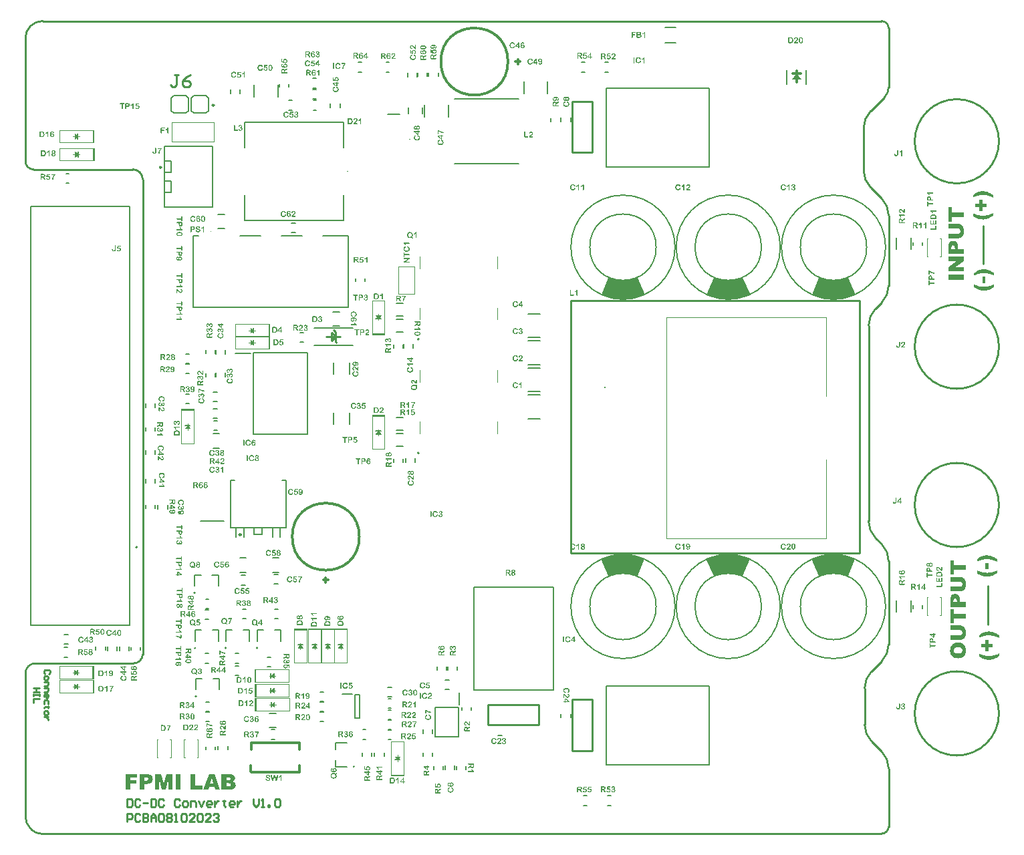
<source format=gto>
G04*
G04 #@! TF.GenerationSoftware,Altium Limited,Altium Designer,21.3.2 (30)*
G04*
G04 Layer_Color=65535*
%FSTAX24Y24*%
%MOIN*%
G70*
G04*
G04 #@! TF.SameCoordinates,B67C6306-A56B-4E52-B5C8-3BB335875088*
G04*
G04*
G04 #@! TF.FilePolarity,Positive*
G04*
G01*
G75*
%ADD10C,0.0100*%
%ADD11C,0.0118*%
%ADD12C,0.0079*%
%ADD13C,0.0098*%
%ADD14C,0.0039*%
%ADD15C,0.0040*%
%ADD16C,0.0050*%
%ADD17C,0.0070*%
G36*
X037609Y0523D02*
X037451Y052182D01*
Y052418D01*
X037609Y0523D01*
D02*
G37*
G36*
X037619Y0514D02*
X037461Y051282D01*
Y051518D01*
X037619Y0514D01*
D02*
G37*
G36*
X046376Y04261D02*
X046219Y042492D01*
Y042728D01*
X046376Y04261D01*
D02*
G37*
G36*
Y04201D02*
X046219Y041892D01*
Y042128D01*
X046376Y04201D01*
D02*
G37*
G36*
X043208Y037721D02*
X042972D01*
X04309Y037879D01*
X043208Y037721D01*
D02*
G37*
G36*
X049548Y026779D02*
X049312D01*
X04943Y026936D01*
X049548Y026779D01*
D02*
G37*
G36*
X048828Y026771D02*
X048592D01*
X04871Y026929D01*
X048828Y026771D01*
D02*
G37*
G36*
X037599Y02554D02*
X037441Y025422D01*
Y025658D01*
X037599Y02554D01*
D02*
G37*
G36*
X047389Y025262D02*
X047231Y02538D01*
X047389Y025498D01*
Y025262D01*
D02*
G37*
G36*
X037606Y02485D02*
X037449Y024732D01*
Y024968D01*
X037606Y02485D01*
D02*
G37*
G36*
X047399Y024532D02*
X047241Y02465D01*
X047399Y024768D01*
Y024532D01*
D02*
G37*
G36*
X047409Y023832D02*
X047251Y02395D01*
X047409Y024068D01*
Y023832D01*
D02*
G37*
G36*
X053442Y021349D02*
X053678D01*
X05356Y021191D01*
X053442Y021349D01*
D02*
G37*
G36*
X050848Y026779D02*
X050612D01*
X05073Y026936D01*
X050848Y026779D01*
D02*
G37*
G36*
X050198D02*
X049962D01*
X05008Y026936D01*
X050198Y026779D01*
D02*
G37*
G36*
X063698Y031196D02*
X063855Y031236D01*
X064082Y031313D01*
X064367Y031409D01*
X064663Y031409D01*
X064937Y031409D01*
X065192Y031389D01*
X06547Y031368D01*
X065871Y031199D01*
X065519Y030358D01*
X065433Y030392D01*
X065257Y030447D01*
X065076Y030483D01*
X064893Y030502D01*
X064708Y030502D01*
X064525Y030483D01*
X064344Y030447D01*
X064168Y030393D01*
X064082Y030359D01*
X063698Y031196D01*
D02*
G37*
G36*
X068948D02*
X069105Y031236D01*
X069332Y031313D01*
X069617Y031409D01*
X069913Y031409D01*
X070187Y031409D01*
X070442Y031389D01*
X07072Y031368D01*
X071121Y031199D01*
X070769Y030358D01*
X070683Y030392D01*
X070507Y030447D01*
X070326Y030483D01*
X070143Y030502D01*
X069958Y030502D01*
X069775Y030483D01*
X069594Y030447D01*
X069418Y030393D01*
X069332Y030359D01*
X068948Y031196D01*
D02*
G37*
G36*
X074198D02*
X074355Y031236D01*
X074582Y031313D01*
X074867Y031409D01*
X075163Y031409D01*
X075437Y031409D01*
X075692Y031389D01*
X07597Y031368D01*
X076371Y031199D01*
X076019Y030358D01*
X075933Y030392D01*
X075757Y030447D01*
X075576Y030483D01*
X075393Y030502D01*
X075208Y030502D01*
X075025Y030483D01*
X074844Y030447D01*
X074668Y030393D01*
X074582Y030359D01*
X074198Y031196D01*
D02*
G37*
G36*
X052718Y037444D02*
X052482D01*
X0526Y037601D01*
X052718Y037444D01*
D02*
G37*
G36*
X052482Y043356D02*
X052718D01*
X0526Y043199D01*
X052482Y043356D01*
D02*
G37*
G36*
X065902Y044404D02*
X065745Y044364D01*
X065518Y044287D01*
X065233Y044191D01*
X064937Y044191D01*
X064663Y044191D01*
X064408Y044211D01*
X06413Y044232D01*
X063729Y044401D01*
X064081Y045242D01*
X064167Y045208D01*
X064343Y045153D01*
X064524Y045117D01*
X064707Y045098D01*
X064892Y045098D01*
X065075Y045117D01*
X065256Y045153D01*
X065432Y045207D01*
X065518Y045241D01*
X065902Y044404D01*
D02*
G37*
G36*
X071152D02*
X070995Y044364D01*
X070768Y044287D01*
X070483Y044191D01*
X070187Y044191D01*
X069913Y044191D01*
X069658Y044211D01*
X06938Y044232D01*
X068979Y044401D01*
X069331Y045242D01*
X069417Y045208D01*
X069593Y045153D01*
X069774Y045117D01*
X069957Y045098D01*
X070142Y045098D01*
X070325Y045117D01*
X070506Y045153D01*
X070682Y045207D01*
X070768Y045241D01*
X071152Y044404D01*
D02*
G37*
G36*
X076402D02*
X076245Y044364D01*
X076018Y044287D01*
X075733Y044191D01*
X075437Y044191D01*
X075163Y044191D01*
X074908Y044211D01*
X07463Y044232D01*
X074229Y044401D01*
X074581Y045242D01*
X074667Y045208D01*
X074843Y045153D01*
X075024Y045117D01*
X075207Y045098D01*
X075392Y045098D01*
X075575Y045117D01*
X075756Y045153D01*
X075932Y045207D01*
X076018Y045241D01*
X076402Y044404D01*
D02*
G37*
G36*
X073218Y055148D02*
X07369D01*
X073454Y055424D01*
X073218Y055148D01*
D02*
G37*
G36*
X082998Y031388D02*
X083042Y031383D01*
X083082Y031377D01*
X083102Y031373D01*
X083118Y031369D01*
X083135Y031365D01*
X083149Y031362D01*
X083161Y031358D01*
X083172Y031355D01*
X083181Y031352D01*
X083186Y031349D01*
X08319Y031348D01*
X083192D01*
X083214Y03134D01*
X083236Y03133D01*
X083281Y031309D01*
X083324Y031286D01*
X083364Y031263D01*
X083382Y031252D01*
X083399Y031241D01*
X083414Y031233D01*
X083426Y031224D01*
X083436Y031217D01*
X083443Y031212D01*
X083449Y031209D01*
X08345Y031208D01*
Y031076D01*
X083403Y031098D01*
X083357Y031116D01*
X083313Y031133D01*
X083268Y031147D01*
X083227Y031159D01*
X083186Y031169D01*
X083147Y031177D01*
X083113Y031184D01*
X083081Y03119D01*
X083052Y031193D01*
X083025Y031195D01*
X083003Y031198D01*
X082986D01*
X082974Y031199D01*
X082966D01*
X082963D01*
X082917Y031198D01*
X082874Y031195D01*
X082835Y031191D01*
X082817Y031188D01*
X0828Y031187D01*
X082785Y031184D01*
X082771Y031181D01*
X08276Y031179D01*
X08275Y031177D01*
X082742Y031176D01*
X082735Y031174D01*
X082732Y031173D01*
X082731D01*
X082682Y031161D01*
X082634Y031145D01*
X082587Y031129D01*
X082564Y03112D01*
X082544Y031113D01*
X082524Y031105D01*
X082506Y031098D01*
X082491Y031093D01*
X082477Y031087D01*
X082467Y031083D01*
X082459Y031079D01*
X082453Y031077D01*
X082452Y031076D01*
Y031208D01*
X082501Y031241D01*
X082546Y03127D01*
X082588Y031294D01*
X082607Y031304D01*
X082626Y031313D01*
X082642Y031322D01*
X082656Y031329D01*
X082669Y031334D01*
X08268Y031338D01*
X082689Y031342D01*
X082695Y031345D01*
X082699Y031347D01*
X0827D01*
X082745Y03136D01*
X082789Y031372D01*
X082831Y031378D01*
X08287Y031384D01*
X082886Y031385D01*
X082902Y031387D01*
X082916Y031388D01*
X082928Y03139D01*
X082938D01*
X082945D01*
X082949D01*
X08295D01*
X082998Y031388D01*
D02*
G37*
G36*
X083031Y030704D02*
X082867D01*
Y031011D01*
X083031D01*
Y030704D01*
D02*
G37*
G36*
X08345Y030507D02*
X083449Y030505D01*
X083443Y030503D01*
X083436Y030497D01*
X083426Y03049D01*
X083414Y030482D01*
X083399Y030472D01*
X083382Y030462D01*
X083364Y030451D01*
X083324Y030428D01*
X083281Y030404D01*
X083236Y030383D01*
X083214Y030374D01*
X083192Y030365D01*
X08319D01*
X083186Y030364D01*
X083181Y030361D01*
X083172Y03036D01*
X083161Y030356D01*
X083149Y030353D01*
X083135Y030349D01*
X083118Y030346D01*
X083102Y030342D01*
X083082Y030337D01*
X083042Y030332D01*
X082998Y030326D01*
X08295Y030325D01*
X082949D01*
X082945D01*
X082938D01*
X082928Y030326D01*
X082916D01*
X082902Y030328D01*
X082886Y030329D01*
X08287Y030331D01*
X082831Y030335D01*
X082789Y030343D01*
X082745Y030353D01*
X0827Y030367D01*
X082699D01*
X082695Y030369D01*
X082689Y030371D01*
X08268Y030375D01*
X082669Y030379D01*
X082656Y030386D01*
X082642Y030393D01*
X082626Y0304D01*
X082607Y03041D01*
X082588Y030419D01*
X082546Y030444D01*
X082501Y030474D01*
X082452Y030507D01*
Y030639D01*
X082453Y030637D01*
X082459Y030636D01*
X082467Y030632D01*
X082477Y030628D01*
X082491Y030622D01*
X082506Y030615D01*
X082524Y030608D01*
X082544Y030601D01*
X082564Y030593D01*
X082587Y030585D01*
X082634Y030568D01*
X082682Y030553D01*
X082731Y03054D01*
X082732D01*
X082735Y030539D01*
X082742Y030537D01*
X08275Y030536D01*
X08276Y030535D01*
X082771Y030532D01*
X082785Y03053D01*
X0828Y030528D01*
X082817Y030525D01*
X082835Y030523D01*
X082874Y030519D01*
X082917Y030517D01*
X082963Y030515D01*
X082966D01*
X082974D01*
X082986Y030517D01*
X083003D01*
X083025Y030519D01*
X083052Y030522D01*
X083081Y030525D01*
X083113Y03053D01*
X083147Y030537D01*
X083186Y030546D01*
X083227Y030555D01*
X083268Y030568D01*
X083313Y030582D01*
X083357Y030598D01*
X083403Y030616D01*
X08345Y030639D01*
Y030507D01*
D02*
G37*
G36*
X081214Y048513D02*
X081788D01*
Y048279D01*
X081214D01*
Y048038D01*
X081027D01*
Y048753D01*
X081214D01*
Y048513D01*
D02*
G37*
G36*
X081504Y047936D02*
X081521Y047934D01*
X081542Y047932D01*
X081563Y047927D01*
X081585Y047922D01*
X081608Y047915D01*
X081611Y047914D01*
X081618Y047911D01*
X081629Y047907D01*
X081643Y047898D01*
X08166Y04789D01*
X081678Y047877D01*
X081696Y047865D01*
X081713Y047848D01*
X081714Y047847D01*
X08172Y04784D01*
X081728Y047832D01*
X081738Y047821D01*
X081747Y047807D01*
X081757Y04779D01*
X081767Y047773D01*
X081775Y047755D01*
Y047754D01*
X081776Y047752D01*
X081778Y047748D01*
X081779Y047743D01*
X081783Y047729D01*
X081788Y047708D01*
X081792Y047684D01*
X081796Y047657D01*
X081799Y047625D01*
X0818Y04759D01*
Y047569D01*
X081799Y047554D01*
Y047536D01*
X081796Y047515D01*
X081794Y047493D01*
X081792Y047468D01*
Y047465D01*
X08179Y047457D01*
X081789Y047444D01*
X081785Y04743D01*
X081782Y047412D01*
X081776Y047394D01*
X081769Y047376D01*
X081763Y047358D01*
X081761Y047357D01*
X081758Y047351D01*
X081753Y047343D01*
X081746Y047332D01*
X081736Y047319D01*
X081725Y047306D01*
X081713Y047292D01*
X081697Y047278D01*
X081696Y047276D01*
X08169Y047272D01*
X081681Y047265D01*
X08167Y047258D01*
X081657Y04725D01*
X081642Y047242D01*
X081625Y047233D01*
X081608Y047228D01*
X081607D01*
X081606Y047226D01*
X081602D01*
X081596Y047225D01*
X081582Y047221D01*
X081565Y047218D01*
X081546Y047214D01*
X081524Y04721D01*
X081502Y047208D01*
X081481Y047207D01*
X081027D01*
Y047442D01*
X08149D01*
X081493D01*
X0815D01*
X081513Y047443D01*
X081527Y047446D01*
X081542Y04745D01*
X081557Y047455D01*
X081574Y047464D01*
X081588Y047475D01*
X081589Y047476D01*
X081593Y047482D01*
X081599Y047489D01*
X081604Y0475D01*
X081611Y047514D01*
X081617Y04753D01*
X081621Y04755D01*
X081622Y047572D01*
Y047582D01*
X081621Y047593D01*
X081618Y047607D01*
X081614Y047622D01*
X081608Y047639D01*
X0816Y047654D01*
X081589Y047668D01*
X081588Y047669D01*
X081582Y047673D01*
X081575Y047679D01*
X081564Y047686D01*
X08155Y047691D01*
X081532Y047697D01*
X081513Y047701D01*
X08149Y047703D01*
X081027D01*
Y047937D01*
X081481D01*
X081482D01*
X081484D01*
X081492D01*
X081504Y047936D01*
D02*
G37*
G36*
X081279Y047082D02*
X081289D01*
X0813Y047079D01*
X081325Y047075D01*
X081354Y047067D01*
X081385Y047054D01*
X0814Y047046D01*
X081414Y047038D01*
X081428Y047027D01*
X081441Y047014D01*
Y047013D01*
X081443Y047011D01*
X081446Y047007D01*
X08145Y047002D01*
X081456Y046993D01*
X081461Y046985D01*
X081467Y046974D01*
X081472Y046961D01*
X081478Y046947D01*
X081484Y046932D01*
X081489Y046914D01*
X081495Y046895D01*
X081499Y046874D01*
X081502Y046852D01*
X081503Y046828D01*
X081504Y046802D01*
Y046674D01*
X081788D01*
Y046438D01*
X081027D01*
Y046841D01*
X081028Y046849D01*
Y04686D01*
X08103Y046873D01*
X081034Y0469D01*
X081042Y046931D01*
X081053Y046963D01*
X081067Y046993D01*
X081077Y047007D01*
X081088Y04702D01*
Y047021D01*
X081091Y047022D01*
X081095Y047025D01*
X081099Y047029D01*
X081113Y04704D01*
X081132Y047052D01*
X081157Y047063D01*
X081187Y047074D01*
X081221Y047081D01*
X081239Y047083D01*
X08126D01*
X081261D01*
X081266D01*
X081271D01*
X081279Y047082D01*
D02*
G37*
G36*
X081788Y046062D02*
X081368Y045776D01*
X081788D01*
Y045555D01*
X081027D01*
Y045773D01*
X081449Y046062D01*
X081027D01*
Y046284D01*
X081788D01*
Y046062D01*
D02*
G37*
G36*
Y04515D02*
X081027D01*
Y045386D01*
X081788D01*
Y04515D01*
D02*
G37*
G36*
X082798Y049562D02*
X082842Y049556D01*
X082882Y04955D01*
X082902Y049546D01*
X082918Y049542D01*
X082935Y049538D01*
X082949Y049535D01*
X082961Y049531D01*
X082972Y049528D01*
X082981Y049526D01*
X082986Y049523D01*
X08299Y049521D01*
X082992D01*
X083014Y049513D01*
X083036Y049503D01*
X083081Y049482D01*
X083124Y049459D01*
X083164Y049437D01*
X083182Y049426D01*
X083199Y049414D01*
X083214Y049406D01*
X083226Y049398D01*
X083236Y049391D01*
X083243Y049385D01*
X083249Y049383D01*
X08325Y049381D01*
Y049249D01*
X083203Y049271D01*
X083157Y04929D01*
X083113Y049306D01*
X083068Y04932D01*
X083027Y049333D01*
X082986Y049342D01*
X082947Y049351D01*
X082913Y049358D01*
X082881Y049363D01*
X082852Y049366D01*
X082825Y049369D01*
X082803Y049371D01*
X082786D01*
X082774Y049373D01*
X082766D01*
X082763D01*
X082717Y049371D01*
X082674Y049369D01*
X082635Y049365D01*
X082617Y049362D01*
X0826Y04936D01*
X082585Y049358D01*
X082571Y049355D01*
X08256Y049352D01*
X08255Y049351D01*
X082542Y049349D01*
X082535Y049348D01*
X082532Y049346D01*
X082531D01*
X082482Y049334D01*
X082434Y049319D01*
X082387Y049302D01*
X082364Y049294D01*
X082344Y049287D01*
X082324Y049278D01*
X082306Y049271D01*
X082291Y049266D01*
X082277Y04926D01*
X082267Y049256D01*
X082259Y049252D01*
X082253Y049251D01*
X082252Y049249D01*
Y049381D01*
X082301Y049414D01*
X082346Y049444D01*
X082388Y049467D01*
X082407Y049477D01*
X082426Y049487D01*
X082442Y049495D01*
X082456Y049502D01*
X082469Y049507D01*
X08248Y049512D01*
X082489Y049516D01*
X082495Y049519D01*
X082499Y04952D01*
X0825D01*
X082545Y049534D01*
X082589Y049545D01*
X082631Y049552D01*
X08267Y049557D01*
X082686Y049559D01*
X082702Y04956D01*
X082716Y049562D01*
X082728Y049563D01*
X082738D01*
X082745D01*
X082749D01*
X08275D01*
X082798Y049562D01*
D02*
G37*
G36*
X082731Y048938D02*
X082929D01*
Y04877D01*
X082731D01*
Y048572D01*
X082563D01*
Y04877D01*
X082363D01*
Y048938D01*
X082563D01*
Y049138D01*
X082731D01*
Y048938D01*
D02*
G37*
G36*
X08325Y048332D02*
X083249Y04833D01*
X083243Y048328D01*
X083236Y048322D01*
X083226Y048315D01*
X083214Y048307D01*
X083199Y048297D01*
X083182Y048287D01*
X083164Y048276D01*
X083124Y048253D01*
X083081Y048229D01*
X083036Y048208D01*
X083014Y048199D01*
X082992Y04819D01*
X08299D01*
X082986Y048189D01*
X082981Y048186D01*
X082972Y048185D01*
X082961Y048181D01*
X082949Y048178D01*
X082935Y048174D01*
X082918Y048171D01*
X082902Y048167D01*
X082882Y048162D01*
X082842Y048157D01*
X082798Y048151D01*
X08275Y04815D01*
X082749D01*
X082745D01*
X082738D01*
X082728Y048151D01*
X082716D01*
X082702Y048153D01*
X082686Y048154D01*
X08267Y048156D01*
X082631Y04816D01*
X082589Y048168D01*
X082545Y048178D01*
X0825Y048192D01*
X082499D01*
X082495Y048194D01*
X082489Y048196D01*
X08248Y0482D01*
X082469Y048204D01*
X082456Y048211D01*
X082442Y048218D01*
X082426Y048225D01*
X082407Y048235D01*
X082388Y048244D01*
X082346Y048269D01*
X082301Y048299D01*
X082252Y048332D01*
Y048464D01*
X082253Y048462D01*
X082259Y048461D01*
X082267Y048457D01*
X082277Y048453D01*
X082291Y048447D01*
X082306Y04844D01*
X082324Y048433D01*
X082344Y048426D01*
X082364Y048418D01*
X082387Y04841D01*
X082434Y048393D01*
X082482Y048378D01*
X082531Y048365D01*
X082532D01*
X082535Y048364D01*
X082542Y048362D01*
X08255Y048361D01*
X08256Y04836D01*
X082571Y048357D01*
X082585Y048355D01*
X0826Y048353D01*
X082617Y04835D01*
X082635Y048348D01*
X082674Y048344D01*
X082717Y048342D01*
X082763Y04834D01*
X082766D01*
X082774D01*
X082786Y048342D01*
X082803D01*
X082825Y048344D01*
X082852Y048347D01*
X082881Y04835D01*
X082913Y048355D01*
X082947Y048362D01*
X082986Y048371D01*
X083027Y04838D01*
X083068Y048393D01*
X083113Y048407D01*
X083157Y048423D01*
X083203Y048441D01*
X08325Y048464D01*
Y048332D01*
D02*
G37*
G36*
X082848Y045663D02*
X082892Y045658D01*
X082932Y045652D01*
X082952Y045648D01*
X082968Y045644D01*
X082985Y04564D01*
X082999Y045637D01*
X083011Y045633D01*
X083022Y04563D01*
X083031Y045627D01*
X083036Y045624D01*
X08304Y045623D01*
X083042D01*
X083064Y045615D01*
X083086Y045605D01*
X083131Y045584D01*
X083174Y04556D01*
X083214Y045538D01*
X083232Y045527D01*
X083249Y045516D01*
X083264Y045508D01*
X083276Y045499D01*
X083286Y045492D01*
X083293Y045487D01*
X083299Y045484D01*
X0833Y045483D01*
Y045351D01*
X083253Y045373D01*
X083207Y045391D01*
X083163Y045408D01*
X083118Y045422D01*
X083077Y045434D01*
X083036Y045444D01*
X082997Y045452D01*
X082963Y045459D01*
X082931Y045465D01*
X082902Y045468D01*
X082875Y04547D01*
X082853Y045473D01*
X082836D01*
X082824Y045474D01*
X082816D01*
X082813D01*
X082767Y045473D01*
X082724Y04547D01*
X082685Y045466D01*
X082667Y045463D01*
X08265Y045462D01*
X082635Y045459D01*
X082621Y045456D01*
X08261Y045454D01*
X0826Y045452D01*
X082592Y045451D01*
X082585Y045449D01*
X082582Y045448D01*
X082581D01*
X082532Y045436D01*
X082484Y04542D01*
X082437Y045404D01*
X082414Y045395D01*
X082394Y045388D01*
X082374Y04538D01*
X082356Y045373D01*
X082341Y045368D01*
X082327Y045362D01*
X082317Y045358D01*
X082309Y045354D01*
X082303Y045352D01*
X082302Y045351D01*
Y045483D01*
X082351Y045516D01*
X082396Y045545D01*
X082438Y045569D01*
X082457Y045579D01*
X082476Y045588D01*
X082492Y045597D01*
X082506Y045604D01*
X082519Y045609D01*
X08253Y045613D01*
X082539Y045617D01*
X082545Y04562D01*
X082549Y045622D01*
X08255D01*
X082595Y045635D01*
X082639Y045647D01*
X082681Y045653D01*
X08272Y045659D01*
X082736Y04566D01*
X082752Y045662D01*
X082766Y045663D01*
X082778Y045665D01*
X082788D01*
X082795D01*
X082799D01*
X0828D01*
X082848Y045663D01*
D02*
G37*
G36*
X082881Y044979D02*
X082717D01*
Y045286D01*
X082881D01*
Y044979D01*
D02*
G37*
G36*
X0833Y044782D02*
X083299Y04478D01*
X083293Y044778D01*
X083286Y044772D01*
X083276Y044765D01*
X083264Y044757D01*
X083249Y044747D01*
X083232Y044737D01*
X083214Y044726D01*
X083174Y044703D01*
X083131Y044679D01*
X083086Y044658D01*
X083064Y044649D01*
X083042Y04464D01*
X08304D01*
X083036Y044639D01*
X083031Y044636D01*
X083022Y044635D01*
X083011Y044631D01*
X082999Y044628D01*
X082985Y044624D01*
X082968Y044621D01*
X082952Y044617D01*
X082932Y044612D01*
X082892Y044607D01*
X082848Y044601D01*
X0828Y0446D01*
X082799D01*
X082795D01*
X082788D01*
X082778Y044601D01*
X082766D01*
X082752Y044603D01*
X082736Y044604D01*
X08272Y044606D01*
X082681Y04461D01*
X082639Y044618D01*
X082595Y044628D01*
X08255Y044642D01*
X082549D01*
X082545Y044644D01*
X082539Y044646D01*
X08253Y04465D01*
X082519Y044654D01*
X082506Y044661D01*
X082492Y044668D01*
X082476Y044675D01*
X082457Y044685D01*
X082438Y044694D01*
X082396Y044719D01*
X082351Y044749D01*
X082302Y044782D01*
Y044914D01*
X082303Y044912D01*
X082309Y044911D01*
X082317Y044907D01*
X082327Y044903D01*
X082341Y044897D01*
X082356Y04489D01*
X082374Y044883D01*
X082394Y044876D01*
X082414Y044868D01*
X082437Y04486D01*
X082484Y044843D01*
X082532Y044828D01*
X082581Y044815D01*
X082582D01*
X082585Y044814D01*
X082592Y044812D01*
X0826Y044811D01*
X08261Y04481D01*
X082621Y044807D01*
X082635Y044805D01*
X08265Y044803D01*
X082667Y0448D01*
X082685Y044798D01*
X082724Y044794D01*
X082767Y044792D01*
X082813Y04479D01*
X082816D01*
X082824D01*
X082836Y044792D01*
X082853D01*
X082875Y044794D01*
X082902Y044797D01*
X082931Y0448D01*
X082963Y044805D01*
X082997Y044812D01*
X083036Y044821D01*
X083077Y04483D01*
X083118Y044843D01*
X083163Y044857D01*
X083207Y044873D01*
X083253Y044891D01*
X0833Y044914D01*
Y044782D01*
D02*
G37*
G36*
X081314Y030891D02*
X081888D01*
Y030657D01*
X081314D01*
Y030417D01*
X081127D01*
Y031132D01*
X081314D01*
Y030891D01*
D02*
G37*
G36*
X081604Y030314D02*
X081621Y030313D01*
X081642Y03031D01*
X081663Y030306D01*
X081685Y0303D01*
X081708Y030293D01*
X081711Y030292D01*
X081718Y030289D01*
X081729Y030285D01*
X081743Y030277D01*
X08176Y030268D01*
X081778Y030256D01*
X081796Y030243D01*
X081813Y030227D01*
X081814Y030225D01*
X081819Y030218D01*
X081828Y03021D01*
X081838Y030199D01*
X081847Y030185D01*
X081857Y030168D01*
X081867Y030152D01*
X081875Y030134D01*
Y030132D01*
X081876Y030131D01*
X081878Y030127D01*
X081879Y030121D01*
X081883Y030107D01*
X081888Y030086D01*
X081892Y030063D01*
X081896Y030035D01*
X081899Y030003D01*
X0819Y029968D01*
Y029948D01*
X081899Y029932D01*
Y029914D01*
X081896Y029894D01*
X081894Y029871D01*
X081892Y029846D01*
Y029844D01*
X08189Y029835D01*
X081889Y029823D01*
X081885Y029809D01*
X081882Y029791D01*
X081876Y029773D01*
X081869Y029755D01*
X081863Y029737D01*
X081861Y029735D01*
X081858Y02973D01*
X081853Y029721D01*
X081846Y02971D01*
X081836Y029698D01*
X081825Y029684D01*
X081813Y02967D01*
X081797Y029656D01*
X081796Y029655D01*
X08179Y029651D01*
X081781Y029644D01*
X08177Y029637D01*
X081757Y029628D01*
X081742Y02962D01*
X081725Y029612D01*
X081708Y029606D01*
X081707D01*
X081706Y029605D01*
X081702D01*
X081696Y029603D01*
X081682Y029599D01*
X081665Y029596D01*
X081646Y029592D01*
X081624Y029588D01*
X081602Y029587D01*
X081581Y029585D01*
X081127D01*
Y02982D01*
X08159D01*
X081593D01*
X0816D01*
X081613Y029821D01*
X081627Y029824D01*
X081642Y029828D01*
X081657Y029834D01*
X081674Y029842D01*
X081688Y029853D01*
X081689Y029855D01*
X081693Y02986D01*
X081699Y029867D01*
X081704Y029878D01*
X081711Y029892D01*
X081717Y029909D01*
X081721Y029928D01*
X081722Y02995D01*
Y02996D01*
X081721Y029971D01*
X081718Y029985D01*
X081714Y03D01*
X081708Y030017D01*
X0817Y030032D01*
X081689Y030046D01*
X081688Y030048D01*
X081682Y030052D01*
X081675Y030057D01*
X081664Y030064D01*
X08165Y03007D01*
X081632Y030075D01*
X081613Y030079D01*
X08159Y030081D01*
X081127D01*
Y030315D01*
X081581D01*
X081582D01*
X081584D01*
X081592D01*
X081604Y030314D01*
D02*
G37*
G36*
X081379Y02946D02*
X081389D01*
X0814Y029458D01*
X081425Y029453D01*
X081454Y029445D01*
X081485Y029433D01*
X0815Y029424D01*
X081514Y029416D01*
X081528Y029405D01*
X081541Y029392D01*
Y029391D01*
X081543Y02939D01*
X081546Y029385D01*
X08155Y02938D01*
X081556Y029372D01*
X081561Y029363D01*
X081567Y029352D01*
X081572Y02934D01*
X081578Y029326D01*
X081584Y029311D01*
X081589Y029293D01*
X081595Y029273D01*
X081599Y029252D01*
X081602Y02923D01*
X081603Y029206D01*
X081604Y02918D01*
Y029052D01*
X081888D01*
Y028816D01*
X081127D01*
Y029219D01*
X081128Y029227D01*
Y029238D01*
X08113Y029251D01*
X081134Y029279D01*
X081142Y029309D01*
X081153Y029341D01*
X081167Y029372D01*
X081177Y029385D01*
X081188Y029398D01*
Y029399D01*
X081191Y029401D01*
X081195Y029404D01*
X081199Y029408D01*
X081213Y029419D01*
X081232Y02943D01*
X081257Y029441D01*
X081286Y029452D01*
X081321Y029459D01*
X081339Y029462D01*
X08136D01*
X081361D01*
X081366D01*
X081371D01*
X081379Y02946D01*
D02*
G37*
G36*
X081314Y028471D02*
X081888D01*
Y028236D01*
X081314D01*
Y027996D01*
X081127D01*
Y028711D01*
X081314D01*
Y028471D01*
D02*
G37*
G36*
X081604Y027893D02*
X081621Y027892D01*
X081642Y027889D01*
X081663Y027885D01*
X081685Y02788D01*
X081708Y027873D01*
X081711Y027871D01*
X081718Y027868D01*
X081729Y027864D01*
X081743Y027856D01*
X08176Y027848D01*
X081778Y027835D01*
X081796Y027823D01*
X081813Y027806D01*
X081814Y027805D01*
X081819Y027798D01*
X081828Y027789D01*
X081838Y027778D01*
X081847Y027764D01*
X081857Y027748D01*
X081867Y027731D01*
X081875Y027713D01*
Y027712D01*
X081876Y02771D01*
X081878Y027706D01*
X081879Y0277D01*
X081883Y027687D01*
X081888Y027666D01*
X081892Y027642D01*
X081896Y027614D01*
X081899Y027582D01*
X0819Y027548D01*
Y027527D01*
X081899Y027512D01*
Y027494D01*
X081896Y027473D01*
X081894Y027451D01*
X081892Y027426D01*
Y027423D01*
X08189Y027415D01*
X081889Y027402D01*
X081885Y027388D01*
X081882Y02737D01*
X081876Y027352D01*
X081869Y027334D01*
X081863Y027316D01*
X081861Y027315D01*
X081858Y027309D01*
X081853Y027301D01*
X081846Y02729D01*
X081836Y027277D01*
X081825Y027263D01*
X081813Y027249D01*
X081797Y027235D01*
X081796Y027234D01*
X08179Y02723D01*
X081781Y027223D01*
X08177Y027216D01*
X081757Y027208D01*
X081742Y027199D01*
X081725Y027191D01*
X081708Y027186D01*
X081707D01*
X081706Y027184D01*
X081702D01*
X081696Y027183D01*
X081682Y027179D01*
X081665Y027176D01*
X081646Y027172D01*
X081624Y027167D01*
X081602Y027166D01*
X081581Y027165D01*
X081127D01*
Y027399D01*
X08159D01*
X081593D01*
X0816D01*
X081613Y027401D01*
X081627Y027403D01*
X081642Y027408D01*
X081657Y027413D01*
X081674Y027421D01*
X081688Y027433D01*
X081689Y027434D01*
X081693Y02744D01*
X081699Y027446D01*
X081704Y027458D01*
X081711Y027471D01*
X081717Y027488D01*
X081721Y027508D01*
X081722Y02753D01*
Y027539D01*
X081721Y027551D01*
X081718Y027564D01*
X081714Y02758D01*
X081708Y027596D01*
X0817Y027612D01*
X081689Y027626D01*
X081688Y027627D01*
X081682Y027631D01*
X081675Y027637D01*
X081664Y027644D01*
X08165Y027649D01*
X081632Y027655D01*
X081613Y027659D01*
X08159Y02766D01*
X081127D01*
Y027895D01*
X081581D01*
X081582D01*
X081584D01*
X081592D01*
X081604Y027893D01*
D02*
G37*
G36*
X081535Y027037D02*
X081549Y027036D01*
X081563Y027034D01*
X081579Y027033D01*
X081614Y027027D01*
X08165Y027019D01*
X081686Y027008D01*
X081721Y026993D01*
X081722D01*
X081725Y026991D01*
X081729Y026988D01*
X081735Y026984D01*
X08175Y026975D01*
X08177Y026959D01*
X08179Y026941D01*
X081813Y026919D01*
X081833Y026894D01*
X081853Y026864D01*
Y026862D01*
X081854Y026859D01*
X081857Y026855D01*
X08186Y026848D01*
X081864Y02684D01*
X081868Y02683D01*
X081872Y026819D01*
X081876Y026805D01*
X081881Y02679D01*
X081885Y026775D01*
X081893Y026739D01*
X081899Y026697D01*
X0819Y026651D01*
Y02663D01*
X081899Y026619D01*
X081897Y026607D01*
Y026593D01*
X081894Y026576D01*
X08189Y026543D01*
X081883Y026508D01*
X081874Y026472D01*
X08186Y026439D01*
Y026437D01*
X081858Y026435D01*
X081856Y02643D01*
X081851Y026425D01*
X081842Y02641D01*
X081828Y02639D01*
X081811Y026368D01*
X081788Y026346D01*
X081761Y026322D01*
X081731Y026301D01*
X081729D01*
X081727Y026299D01*
X081721Y026297D01*
X081714Y026293D01*
X081706Y026289D01*
X081696Y026285D01*
X081683Y026281D01*
X08167Y026276D01*
X081654Y026271D01*
X081638Y026267D01*
X08162Y026262D01*
X081599Y026258D01*
X081556Y026253D01*
X081509Y02625D01*
X081506D01*
X0815D01*
X081491Y026251D01*
X081478D01*
X081463Y026253D01*
X081445Y026256D01*
X081424Y026258D01*
X081403Y026262D01*
X081379Y026268D01*
X081356Y026275D01*
X081332Y026283D01*
X081307Y026293D01*
X081284Y026306D01*
X08126Y026319D01*
X081239Y026335D01*
X081218Y026353D01*
X081217Y026354D01*
X081214Y026358D01*
X081209Y026364D01*
X081202Y026372D01*
X081195Y026383D01*
X081185Y026396D01*
X081175Y026411D01*
X081166Y026428D01*
X081156Y026447D01*
X081148Y026469D01*
X081138Y026493D01*
X081131Y026519D01*
X081124Y026547D01*
X081119Y026578D01*
X081116Y026609D01*
X081114Y026643D01*
Y026661D01*
X081116Y026673D01*
X081117Y02669D01*
X08112Y026708D01*
X081123Y026729D01*
X081127Y02675D01*
X081132Y026773D01*
X081139Y026797D01*
X081148Y026822D01*
X081157Y026845D01*
X08117Y026869D01*
X081184Y026893D01*
X081199Y026913D01*
X081217Y026934D01*
X081218Y026936D01*
X081221Y026938D01*
X081228Y026944D01*
X081235Y026951D01*
X081246Y026958D01*
X081259Y026968D01*
X081274Y026977D01*
X081291Y026987D01*
X08131Y026997D01*
X081331Y027005D01*
X081355Y027015D01*
X081379Y027022D01*
X081407Y027029D01*
X081436Y027034D01*
X081468Y027037D01*
X081502Y027038D01*
X081503D01*
X081507D01*
X081514D01*
X081524D01*
X081535Y027037D01*
D02*
G37*
G36*
X083098Y027587D02*
X083142Y027581D01*
X083182Y027575D01*
X083202Y027571D01*
X083218Y027567D01*
X083235Y027563D01*
X083249Y02756D01*
X083261Y027556D01*
X083272Y027553D01*
X083281Y027551D01*
X083286Y027548D01*
X08329Y027546D01*
X083292D01*
X083314Y027538D01*
X083336Y027528D01*
X083381Y027507D01*
X083424Y027484D01*
X083464Y027462D01*
X083482Y027451D01*
X083499Y027439D01*
X083514Y027431D01*
X083526Y027423D01*
X083536Y027416D01*
X083543Y02741D01*
X083549Y027408D01*
X08355Y027406D01*
Y027274D01*
X083503Y027297D01*
X083457Y027315D01*
X083413Y027331D01*
X083368Y027345D01*
X083327Y027358D01*
X083286Y027367D01*
X083247Y027376D01*
X083213Y027383D01*
X083181Y027388D01*
X083152Y027391D01*
X083125Y027394D01*
X083103Y027396D01*
X083086D01*
X083074Y027398D01*
X083066D01*
X083063D01*
X083017Y027396D01*
X082974Y027394D01*
X082935Y02739D01*
X082917Y027387D01*
X0829Y027385D01*
X082885Y027383D01*
X082871Y02738D01*
X08286Y027377D01*
X08285Y027376D01*
X082842Y027374D01*
X082835Y027373D01*
X082832Y027371D01*
X082831D01*
X082782Y027359D01*
X082734Y027344D01*
X082687Y027327D01*
X082664Y027319D01*
X082644Y027312D01*
X082624Y027303D01*
X082606Y027297D01*
X082591Y027291D01*
X082577Y027285D01*
X082567Y027281D01*
X082559Y027277D01*
X082553Y027276D01*
X082552Y027274D01*
Y027406D01*
X082601Y027439D01*
X082646Y027469D01*
X082688Y027492D01*
X082707Y027502D01*
X082726Y027512D01*
X082742Y02752D01*
X082756Y027527D01*
X082769Y027532D01*
X08278Y027537D01*
X082789Y027541D01*
X082795Y027544D01*
X082799Y027545D01*
X0828D01*
X082845Y027559D01*
X082889Y02757D01*
X082931Y027577D01*
X08297Y027582D01*
X082986Y027584D01*
X083002Y027585D01*
X083016Y027587D01*
X083028Y027588D01*
X083038D01*
X083045D01*
X083049D01*
X08305D01*
X083098Y027587D01*
D02*
G37*
G36*
X083031Y026963D02*
X083229D01*
Y026795D01*
X083031D01*
Y026597D01*
X082863D01*
Y026795D01*
X082663D01*
Y026963D01*
X082863D01*
Y027163D01*
X083031D01*
Y026963D01*
D02*
G37*
G36*
X08355Y026357D02*
X083549Y026355D01*
X083543Y026353D01*
X083536Y026347D01*
X083526Y02634D01*
X083514Y026332D01*
X083499Y026322D01*
X083482Y026312D01*
X083464Y026301D01*
X083424Y026278D01*
X083381Y026254D01*
X083336Y026233D01*
X083314Y026224D01*
X083292Y026215D01*
X08329D01*
X083286Y026214D01*
X083281Y026211D01*
X083272Y02621D01*
X083261Y026206D01*
X083249Y026203D01*
X083235Y026199D01*
X083218Y026196D01*
X083202Y026192D01*
X083182Y026187D01*
X083142Y026182D01*
X083098Y026176D01*
X08305Y026175D01*
X083049D01*
X083045D01*
X083038D01*
X083028Y026176D01*
X083016D01*
X083002Y026178D01*
X082986Y026179D01*
X08297Y026181D01*
X082931Y026185D01*
X082889Y026193D01*
X082845Y026203D01*
X0828Y026217D01*
X082799D01*
X082795Y026219D01*
X082789Y026221D01*
X08278Y026225D01*
X082769Y026229D01*
X082756Y026236D01*
X082742Y026243D01*
X082726Y02625D01*
X082707Y02626D01*
X082688Y026269D01*
X082646Y026294D01*
X082601Y026324D01*
X082552Y026357D01*
Y026489D01*
X082553Y026487D01*
X082559Y026486D01*
X082567Y026482D01*
X082577Y026478D01*
X082591Y026472D01*
X082606Y026465D01*
X082624Y026458D01*
X082644Y026451D01*
X082664Y026443D01*
X082687Y026435D01*
X082734Y026418D01*
X082782Y026403D01*
X082831Y02639D01*
X082832D01*
X082835Y026389D01*
X082842Y026387D01*
X08285Y026386D01*
X08286Y026385D01*
X082871Y026382D01*
X082885Y02638D01*
X0829Y026378D01*
X082917Y026375D01*
X082935Y026373D01*
X082974Y026369D01*
X083017Y026367D01*
X083063Y026365D01*
X083066D01*
X083074D01*
X083086Y026367D01*
X083103D01*
X083125Y026369D01*
X083152Y026372D01*
X083181Y026375D01*
X083213Y02638D01*
X083247Y026387D01*
X083286Y026396D01*
X083327Y026405D01*
X083368Y026418D01*
X083413Y026432D01*
X083457Y026448D01*
X083503Y026466D01*
X08355Y026489D01*
Y026357D01*
D02*
G37*
G36*
X042329Y0197D02*
X042136D01*
Y02028D01*
X041988Y0197D01*
X041813D01*
X041666Y02028D01*
Y0197D01*
X041473D01*
Y020461D01*
X041782D01*
X0419Y019997D01*
X04202Y020461D01*
X042329D01*
Y0197D01*
D02*
G37*
G36*
X045241Y020459D02*
X045251D01*
X045261Y020458D01*
X045286Y020454D01*
X045313Y020447D01*
X045341Y020437D01*
X045367Y020423D01*
X045392Y020405D01*
X045394D01*
X045395Y020402D01*
X045402Y020395D01*
X045412Y020384D01*
X045423Y020368D01*
X045433Y020348D01*
X045442Y020326D01*
X045449Y0203D01*
X045452Y020286D01*
Y02027D01*
Y020269D01*
Y020268D01*
Y020259D01*
X045449Y020247D01*
X045447Y020232D01*
X045441Y020214D01*
X045434Y020194D01*
X045423Y020175D01*
X045409Y020155D01*
X045408Y020154D01*
X045403Y02015D01*
X045398Y020144D01*
X045388Y020137D01*
X045377Y020129D01*
X045363Y020121D01*
X045347Y020112D01*
X045327Y020104D01*
X045329D01*
X045331Y020103D01*
X045335D01*
X045341Y0201D01*
X045355Y020096D01*
X045373Y020089D01*
X045392Y020079D01*
X045413Y020066D01*
X045431Y020053D01*
X045448Y020036D01*
X045449Y020033D01*
X045453Y020028D01*
X04546Y020016D01*
X045467Y020003D01*
X045474Y019986D01*
X045481Y019965D01*
X045485Y019942D01*
X045487Y019915D01*
Y019912D01*
Y019905D01*
X045485Y019894D01*
X045484Y01988D01*
X04548Y019864D01*
X045476Y019846D01*
X045469Y019828D01*
X045459Y01981D01*
X045458Y019808D01*
X045453Y019801D01*
X045448Y019793D01*
X04544Y019783D01*
X045428Y019771D01*
X045415Y019758D01*
X045399Y019746D01*
X045383Y019735D01*
X045381D01*
X045377Y019732D01*
X04537Y019729D01*
X04536Y019725D01*
X045348Y019721D01*
X045333Y019717D01*
X045315Y019714D01*
X045294Y01971D01*
X045291D01*
X045287Y019708D01*
X045281D01*
X045267Y019707D01*
X045251Y019706D01*
X045233Y019703D01*
X045216Y019701D01*
X045201Y0197D01*
X044783D01*
Y020461D01*
X045234D01*
X045241Y020459D01*
D02*
G37*
G36*
X044708Y0197D02*
X044461D01*
X044424Y019825D01*
X044157D01*
X04412Y0197D01*
X043879D01*
X044164Y020461D01*
X044422D01*
X044708Y0197D01*
D02*
G37*
G36*
X043481Y019887D02*
X043849D01*
Y0197D01*
X043247D01*
Y020461D01*
X043481D01*
Y019887D01*
D02*
G37*
G36*
X042725Y0197D02*
X042489D01*
Y020461D01*
X042725D01*
Y0197D01*
D02*
G37*
G36*
X041117Y020459D02*
X041128D01*
X041141Y020458D01*
X041169Y020454D01*
X041199Y020445D01*
X041231Y020434D01*
X041262Y02042D01*
X041276Y020411D01*
X041288Y0204D01*
X041289D01*
X041291Y020397D01*
X041294Y020393D01*
X041298Y020388D01*
X041309Y020375D01*
X04132Y020355D01*
X041331Y02033D01*
X041342Y020301D01*
X041349Y020266D01*
X041352Y020248D01*
Y020227D01*
Y020226D01*
Y020222D01*
Y020216D01*
X041351Y020208D01*
Y020198D01*
X041348Y020187D01*
X041344Y020162D01*
X041335Y020133D01*
X041323Y020103D01*
X041314Y020087D01*
X041306Y020073D01*
X041295Y020059D01*
X041283Y020047D01*
X041281D01*
X04128Y020044D01*
X041276Y020041D01*
X04127Y020037D01*
X041262Y020032D01*
X041253Y020026D01*
X041242Y020021D01*
X04123Y020015D01*
X041216Y02001D01*
X041201Y020004D01*
X041183Y019998D01*
X041163Y019993D01*
X041142Y019989D01*
X04112Y019986D01*
X041097Y019985D01*
X04107Y019983D01*
X040942D01*
Y0197D01*
X040706D01*
Y020461D01*
X041109D01*
X041117Y020459D01*
D02*
G37*
G36*
X040582Y020297D02*
X040236D01*
Y020165D01*
X040532D01*
Y020011D01*
X040236D01*
Y0197D01*
X04D01*
Y020461D01*
X040582D01*
Y020297D01*
D02*
G37*
G36*
X05213Y036232D02*
X052136Y036231D01*
X052143Y03623D01*
X05215Y036228D01*
X052158Y036226D01*
X052166Y036222D01*
X052166D01*
X052166Y036222D01*
X052169Y036221D01*
X052172Y036218D01*
X052176Y036215D01*
X052181Y036212D01*
X052186Y036208D01*
X05219Y036203D01*
X052194Y036198D01*
X052195Y036197D01*
X052196Y036195D01*
X052197Y036192D01*
X052199Y036188D01*
X052201Y036184D01*
X052203Y036179D01*
X052204Y036174D01*
X052204Y036169D01*
Y036169D01*
Y036168D01*
X052204Y036166D01*
X052203Y036164D01*
X052202Y03616D01*
X0522Y036157D01*
X052198Y036154D01*
X052198Y036154D01*
X052197Y036154D01*
X052196Y036152D01*
X052194Y036151D01*
X052192Y03615D01*
X052189Y036149D01*
X052186Y036148D01*
X052183Y036148D01*
X052181D01*
X052179Y036148D01*
X052178Y036149D01*
X052173Y03615D01*
X05217Y036151D01*
X052167Y036153D01*
X052167Y036154D01*
X052166Y036154D01*
X052165Y036155D01*
X052163Y036157D01*
X052162Y036159D01*
X05216Y036161D01*
X052157Y036168D01*
Y036168D01*
X052156Y03617D01*
X052155Y036172D01*
X052153Y036175D01*
X052152Y036178D01*
X052149Y036181D01*
X052146Y036184D01*
X052143Y036187D01*
X052142Y036188D01*
X052141Y036188D01*
X052139Y036189D01*
X052136Y036191D01*
X052133Y036192D01*
X052129Y036193D01*
X052124Y036194D01*
X052119Y036194D01*
X052118D01*
X052116Y036194D01*
X052113Y036194D01*
X05211Y036193D01*
X052106Y036192D01*
X052102Y036191D01*
X052099Y036188D01*
X052098Y036188D01*
X052097Y036187D01*
X052095Y036186D01*
X052092Y036184D01*
X05209Y036182D01*
X052087Y036179D01*
X052084Y036176D01*
X052081Y036172D01*
Y036171D01*
X052081Y036171D01*
X05208Y03617D01*
X052079Y036168D01*
X052078Y036165D01*
X052076Y036162D01*
X052075Y036159D01*
X052074Y036155D01*
X052072Y03615D01*
X052071Y036144D01*
X052069Y036138D01*
X052068Y036131D01*
X052067Y036124D01*
X052066Y036116D01*
X052065Y036107D01*
X052064Y036097D01*
X052065Y036098D01*
X052066Y0361D01*
X052069Y036102D01*
X052073Y036106D01*
X052077Y03611D01*
X052082Y036114D01*
X052087Y036117D01*
X052093Y036121D01*
X052094Y036121D01*
X052096Y036122D01*
X052099Y036123D01*
X052103Y036124D01*
X052109Y036126D01*
X052115Y036127D01*
X052122Y036128D01*
X052129Y036128D01*
X052132D01*
X052136Y036128D01*
X05214Y036127D01*
X052145Y036127D01*
X052151Y036125D01*
X052157Y036124D01*
X052163Y036121D01*
X052164Y036121D01*
X052166Y03612D01*
X052169Y036118D01*
X052173Y036116D01*
X052177Y036113D01*
X052182Y03611D01*
X052187Y036106D01*
X052191Y036101D01*
X052192Y036101D01*
X052193Y036099D01*
X052196Y036096D01*
X052198Y036092D01*
X052201Y036088D01*
X052204Y036083D01*
X052207Y036077D01*
X05221Y03607D01*
X05221Y03607D01*
X052211Y036067D01*
X052212Y036064D01*
X052213Y03606D01*
X052214Y036054D01*
X052216Y036048D01*
X052216Y036041D01*
X052216Y036034D01*
Y036034D01*
Y036033D01*
Y036031D01*
Y036029D01*
X052216Y036027D01*
X052216Y036024D01*
X052215Y036017D01*
X052213Y036009D01*
X052211Y036001D01*
X052208Y035992D01*
X052203Y035983D01*
Y035983D01*
X052203Y035982D01*
X052201Y035979D01*
X052198Y035975D01*
X052194Y03597D01*
X052189Y035964D01*
X052183Y035959D01*
X052176Y035953D01*
X052168Y035948D01*
X052167D01*
X052167Y035947D01*
X052166Y035947D01*
X052164Y035946D01*
X052162Y035945D01*
X052159Y035944D01*
X052153Y035942D01*
X052145Y035939D01*
X052136Y035937D01*
X052126Y035936D01*
X052116Y035935D01*
X052113D01*
X05211Y035936D01*
X052108D01*
X052104Y035936D01*
X052096Y035937D01*
X052087Y035939D01*
X052078Y035942D01*
X052068Y035946D01*
X052059Y035951D01*
X052058D01*
X052058Y035952D01*
X052056Y035953D01*
X052055Y035954D01*
X05205Y035958D01*
X052045Y035963D01*
X052039Y03597D01*
X052033Y035978D01*
X052027Y035988D01*
X052022Y035999D01*
Y036D01*
X052022Y036D01*
X052021Y036002D01*
X05202Y036005D01*
X052019Y036008D01*
X052018Y036012D01*
X052017Y036016D01*
X052016Y036021D01*
X052015Y036026D01*
X052013Y036032D01*
X052012Y036039D01*
X052012Y036045D01*
X052011Y036053D01*
X05201Y036061D01*
X052009Y036077D01*
Y036077D01*
Y036079D01*
Y036081D01*
Y036084D01*
X05201Y036087D01*
Y036091D01*
Y036095D01*
X05201Y0361D01*
X052011Y03611D01*
X052012Y036121D01*
X052014Y036133D01*
X052017Y036144D01*
Y036144D01*
X052017Y036145D01*
X052018Y036147D01*
X052018Y036149D01*
X052019Y036151D01*
X05202Y036154D01*
X052022Y036161D01*
X052025Y036169D01*
X052029Y036177D01*
X052034Y036185D01*
X052039Y036193D01*
Y036193D01*
X05204Y036194D01*
X052042Y036196D01*
X052045Y036199D01*
X052049Y036204D01*
X052054Y036208D01*
X05206Y036214D01*
X052066Y036218D01*
X052074Y036222D01*
X052074D01*
X052075Y036223D01*
X052076Y036223D01*
X052077Y036224D01*
X052082Y036225D01*
X052088Y036228D01*
X052094Y036229D01*
X052102Y036231D01*
X052111Y036232D01*
X052121Y036232D01*
X052125D01*
X05213Y036232D01*
D02*
G37*
G36*
X051876Y03623D02*
X051884D01*
X051892Y036229D01*
X0519Y036228D01*
X051908Y036227D01*
X051916Y036225D01*
X051917Y036225D01*
X051919Y036224D01*
X051922Y036223D01*
X051926Y036221D01*
X051931Y036219D01*
X051936Y036216D01*
X051942Y036212D01*
X051947Y036208D01*
X051947Y036208D01*
X051949Y036206D01*
X051951Y036204D01*
X051954Y036201D01*
X051957Y036197D01*
X051961Y036192D01*
X051964Y036187D01*
X051966Y036181D01*
X051967Y03618D01*
X051968Y036178D01*
X051969Y036174D01*
X05197Y03617D01*
X051971Y036164D01*
X051972Y036158D01*
X051973Y036151D01*
X051973Y036143D01*
Y036143D01*
Y036141D01*
Y036139D01*
X051973Y036136D01*
X051972Y036132D01*
X051972Y036128D01*
X051971Y036123D01*
X05197Y036118D01*
X051967Y036107D01*
X051965Y036101D01*
X051962Y036096D01*
X051958Y036091D01*
X051955Y036085D01*
X051951Y036081D01*
X051946Y036076D01*
X051945Y036075D01*
X051945Y036075D01*
X051943Y036074D01*
X051941Y036072D01*
X051938Y03607D01*
X051935Y036069D01*
X05193Y036067D01*
X051925Y036064D01*
X05192Y036062D01*
X051914Y03606D01*
X051907Y036058D01*
X0519Y036057D01*
X051892Y036055D01*
X051883Y036054D01*
X051874Y036054D01*
X051864Y036053D01*
X051811D01*
Y035971D01*
Y03597D01*
Y035968D01*
X05181Y035965D01*
X05181Y035961D01*
X051808Y035957D01*
X051807Y035952D01*
X051805Y035948D01*
X051802Y035944D01*
X051801Y035943D01*
X051801Y035943D01*
X051798Y035941D01*
X051796Y03594D01*
X051793Y035938D01*
X05179Y035937D01*
X051785Y035936D01*
X051781Y035935D01*
X051779D01*
X051777Y035936D01*
X051774Y035937D01*
X05177Y035937D01*
X051767Y035939D01*
X051763Y035941D01*
X05176Y035944D01*
X051759Y035944D01*
X051758Y035946D01*
X051757Y035948D01*
X051756Y035951D01*
X051754Y035954D01*
X051753Y035959D01*
X051752Y035964D01*
X051752Y03597D01*
Y036194D01*
Y036195D01*
Y036195D01*
Y036198D01*
X051752Y036201D01*
X051753Y036205D01*
X051754Y03621D01*
X051755Y036214D01*
X051758Y036218D01*
X051761Y036222D01*
X051761Y036222D01*
X051762Y036223D01*
X051764Y036224D01*
X051768Y036226D01*
X051771Y036228D01*
X051776Y036229D01*
X051782Y03623D01*
X051789Y036231D01*
X051873D01*
X051876Y03623D01*
D02*
G37*
G36*
X051692D02*
X051695Y03623D01*
X051699Y036229D01*
X051703Y036228D01*
X051706Y036226D01*
X051709Y036224D01*
X05171Y036223D01*
X051711Y036222D01*
X051711Y036221D01*
X051713Y036219D01*
X051714Y036216D01*
X051715Y036213D01*
X051716Y03621D01*
X051717Y036206D01*
Y036205D01*
Y036204D01*
X051716Y036202D01*
X051716Y0362D01*
X051715Y036197D01*
X051714Y036194D01*
X051712Y036191D01*
X051709Y036188D01*
X051709Y036188D01*
X051708Y036188D01*
X051706Y036186D01*
X051704Y036185D01*
X051701Y036184D01*
X051697Y036183D01*
X051692Y036182D01*
X051687Y036182D01*
X051623D01*
Y035971D01*
Y03597D01*
Y035968D01*
X051622Y035965D01*
X051622Y035961D01*
X051621Y035956D01*
X051619Y035952D01*
X051617Y035947D01*
X051614Y035944D01*
X051614Y035943D01*
X051613Y035943D01*
X051611Y035941D01*
X051609Y03594D01*
X051606Y035938D01*
X051602Y035937D01*
X051598Y035936D01*
X051593Y035935D01*
X051591D01*
X051589Y035936D01*
X051586Y035937D01*
X051582Y035937D01*
X051579Y035939D01*
X051575Y035941D01*
X051572Y035944D01*
X051571Y035944D01*
X05157Y035946D01*
X051569Y035948D01*
X051568Y03595D01*
X051567Y035954D01*
X051565Y035959D01*
X051564Y035964D01*
X051564Y035971D01*
Y036182D01*
X051497D01*
X051494Y036182D01*
X051491Y036183D01*
X051487Y036184D01*
X051483Y036184D01*
X05148Y036186D01*
X051477Y036188D01*
X051477Y036189D01*
X051476Y03619D01*
X051475Y036191D01*
X051473Y036193D01*
X051472Y036195D01*
X051471Y036198D01*
X05147Y036202D01*
X05147Y036206D01*
Y036206D01*
Y036208D01*
X05147Y03621D01*
X051471Y036212D01*
X051472Y036215D01*
X051473Y036218D01*
X051475Y036221D01*
X051477Y036224D01*
X051478Y036224D01*
X051479Y036225D01*
X05148Y036226D01*
X051483Y036227D01*
X051486Y036228D01*
X05149Y03623D01*
X051494Y03623D01*
X0515Y036231D01*
X051689D01*
X051692Y03623D01*
D02*
G37*
G36*
X051519Y037295D02*
X051524Y037294D01*
X05153Y037292D01*
X051535Y037289D01*
X05154Y037285D01*
X051542Y037282D01*
X051544Y037279D01*
X051545Y037276D01*
X051545Y037271D01*
Y037271D01*
Y037269D01*
X051545Y037268D01*
X051544Y037265D01*
X051543Y037263D01*
X051541Y03726D01*
X05154Y037257D01*
X051537Y037255D01*
X051537Y037254D01*
X051536Y037254D01*
X051534Y037253D01*
X051531Y037252D01*
X051528Y03725D01*
X051525Y037249D01*
X051521Y037249D01*
X051515Y037249D01*
X051421D01*
X05141Y037184D01*
X05141D01*
X051411Y037185D01*
X051412Y037185D01*
X051414Y037187D01*
X051417Y037188D01*
X05142Y037189D01*
X051427Y037192D01*
X051435Y037195D01*
X051444Y037197D01*
X051453Y037199D01*
X051462Y037199D01*
X051465D01*
X051469Y037199D01*
X051473Y037199D01*
X051479Y037198D01*
X051484Y037196D01*
X051491Y037195D01*
X051497Y037192D01*
X051498Y037192D01*
X0515Y037191D01*
X051503Y037189D01*
X051507Y037187D01*
X051512Y037184D01*
X051517Y037181D01*
X051521Y037177D01*
X051526Y037172D01*
X051527Y037172D01*
X051528Y03717D01*
X051531Y037168D01*
X051534Y037164D01*
X051537Y037159D01*
X05154Y037155D01*
X051543Y037148D01*
X051546Y037142D01*
X051546Y037142D01*
X051547Y037139D01*
X051548Y037136D01*
X05155Y037132D01*
X051551Y037126D01*
X051552Y03712D01*
X051553Y037113D01*
X051553Y037105D01*
Y037105D01*
Y037104D01*
Y037103D01*
Y037101D01*
X051553Y037098D01*
X051552Y037095D01*
X051551Y037088D01*
X05155Y03708D01*
X051548Y037071D01*
X051545Y037062D01*
X05154Y037053D01*
Y037053D01*
X05154Y037052D01*
X051539Y037051D01*
X051538Y037049D01*
X051535Y037045D01*
X051531Y03704D01*
X051525Y037034D01*
X051519Y037028D01*
X051511Y037021D01*
X051503Y037016D01*
X051502D01*
X051502Y037015D01*
X0515Y037015D01*
X051498Y037014D01*
X051496Y037013D01*
X051494Y037011D01*
X051487Y037009D01*
X051479Y037007D01*
X051469Y037004D01*
X051458Y037003D01*
X051447Y037002D01*
X051444D01*
X051441Y037003D01*
X051438D01*
X051435Y037003D01*
X051427Y037004D01*
X051418Y037005D01*
X051408Y037008D01*
X051398Y037011D01*
X05139Y037015D01*
X051389D01*
X051389Y037016D01*
X051386Y037018D01*
X051382Y037021D01*
X051377Y037024D01*
X051372Y037028D01*
X051367Y037034D01*
X051362Y037039D01*
X051358Y037045D01*
X051358Y037046D01*
X051357Y037048D01*
X051355Y037051D01*
X051354Y037055D01*
X051352Y03706D01*
X051351Y037065D01*
X05135Y03707D01*
X051349Y037075D01*
Y037075D01*
Y037076D01*
X05135Y037078D01*
X05135Y03708D01*
X051352Y037084D01*
X051353Y037087D01*
X051355Y037089D01*
X051356Y03709D01*
X051357Y037091D01*
X051358Y037091D01*
X05136Y037093D01*
X051362Y037094D01*
X051365Y037095D01*
X051368Y037096D01*
X051371Y037096D01*
X051372D01*
X051374Y037096D01*
X051377Y037095D01*
X051381Y037094D01*
X051385Y037091D01*
X051389Y037088D01*
X051393Y037084D01*
X051394Y037081D01*
X051396Y037077D01*
X051397Y037076D01*
X051398Y037074D01*
X0514Y037071D01*
X051402Y037067D01*
X051405Y037063D01*
X051409Y037058D01*
X051413Y037054D01*
X051418Y03705D01*
X051418Y037049D01*
X05142Y037048D01*
X051423Y037047D01*
X051427Y037045D01*
X051431Y037043D01*
X051436Y037041D01*
X051442Y037041D01*
X051448Y03704D01*
X051451D01*
X051453Y037041D01*
X051457Y037041D01*
X051461Y037042D01*
X051466Y037044D01*
X05147Y037045D01*
X051474Y037048D01*
X051475Y037048D01*
X051476Y037049D01*
X051478Y037051D01*
X051481Y037054D01*
X051484Y037057D01*
X051487Y037061D01*
X05149Y037065D01*
X051492Y03707D01*
X051493Y03707D01*
X051493Y037072D01*
X051494Y037075D01*
X051496Y037079D01*
X051497Y037084D01*
X051498Y037089D01*
X051498Y037095D01*
X051499Y037101D01*
Y037102D01*
Y037102D01*
Y037104D01*
X051498Y037108D01*
X051498Y037112D01*
X051497Y037118D01*
X051496Y037123D01*
X051494Y037128D01*
X051492Y037134D01*
X051491Y037134D01*
X051491Y037136D01*
X051489Y037138D01*
X051487Y037141D01*
X051484Y037145D01*
X051481Y037148D01*
X051478Y037151D01*
X051474Y037154D01*
X051474Y037154D01*
X051472Y037155D01*
X05147Y037156D01*
X051467Y037157D01*
X051463Y037158D01*
X051459Y03716D01*
X051454Y03716D01*
X051449Y037161D01*
X051443D01*
X051439Y03716D01*
X051431Y037159D01*
X051428Y037158D01*
X051424Y037156D01*
X051424D01*
X051423Y037155D01*
X051421Y037155D01*
X051419Y037153D01*
X051416Y037151D01*
X051412Y037148D01*
X051408Y037145D01*
X051403Y037142D01*
X051403Y037141D01*
X051401Y03714D01*
X051398Y037138D01*
X051395Y037137D01*
X051391Y037135D01*
X051388Y037133D01*
X051384Y037132D01*
X051381Y037132D01*
X051379D01*
X051377Y037132D01*
X051375Y037132D01*
X051372Y037133D01*
X051369Y037135D01*
X051366Y037136D01*
X051363Y037138D01*
X051363Y037139D01*
X051362Y03714D01*
X051361Y037141D01*
X05136Y037143D01*
X051357Y037148D01*
X051356Y037151D01*
X051356Y037154D01*
Y037155D01*
Y037155D01*
X051356Y037156D01*
Y037158D01*
X051357Y03716D01*
X051357Y037164D01*
X051358Y037168D01*
X051374Y037262D01*
Y037263D01*
X051375Y037265D01*
X051376Y037268D01*
X051377Y037272D01*
X05138Y03728D01*
X051382Y037284D01*
X051385Y037287D01*
X051385Y037288D01*
X051386Y037289D01*
X051388Y03729D01*
X051391Y037291D01*
X051394Y037292D01*
X051398Y037294D01*
X051404Y037295D01*
X05141Y037295D01*
X051517D01*
X051519Y037295D01*
D02*
G37*
G36*
X051213Y037297D02*
X05122D01*
X051229Y037296D01*
X051237Y037296D01*
X051245Y037294D01*
X051253Y037292D01*
X051254Y037292D01*
X051256Y037292D01*
X051259Y03729D01*
X051263Y037289D01*
X051268Y037286D01*
X051273Y037283D01*
X051278Y037279D01*
X051284Y037276D01*
X051284Y037275D01*
X051286Y037273D01*
X051288Y037271D01*
X051291Y037268D01*
X051294Y037264D01*
X051297Y037259D01*
X051301Y037254D01*
X051303Y037248D01*
X051304Y037247D01*
X051304Y037245D01*
X051305Y037241D01*
X051307Y037237D01*
X051308Y037231D01*
X051309Y037225D01*
X05131Y037218D01*
X05131Y03721D01*
Y03721D01*
Y037209D01*
Y037206D01*
X05131Y037203D01*
X051309Y037199D01*
X051309Y037195D01*
X051308Y03719D01*
X051307Y037185D01*
X051304Y037174D01*
X051301Y037168D01*
X051298Y037163D01*
X051295Y037158D01*
X051292Y037152D01*
X051287Y037148D01*
X051283Y037143D01*
X051282Y037142D01*
X051281Y037142D01*
X05128Y037141D01*
X051277Y037139D01*
X051275Y037138D01*
X051271Y037136D01*
X051267Y037134D01*
X051262Y037132D01*
X051257Y037129D01*
X05125Y037127D01*
X051244Y037125D01*
X051237Y037124D01*
X051229Y037122D01*
X05122Y037121D01*
X051211Y037121D01*
X051201Y03712D01*
X051147D01*
Y037038D01*
Y037037D01*
Y037035D01*
X051147Y037032D01*
X051146Y037028D01*
X051145Y037024D01*
X051144Y037019D01*
X051142Y037015D01*
X051139Y037011D01*
X051138Y037011D01*
X051137Y03701D01*
X051135Y037008D01*
X051133Y037007D01*
X05113Y037005D01*
X051126Y037004D01*
X051122Y037003D01*
X051118Y037002D01*
X051116D01*
X051113Y037003D01*
X05111Y037004D01*
X051107Y037004D01*
X051103Y037006D01*
X0511Y037008D01*
X051096Y037011D01*
X051096Y037011D01*
X051095Y037013D01*
X051094Y037015D01*
X051093Y037018D01*
X051091Y037021D01*
X05109Y037026D01*
X051089Y037031D01*
X051089Y037038D01*
Y037262D01*
Y037262D01*
Y037262D01*
Y037265D01*
X051089Y037268D01*
X05109Y037272D01*
X051091Y037277D01*
X051092Y037281D01*
X051094Y037285D01*
X051097Y037289D01*
X051098Y037289D01*
X051099Y03729D01*
X051101Y037292D01*
X051104Y037293D01*
X051108Y037295D01*
X051113Y037296D01*
X051119Y037297D01*
X051126Y037298D01*
X05121D01*
X051213Y037297D01*
D02*
G37*
G36*
X051029D02*
X051032Y037297D01*
X051036Y037296D01*
X051039Y037295D01*
X051043Y037293D01*
X051046Y037291D01*
X051046Y03729D01*
X051047Y037289D01*
X051048Y037288D01*
X05105Y037286D01*
X051051Y037283D01*
X051052Y03728D01*
X051053Y037277D01*
X051053Y037273D01*
Y037272D01*
Y037271D01*
X051053Y037269D01*
X051053Y037267D01*
X051052Y037264D01*
X05105Y037261D01*
X051049Y037258D01*
X051046Y037255D01*
X051046Y037255D01*
X051045Y037255D01*
X051043Y037253D01*
X05104Y037252D01*
X051037Y037251D01*
X051033Y03725D01*
X051029Y037249D01*
X051023Y037249D01*
X050959D01*
Y037038D01*
Y037037D01*
Y037035D01*
X050959Y037032D01*
X050959Y037028D01*
X050957Y037023D01*
X050956Y037019D01*
X050954Y037015D01*
X050951Y037011D01*
X050951Y037011D01*
X05095Y03701D01*
X050948Y037008D01*
X050946Y037007D01*
X050942Y037005D01*
X050939Y037004D01*
X050935Y037003D01*
X05093Y037002D01*
X050928D01*
X050926Y037003D01*
X050922Y037004D01*
X050919Y037004D01*
X050916Y037006D01*
X050912Y037008D01*
X050909Y037011D01*
X050908Y037011D01*
X050907Y037013D01*
X050906Y037015D01*
X050905Y037018D01*
X050903Y037021D01*
X050902Y037026D01*
X050901Y037031D01*
X050901Y037038D01*
Y037249D01*
X050834D01*
X050831Y037249D01*
X050828Y03725D01*
X050824Y037251D01*
X05082Y037252D01*
X050817Y037253D01*
X050814Y037255D01*
X050813Y037256D01*
X050813Y037257D01*
X050812Y037258D01*
X05081Y03726D01*
X050809Y037262D01*
X050808Y037265D01*
X050807Y037269D01*
X050807Y037273D01*
Y037273D01*
Y037275D01*
X050807Y037277D01*
X050808Y037279D01*
X050809Y037282D01*
X05081Y037285D01*
X050812Y037288D01*
X050814Y037291D01*
X050815Y037291D01*
X050815Y037292D01*
X050817Y037293D01*
X05082Y037294D01*
X050823Y037296D01*
X050827Y037297D01*
X050831Y037297D01*
X050836Y037298D01*
X051026D01*
X051029Y037297D01*
D02*
G37*
G36*
X051988Y044398D02*
X051993Y044397D01*
X051998Y044397D01*
X052004Y044396D01*
X05201Y044394D01*
X052016Y044393D01*
X052017Y044392D01*
X052019Y044392D01*
X052022Y044391D01*
X052026Y044389D01*
X05203Y044387D01*
X052035Y044384D01*
X05204Y044381D01*
X052044Y044377D01*
X052044Y044377D01*
X052046Y044376D01*
X052048Y044374D01*
X05205Y044371D01*
X052053Y044368D01*
X052056Y044364D01*
X052059Y04436D01*
X052061Y044355D01*
X052062Y044354D01*
X052062Y044353D01*
X052063Y04435D01*
X052064Y044347D01*
X052066Y044342D01*
X052066Y044337D01*
X052067Y044332D01*
X052067Y044327D01*
Y044326D01*
Y044323D01*
X052067Y04432D01*
X052066Y044315D01*
X052065Y04431D01*
X052064Y044304D01*
X052062Y044298D01*
X052059Y044293D01*
X052058Y044292D01*
X052057Y04429D01*
X052055Y044287D01*
X052052Y044284D01*
X052049Y04428D01*
X052045Y044275D01*
X05204Y04427D01*
X052034Y044265D01*
X052035Y044264D01*
X052036Y044263D01*
X05204Y044262D01*
X052043Y044259D01*
X052047Y044257D01*
X052052Y044253D01*
X052056Y04425D01*
X05206Y044246D01*
X05206Y044245D01*
X052062Y044244D01*
X052064Y044242D01*
X052066Y044239D01*
X052069Y044235D01*
X052071Y044231D01*
X052074Y044227D01*
X052076Y044222D01*
X052076Y044222D01*
X052077Y04422D01*
X052078Y044217D01*
X052079Y044214D01*
X05208Y04421D01*
X052081Y044205D01*
X052081Y0442D01*
X052082Y044194D01*
Y044193D01*
Y044191D01*
X052081Y044188D01*
X052081Y044183D01*
X05208Y044178D01*
X052079Y044172D01*
X052077Y044166D01*
X052074Y04416D01*
X052074Y044159D01*
X052073Y044156D01*
X052071Y044153D01*
X052069Y04415D01*
X052066Y044145D01*
X052062Y04414D01*
X052058Y044135D01*
X052053Y04413D01*
X052052Y044129D01*
X05205Y044127D01*
X052047Y044125D01*
X052043Y044122D01*
X052038Y044119D01*
X052033Y044116D01*
X052026Y044112D01*
X05202Y044109D01*
X052019Y044109D01*
X052016Y044108D01*
X052012Y044107D01*
X052007Y044106D01*
X052001Y044104D01*
X051993Y044103D01*
X051986Y044102D01*
X051977Y044102D01*
X051973D01*
X051968Y044102D01*
X051963Y044103D01*
X051956Y044104D01*
X051949Y044105D01*
X051942Y044107D01*
X051934Y04411D01*
X051933Y04411D01*
X051931Y044112D01*
X051928Y044113D01*
X051923Y044116D01*
X051919Y044119D01*
X051913Y044123D01*
X051908Y044127D01*
X051903Y044131D01*
X051903Y044132D01*
X051901Y044133D01*
X051899Y044136D01*
X051896Y044139D01*
X051893Y044143D01*
X05189Y044148D01*
X051887Y044153D01*
X051885Y044157D01*
X051884Y044158D01*
X051884Y04416D01*
X051883Y044162D01*
X051882Y044166D01*
X051879Y044173D01*
X051879Y044177D01*
X051879Y04418D01*
Y044181D01*
Y044182D01*
X051879Y044184D01*
X051879Y044187D01*
X05188Y04419D01*
X051882Y044193D01*
X051883Y044196D01*
X051886Y044199D01*
X051886Y044199D01*
X051887Y0442D01*
X051889Y044201D01*
X051891Y044203D01*
X051894Y044204D01*
X051897Y044205D01*
X051901Y044206D01*
X051905Y044206D01*
X051906D01*
X051908Y044206D01*
X051911Y044205D01*
X051915Y044203D01*
X051916D01*
X051916Y044202D01*
X051918Y0442D01*
X05192Y044198D01*
X051922Y044195D01*
Y044194D01*
X051922Y044193D01*
X051923Y044192D01*
X051924Y04419D01*
X051926Y044185D01*
X051929Y044179D01*
X051932Y044173D01*
X051936Y044166D01*
X051939Y044159D01*
X051944Y044153D01*
X051944Y044153D01*
X051946Y044151D01*
X051949Y04415D01*
X051953Y044147D01*
X051957Y044145D01*
X051963Y044143D01*
X05197Y044141D01*
X051977Y04414D01*
X051979D01*
X051982Y044141D01*
X051985Y044141D01*
X051989Y044142D01*
X051993Y044143D01*
X051996Y044144D01*
X052001Y044146D01*
X052001Y044146D01*
X052003Y044147D01*
X052005Y044149D01*
X052007Y04415D01*
X05201Y044153D01*
X052013Y044156D01*
X052016Y04416D01*
X05202Y044164D01*
X05202Y044164D01*
X052021Y044166D01*
X052022Y044169D01*
X052023Y044172D01*
X052025Y044176D01*
X052026Y044181D01*
X052027Y044186D01*
X052027Y044192D01*
Y044192D01*
Y044193D01*
Y044194D01*
Y044196D01*
X052026Y0442D01*
X052026Y044205D01*
X052024Y044211D01*
X052022Y044217D01*
X052019Y044223D01*
X052014Y044228D01*
X052014Y044229D01*
X052012Y04423D01*
X052009Y044233D01*
X052005Y044235D01*
X052Y044237D01*
X051994Y04424D01*
X051987Y044241D01*
X051979Y044242D01*
X051976D01*
X051972Y044241D01*
X051967Y044241D01*
X051966D01*
X051964Y04424D01*
X051963D01*
X051959Y04424D01*
X051954D01*
X051952Y04424D01*
X05195Y044241D01*
X051944Y044242D01*
X051942Y044243D01*
X051939Y044245D01*
X051939Y044246D01*
X051938Y044246D01*
X051937Y044247D01*
X051936Y044249D01*
X051935Y044251D01*
X051934Y044254D01*
X051934Y044257D01*
X051933Y04426D01*
Y044261D01*
Y044262D01*
X051934Y044264D01*
X051934Y044266D01*
X051935Y044268D01*
X051936Y044271D01*
X051938Y044273D01*
X05194Y044276D01*
X051941Y044276D01*
X051942Y044277D01*
X051943Y044277D01*
X051946Y044279D01*
X051949Y04428D01*
X051953Y044281D01*
X051957Y044281D01*
X051962Y044282D01*
X051973D01*
X051976Y044282D01*
X051981Y044283D01*
X051986Y044284D01*
X051991Y044286D01*
X051996Y044289D01*
X052001Y044292D01*
X052002Y044293D01*
X052003Y044294D01*
X052006Y044297D01*
X052008Y0443D01*
X05201Y044304D01*
X052012Y04431D01*
X052014Y044316D01*
X052014Y044323D01*
Y044324D01*
Y044326D01*
X052014Y044328D01*
X052013Y044332D01*
X052012Y044336D01*
X05201Y04434D01*
X052007Y044345D01*
X052004Y044349D01*
X052003Y04435D01*
X052002Y044351D01*
X051999Y044353D01*
X051996Y044355D01*
X051993Y044357D01*
X051987Y044359D01*
X051982Y04436D01*
X051976Y04436D01*
X051971D01*
X051969Y04436D01*
X051962Y044359D01*
X051956Y044357D01*
X051955D01*
X051954Y044357D01*
X051953Y044356D01*
X051951Y044354D01*
X051947Y044352D01*
X051943Y044348D01*
Y044347D01*
X051942Y044347D01*
X051941Y044346D01*
X05194Y044344D01*
X051938Y04434D01*
X051935Y044334D01*
Y044333D01*
X051934Y044332D01*
X051933Y04433D01*
X051933Y044328D01*
X05193Y044323D01*
X051927Y044317D01*
X051927Y044317D01*
X051926Y044315D01*
X051923Y044313D01*
X05192Y04431D01*
X051919Y04431D01*
X051917Y04431D01*
X051913Y044309D01*
X051908Y044308D01*
X051907D01*
X051905Y044309D01*
X051903Y044309D01*
X051901Y04431D01*
X051899Y044311D01*
X051896Y044313D01*
X051893Y044315D01*
X051893Y044315D01*
X051892Y044316D01*
X051891Y044317D01*
X05189Y04432D01*
X051889Y044322D01*
X051888Y044325D01*
X051887Y044328D01*
X051887Y044332D01*
Y044332D01*
Y044334D01*
X051887Y044336D01*
X051888Y044338D01*
X051888Y044342D01*
X051889Y044345D01*
X051891Y044349D01*
X051893Y044354D01*
X051893Y044354D01*
X051894Y044355D01*
X051896Y044358D01*
X051898Y04436D01*
X0519Y044364D01*
X051903Y044367D01*
X051907Y044371D01*
X051911Y044375D01*
X051912Y044376D01*
X051913Y044377D01*
X051916Y044379D01*
X051919Y044381D01*
X051924Y044384D01*
X051929Y044387D01*
X051935Y044389D01*
X051941Y044392D01*
X051942Y044392D01*
X051944Y044393D01*
X051948Y044394D01*
X051953Y044395D01*
X051959Y044396D01*
X051966Y044397D01*
X051973Y044398D01*
X051981Y044398D01*
X051984D01*
X051988Y044398D01*
D02*
G37*
G36*
X051745Y044397D02*
X051752D01*
X05176Y044396D01*
X051769Y044395D01*
X051777Y044394D01*
X051784Y044392D01*
X051785Y044391D01*
X051787Y044391D01*
X051791Y04439D01*
X051795Y044388D01*
X051799Y044385D01*
X051805Y044383D01*
X05181Y044379D01*
X051815Y044375D01*
X051815Y044374D01*
X051817Y044373D01*
X051819Y04437D01*
X051822Y044367D01*
X051825Y044363D01*
X051829Y044358D01*
X051832Y044353D01*
X051835Y044347D01*
X051835Y044346D01*
X051836Y044344D01*
X051837Y04434D01*
X051838Y044336D01*
X051839Y04433D01*
X051841Y044324D01*
X051841Y044317D01*
X051842Y04431D01*
Y044309D01*
Y044308D01*
Y044305D01*
X051841Y044302D01*
X051841Y044299D01*
X05184Y044294D01*
X051839Y04429D01*
X051838Y044284D01*
X051835Y044273D01*
X051833Y044268D01*
X05183Y044263D01*
X051827Y044257D01*
X051823Y044252D01*
X051819Y044247D01*
X051814Y044242D01*
X051814Y044242D01*
X051813Y044241D01*
X051811Y04424D01*
X051809Y044239D01*
X051806Y044237D01*
X051803Y044235D01*
X051799Y044233D01*
X051794Y044231D01*
X051788Y044229D01*
X051782Y044227D01*
X051775Y044225D01*
X051768Y044223D01*
X05176Y044222D01*
X051752Y04422D01*
X051742Y04422D01*
X051732Y04422D01*
X051679D01*
Y044137D01*
Y044136D01*
Y044134D01*
X051678Y044131D01*
X051678Y044127D01*
X051677Y044123D01*
X051675Y044119D01*
X051673Y044114D01*
X05167Y04411D01*
X05167Y04411D01*
X051669Y044109D01*
X051667Y044108D01*
X051665Y044106D01*
X051662Y044104D01*
X051658Y044103D01*
X051654Y044102D01*
X051649Y044102D01*
X051647D01*
X051645Y044102D01*
X051642Y044103D01*
X051638Y044104D01*
X051635Y044105D01*
X051631Y044107D01*
X051628Y04411D01*
X051628Y044111D01*
X051627Y044112D01*
X051625Y044114D01*
X051624Y044117D01*
X051623Y044121D01*
X051621Y044126D01*
X051621Y044131D01*
X05162Y044137D01*
Y044361D01*
Y044361D01*
Y044362D01*
Y044364D01*
X051621Y044367D01*
X051621Y044371D01*
X051622Y044376D01*
X051624Y04438D01*
X051626Y044385D01*
X051629Y044388D01*
X051629Y044389D01*
X051631Y04439D01*
X051633Y044391D01*
X051636Y044393D01*
X05164Y044394D01*
X051645Y044396D01*
X05165Y044397D01*
X051657Y044397D01*
X051741D01*
X051745Y044397D01*
D02*
G37*
G36*
X05156D02*
X051564Y044396D01*
X051567Y044395D01*
X051571Y044394D01*
X051575Y044392D01*
X051578Y04439D01*
X051578Y04439D01*
X051579Y044389D01*
X05158Y044387D01*
X051581Y044385D01*
X051583Y044383D01*
X051584Y04438D01*
X051585Y044376D01*
X051585Y044372D01*
Y044372D01*
Y04437D01*
X051585Y044368D01*
X051584Y044366D01*
X051583Y044363D01*
X051582Y04436D01*
X05158Y044357D01*
X051578Y044355D01*
X051577Y044354D01*
X051576Y044354D01*
X051575Y044353D01*
X051572Y044352D01*
X051569Y04435D01*
X051565Y044349D01*
X05156Y044349D01*
X051555Y044348D01*
X051491D01*
Y044137D01*
Y044136D01*
Y044134D01*
X051491Y044131D01*
X05149Y044127D01*
X051489Y044123D01*
X051487Y044118D01*
X051485Y044114D01*
X051483Y04411D01*
X051482Y04411D01*
X051481Y044109D01*
X051479Y044108D01*
X051477Y044106D01*
X051474Y044104D01*
X05147Y044103D01*
X051466Y044102D01*
X051461Y044102D01*
X051459D01*
X051457Y044102D01*
X051454Y044103D01*
X051451Y044104D01*
X051447Y044105D01*
X051444Y044107D01*
X05144Y04411D01*
X05144Y044111D01*
X051439Y044112D01*
X051437Y044114D01*
X051436Y044117D01*
X051435Y044121D01*
X051434Y044126D01*
X051433Y044131D01*
X051432Y044137D01*
Y044348D01*
X051365D01*
X051363Y044349D01*
X051359Y044349D01*
X051356Y04435D01*
X051352Y044351D01*
X051348Y044353D01*
X051345Y044355D01*
X051345Y044355D01*
X051344Y044356D01*
X051343Y044357D01*
X051342Y04436D01*
X05134Y044362D01*
X05134Y044365D01*
X051339Y044368D01*
X051338Y044372D01*
Y044373D01*
Y044374D01*
X051339Y044376D01*
X051339Y044379D01*
X05134Y044381D01*
X051341Y044384D01*
X051343Y044387D01*
X051346Y04439D01*
X051346Y044391D01*
X051347Y044391D01*
X051349Y044392D01*
X051351Y044394D01*
X051354Y044395D01*
X051358Y044396D01*
X051363Y044397D01*
X051368Y044397D01*
X051558D01*
X05156Y044397D01*
D02*
G37*
G36*
X052058Y042668D02*
X052061D01*
X052068Y042667D01*
X052076Y042666D01*
X052084Y042665D01*
X052093Y042662D01*
X052101Y042659D01*
X052102Y042659D01*
X052104Y042658D01*
X052106Y042656D01*
X05211Y042654D01*
X052114Y042652D01*
X052118Y042649D01*
X052122Y042645D01*
X052126Y042641D01*
X052126Y042641D01*
X052128Y042639D01*
X05213Y042637D01*
X052132Y042634D01*
X052135Y04263D01*
X052138Y042626D01*
X05214Y042621D01*
X052142Y042615D01*
X052143Y042615D01*
X052143Y042613D01*
X052144Y04261D01*
X052145Y042606D01*
X052147Y042602D01*
X052148Y042597D01*
X052148Y042591D01*
X052148Y042585D01*
Y042585D01*
Y042584D01*
Y042583D01*
Y042581D01*
X052148Y042577D01*
X052147Y042571D01*
X052145Y042564D01*
X052143Y042556D01*
X05214Y042548D01*
X052136Y042541D01*
X052135Y04254D01*
X052134Y042537D01*
X052131Y042534D01*
X052128Y042529D01*
X052125Y042524D01*
X05212Y042519D01*
X052116Y042514D01*
X052111Y042509D01*
X052111Y042508D01*
X052108Y042507D01*
X052105Y042504D01*
X052101Y0425D01*
X052095Y042495D01*
X052088Y042489D01*
X052079Y042482D01*
X052068Y042473D01*
X052068Y042473D01*
X052067Y042472D01*
X052066Y042471D01*
X052064Y042469D01*
X052058Y042465D01*
X052052Y042459D01*
X052045Y042453D01*
X052039Y042447D01*
X052033Y042441D01*
X05203Y042438D01*
X052028Y042435D01*
Y042435D01*
X052027Y042435D01*
X052025Y042432D01*
X052022Y042428D01*
X052018Y042423D01*
X052124D01*
X052127Y042422D01*
X05213Y042422D01*
X052134Y042421D01*
X052138Y04242D01*
X052142Y042418D01*
X052145Y042416D01*
X052145Y042416D01*
X052146Y042415D01*
X052148Y042414D01*
X052149Y042412D01*
X052151Y042409D01*
X052152Y042406D01*
X052153Y042403D01*
X052153Y042399D01*
Y042399D01*
Y042398D01*
X052153Y042396D01*
X052152Y042394D01*
X052151Y042391D01*
X052151Y042388D01*
X052149Y042385D01*
X052147Y042383D01*
X052146Y042382D01*
X052145Y042382D01*
X052144Y042381D01*
X052142Y04238D01*
X052139Y042378D01*
X052136Y042377D01*
X052132Y042377D01*
X052127Y042376D01*
X051979D01*
X051976Y042377D01*
X051973Y042377D01*
X051969Y042378D01*
X051965Y04238D01*
X051961Y042381D01*
X051958Y042384D01*
X051957Y042385D01*
X051957Y042385D01*
X051955Y042387D01*
X051954Y04239D01*
X051952Y042392D01*
X051951Y042396D01*
X05195Y0424D01*
X05195Y042404D01*
Y042404D01*
Y042405D01*
X05195Y042407D01*
X051951Y042408D01*
X051951Y042411D01*
X051952Y042415D01*
X051953Y042418D01*
X051955Y042422D01*
X051955Y042423D01*
X051956Y042425D01*
X051957Y042426D01*
X051958Y042429D01*
X051962Y042435D01*
X051964Y042438D01*
X051967Y042441D01*
X051967Y042441D01*
X051968Y042442D01*
X051969Y042444D01*
X051971Y042446D01*
X051974Y042448D01*
X051976Y042451D01*
X051983Y042457D01*
X05199Y042465D01*
X051998Y042472D01*
X052006Y04248D01*
X052014Y042488D01*
X052015Y042488D01*
X052015Y042488D01*
X052018Y042491D01*
X052022Y042494D01*
X052026Y042498D01*
X052031Y042502D01*
X052036Y042507D01*
X052041Y042511D01*
X052045Y042514D01*
X052046Y042514D01*
X052048Y042516D01*
X052051Y042518D01*
X052054Y042521D01*
X052058Y042524D01*
X052063Y042528D01*
X052068Y042532D01*
X052072Y042537D01*
X052072Y042537D01*
X052074Y042539D01*
X052076Y042541D01*
X052078Y042544D01*
X052081Y042548D01*
X052084Y042552D01*
X052086Y042556D01*
X052088Y042561D01*
X052089Y042561D01*
X052089Y042563D01*
X05209Y042565D01*
X052091Y042568D01*
X052092Y042572D01*
X052093Y042576D01*
X052094Y04258D01*
X052094Y042585D01*
Y042585D01*
Y042587D01*
X052094Y042589D01*
X052093Y042592D01*
X052093Y042595D01*
X052091Y042599D01*
X05209Y042603D01*
X052088Y042607D01*
X052088Y042608D01*
X052087Y042609D01*
X052085Y042611D01*
X052084Y042613D01*
X052081Y042615D01*
X052078Y042618D01*
X052075Y042621D01*
X052071Y042623D01*
X052071Y042623D01*
X05207Y042624D01*
X052068Y042625D01*
X052065Y042626D01*
X052061Y042627D01*
X052058Y042628D01*
X052053Y042628D01*
X052049Y042629D01*
X052046D01*
X052044Y042628D01*
X05204Y042627D01*
X052034Y042625D01*
X052028Y042623D01*
X052021Y042619D01*
X052017Y042616D01*
X052014Y042613D01*
X052011Y042609D01*
X052008Y042605D01*
X052008Y042605D01*
X052007Y042604D01*
X052006Y042602D01*
X052005Y0426D01*
X052004Y042597D01*
X052003Y042594D01*
X052001Y042589D01*
Y042589D01*
X052Y042587D01*
X051999Y042585D01*
X051998Y042582D01*
X051995Y042575D01*
X051993Y042572D01*
X051991Y042568D01*
X05199Y042568D01*
X05199Y042568D01*
X051988Y042566D01*
X051986Y042565D01*
X051984Y042564D01*
X051981Y042563D01*
X051977Y042562D01*
X051974Y042562D01*
X051972D01*
X05197Y042562D01*
X051968Y042562D01*
X051965Y042563D01*
X051962Y042564D01*
X05196Y042566D01*
X051957Y042568D01*
X051957Y042568D01*
X051956Y042569D01*
X051955Y042571D01*
X051954Y042573D01*
X051953Y042575D01*
X051951Y042579D01*
X051951Y042582D01*
X051951Y042586D01*
Y042586D01*
Y042589D01*
X051951Y042591D01*
X051951Y042595D01*
X051952Y042599D01*
X051953Y042604D01*
X051954Y042609D01*
X051957Y042615D01*
X051957Y042615D01*
X051958Y042617D01*
X051959Y04262D01*
X051961Y042623D01*
X051964Y042628D01*
X051967Y042632D01*
X051971Y042637D01*
X051975Y042641D01*
X051975Y042642D01*
X051977Y042643D01*
X05198Y042646D01*
X051983Y042648D01*
X051988Y042651D01*
X051993Y042655D01*
X051999Y042658D01*
X052006Y042661D01*
X052006D01*
X052007Y042661D01*
X052009Y042662D01*
X052013Y042663D01*
X052018Y042665D01*
X052025Y042666D01*
X052032Y042667D01*
X052041Y042668D01*
X05205Y042669D01*
X052055D01*
X052058Y042668D01*
D02*
G37*
G36*
X051813Y042666D02*
X05182D01*
X051829Y042666D01*
X051837Y042665D01*
X051845Y042663D01*
X051853Y042662D01*
X051854Y042661D01*
X051856Y042661D01*
X051859Y042659D01*
X051863Y042658D01*
X051868Y042655D01*
X051873Y042652D01*
X051878Y042649D01*
X051884Y042645D01*
X051884Y042644D01*
X051886Y042642D01*
X051888Y04264D01*
X051891Y042637D01*
X051894Y042633D01*
X051897Y042628D01*
X051901Y042623D01*
X051903Y042617D01*
X051904Y042616D01*
X051904Y042614D01*
X051905Y04261D01*
X051907Y042606D01*
X051908Y0426D01*
X051909Y042594D01*
X05191Y042587D01*
X05191Y042579D01*
Y042579D01*
Y042578D01*
Y042575D01*
X05191Y042572D01*
X051909Y042568D01*
X051909Y042564D01*
X051908Y042559D01*
X051907Y042554D01*
X051904Y042543D01*
X051901Y042538D01*
X051898Y042532D01*
X051895Y042527D01*
X051892Y042522D01*
X051887Y042517D01*
X051883Y042512D01*
X051882Y042512D01*
X051881Y042511D01*
X05188Y04251D01*
X051877Y042508D01*
X051875Y042507D01*
X051871Y042505D01*
X051867Y042503D01*
X051862Y042501D01*
X051857Y042498D01*
X05185Y042496D01*
X051844Y042495D01*
X051837Y042493D01*
X051829Y042492D01*
X05182Y04249D01*
X051811Y04249D01*
X051801Y042489D01*
X051747D01*
Y042407D01*
Y042406D01*
Y042404D01*
X051747Y042401D01*
X051747Y042397D01*
X051745Y042393D01*
X051744Y042388D01*
X051742Y042384D01*
X051739Y04238D01*
X051738Y04238D01*
X051737Y042379D01*
X051735Y042378D01*
X051733Y042376D01*
X05173Y042374D01*
X051726Y042373D01*
X051722Y042372D01*
X051718Y042371D01*
X051716D01*
X051713Y042372D01*
X05171Y042373D01*
X051707Y042374D01*
X051703Y042375D01*
X0517Y042377D01*
X051696Y04238D01*
X051696Y042381D01*
X051695Y042382D01*
X051694Y042384D01*
X051693Y042387D01*
X051691Y042391D01*
X05169Y042395D01*
X051689Y042401D01*
X051689Y042407D01*
Y042631D01*
Y042631D01*
Y042632D01*
Y042634D01*
X051689Y042637D01*
X05169Y042641D01*
X051691Y042646D01*
X051692Y04265D01*
X051694Y042655D01*
X051697Y042658D01*
X051698Y042659D01*
X051699Y042659D01*
X051701Y042661D01*
X051704Y042662D01*
X051708Y042664D01*
X051713Y042666D01*
X051719Y042666D01*
X051726Y042667D01*
X05181D01*
X051813Y042666D01*
D02*
G37*
G36*
X051629D02*
X051632Y042666D01*
X051636Y042665D01*
X051639Y042664D01*
X051643Y042662D01*
X051646Y04266D01*
X051646Y042659D01*
X051647Y042659D01*
X051648Y042657D01*
X05165Y042655D01*
X051651Y042652D01*
X051652Y042649D01*
X051653Y042646D01*
X051653Y042642D01*
Y042642D01*
Y04264D01*
X051653Y042638D01*
X051653Y042636D01*
X051652Y042633D01*
X05165Y04263D01*
X051649Y042627D01*
X051646Y042625D01*
X051646Y042624D01*
X051645Y042624D01*
X051643Y042622D01*
X05164Y042622D01*
X051637Y04262D01*
X051633Y042619D01*
X051629Y042619D01*
X051623Y042618D01*
X051559D01*
Y042407D01*
Y042406D01*
Y042404D01*
X051559Y042401D01*
X051559Y042397D01*
X051557Y042392D01*
X051556Y042388D01*
X051554Y042384D01*
X051551Y04238D01*
X051551Y04238D01*
X05155Y042379D01*
X051548Y042378D01*
X051546Y042376D01*
X051542Y042374D01*
X051539Y042373D01*
X051535Y042372D01*
X05153Y042371D01*
X051528D01*
X051526Y042372D01*
X051522Y042373D01*
X051519Y042374D01*
X051516Y042375D01*
X051512Y042377D01*
X051509Y04238D01*
X051508Y042381D01*
X051507Y042382D01*
X051506Y042384D01*
X051505Y042387D01*
X051503Y042391D01*
X051502Y042395D01*
X051501Y042401D01*
X051501Y042407D01*
Y042618D01*
X051434D01*
X051431Y042619D01*
X051428Y042619D01*
X051424Y04262D01*
X05142Y042621D01*
X051417Y042622D01*
X051414Y042625D01*
X051413Y042625D01*
X051413Y042626D01*
X051412Y042627D01*
X05141Y042629D01*
X051409Y042632D01*
X051408Y042635D01*
X051407Y042638D01*
X051407Y042642D01*
Y042642D01*
Y042644D01*
X051407Y042646D01*
X051408Y042649D01*
X051409Y042651D01*
X05141Y042654D01*
X051412Y042657D01*
X051414Y04266D01*
X051415Y04266D01*
X051415Y042661D01*
X051417Y042662D01*
X05142Y042663D01*
X051423Y042665D01*
X051427Y042666D01*
X051431Y042666D01*
X051436Y042667D01*
X051626D01*
X051629Y042666D01*
D02*
G37*
G36*
X039483Y046853D02*
X039486Y046852D01*
X03949Y046851D01*
X039494Y046849D01*
X039497Y046847D01*
X0395Y046844D01*
X0395Y046844D01*
X039501Y046842D01*
X039503Y046841D01*
X039504Y046838D01*
X039506Y046834D01*
X039507Y046829D01*
X039508Y046824D01*
X039508Y046818D01*
Y046665D01*
Y046664D01*
Y046662D01*
Y046658D01*
Y046654D01*
X039508Y046648D01*
X039507Y046643D01*
X039507Y046637D01*
X039507Y046632D01*
Y046631D01*
X039506Y04663D01*
X039506Y046627D01*
X039505Y046623D01*
X039504Y046619D01*
X039503Y046614D01*
X039499Y046604D01*
Y046603D01*
X039498Y046603D01*
X039498Y046601D01*
X039497Y0466D01*
X039494Y046595D01*
X039491Y04659D01*
X039487Y046584D01*
X039481Y046578D01*
X039474Y046572D01*
X039466Y046566D01*
X039466D01*
X039465Y046566D01*
X039464Y046565D01*
X039462Y046564D01*
X03946Y046563D01*
X039457Y046562D01*
X039451Y04656D01*
X039443Y046557D01*
X039434Y046555D01*
X039423Y046554D01*
X039411Y046553D01*
X039406D01*
X039403Y046554D01*
X0394D01*
X039393Y046554D01*
X039386Y046555D01*
X039377Y046557D01*
X039369Y046559D01*
X039361Y046562D01*
X03936Y046563D01*
X039358Y046564D01*
X039354Y046566D01*
X03935Y04657D01*
X039345Y046574D01*
X03934Y046579D01*
X039334Y046585D01*
X03933Y046592D01*
X039329Y046593D01*
X039329Y046594D01*
X039327Y046597D01*
X039326Y0466D01*
X039324Y046603D01*
X039323Y046607D01*
X039321Y046612D01*
X03932Y046617D01*
Y046618D01*
X039319Y04662D01*
X039318Y046623D01*
X039318Y046627D01*
X039317Y046631D01*
X039316Y046635D01*
X039316Y046645D01*
Y046646D01*
Y046647D01*
X039316Y04665D01*
X039316Y046653D01*
X039317Y046657D01*
X039319Y04666D01*
X03932Y046664D01*
X039323Y046667D01*
X039323Y046667D01*
X039324Y046668D01*
X039326Y046669D01*
X039329Y046671D01*
X039331Y046672D01*
X039335Y046673D01*
X039339Y046674D01*
X039343Y046674D01*
X039345D01*
X039347Y046674D01*
X03935Y046673D01*
X039353Y046672D01*
X039355Y046671D01*
X039358Y046669D01*
X03936Y046667D01*
X039361Y046667D01*
X039361Y046666D01*
X039363Y046664D01*
X039364Y046662D01*
X039365Y046659D01*
X039367Y046655D01*
X039368Y046651D01*
X03937Y046646D01*
Y046645D01*
X03937Y046644D01*
X039371Y046641D01*
X039372Y046637D01*
X039374Y04663D01*
X039375Y046625D01*
X039377Y046622D01*
Y046621D01*
X039377Y04662D01*
X039378Y046619D01*
X039379Y046617D01*
X039383Y046611D01*
X039388Y046606D01*
X039388Y046606D01*
X039389Y046605D01*
X039391Y046604D01*
X039393Y046603D01*
X039397Y046602D01*
X039401Y0466D01*
X039405Y0466D01*
X03941Y0466D01*
X039412D01*
X039414Y0466D01*
X039417Y0466D01*
X03942Y046601D01*
X039423Y046603D01*
X039427Y046604D01*
X03943Y046607D01*
X039434Y04661D01*
X039437Y046614D01*
X03944Y046618D01*
X039444Y046624D01*
X039446Y04663D01*
X039448Y046638D01*
X039449Y046647D01*
X03945Y046657D01*
Y046818D01*
Y046818D01*
Y046821D01*
X03945Y046824D01*
X03945Y046828D01*
X039451Y046832D01*
X039453Y046836D01*
X039454Y046841D01*
X039457Y046844D01*
X039457Y046845D01*
X039458Y046845D01*
X03946Y046847D01*
X039463Y046849D01*
X039466Y04685D01*
X039469Y046852D01*
X039474Y046853D01*
X039478Y046853D01*
X03948D01*
X039483Y046853D01*
D02*
G37*
G36*
X039732Y046845D02*
X039737Y046845D01*
X039743Y046843D01*
X039748Y04684D01*
X039753Y046836D01*
X039755Y046833D01*
X039757Y04683D01*
X039758Y046826D01*
X039758Y046822D01*
Y046821D01*
Y04682D01*
X039758Y046818D01*
X039757Y046816D01*
X039756Y046814D01*
X039755Y046811D01*
X039753Y046808D01*
X03975Y046805D01*
X03975Y046805D01*
X039749Y046804D01*
X039747Y046804D01*
X039745Y046802D01*
X039741Y046801D01*
X039738Y0468D01*
X039734Y0468D01*
X039728Y046799D01*
X039634D01*
X039623Y046735D01*
X039623D01*
X039624Y046736D01*
X039625Y046736D01*
X039628Y046738D01*
X03963Y046738D01*
X039633Y04674D01*
X03964Y046743D01*
X039648Y046745D01*
X039657Y046748D01*
X039666Y04675D01*
X039675Y04675D01*
X039678D01*
X039682Y04675D01*
X039686Y046749D01*
X039692Y046748D01*
X039698Y046747D01*
X039704Y046745D01*
X03971Y046743D01*
X039711Y046742D01*
X039713Y046741D01*
X039716Y04674D01*
X03972Y046738D01*
X039725Y046735D01*
X03973Y046731D01*
X039735Y046728D01*
X039739Y046723D01*
X03974Y046723D01*
X039741Y046721D01*
X039744Y046718D01*
X039747Y046715D01*
X03975Y04671D01*
X039753Y046705D01*
X039756Y046699D01*
X039759Y046693D01*
X039759Y046692D01*
X03976Y04669D01*
X039761Y046687D01*
X039763Y046682D01*
X039764Y046677D01*
X039765Y046671D01*
X039766Y046664D01*
X039766Y046656D01*
Y046656D01*
Y046655D01*
Y046654D01*
Y046651D01*
X039766Y046649D01*
X039765Y046646D01*
X039765Y046639D01*
X039763Y046631D01*
X039761Y046622D01*
X039758Y046613D01*
X039753Y046604D01*
Y046604D01*
X039753Y046603D01*
X039752Y046602D01*
X039751Y0466D01*
X039748Y046596D01*
X039744Y04659D01*
X039738Y046584D01*
X039732Y046578D01*
X039725Y046572D01*
X039716Y046567D01*
X039715D01*
X039715Y046566D01*
X039713Y046565D01*
X039711Y046564D01*
X039709Y046564D01*
X039707Y046562D01*
X0397Y04656D01*
X039692Y046557D01*
X039682Y046555D01*
X039671Y046554D01*
X03966Y046553D01*
X039657D01*
X039654Y046554D01*
X039651D01*
X039648Y046554D01*
X03964Y046555D01*
X039631Y046556D01*
X039621Y046559D01*
X039611Y046562D01*
X039603Y046566D01*
X039602D01*
X039602Y046567D01*
X039599Y046568D01*
X039595Y046571D01*
X039591Y046575D01*
X039585Y046579D01*
X03958Y046584D01*
X039575Y04659D01*
X039571Y046596D01*
X039571Y046597D01*
X03957Y046599D01*
X039568Y046602D01*
X039567Y046606D01*
X039565Y046611D01*
X039564Y046616D01*
X039563Y046621D01*
X039562Y046626D01*
Y046626D01*
Y046627D01*
X039563Y046628D01*
X039563Y046631D01*
X039565Y046635D01*
X039566Y046637D01*
X039568Y04664D01*
X039569Y046641D01*
X03957Y046641D01*
X039571Y046642D01*
X039573Y046644D01*
X039575Y046645D01*
X039578Y046646D01*
X039581Y046647D01*
X039584Y046647D01*
X039585D01*
X039587Y046647D01*
X03959Y046646D01*
X039594Y046645D01*
X039598Y046642D01*
X039602Y046639D01*
X039606Y046634D01*
X039608Y046631D01*
X039609Y046628D01*
X03961Y046627D01*
X039611Y046625D01*
X039613Y046622D01*
X039615Y046618D01*
X039618Y046614D01*
X039622Y046609D01*
X039626Y046604D01*
X039631Y0466D01*
X039631Y0466D01*
X039633Y046599D01*
X039636Y046597D01*
X03964Y046596D01*
X039644Y046594D01*
X039649Y046592D01*
X039655Y046591D01*
X039661Y046591D01*
X039664D01*
X039666Y046591D01*
X03967Y046592D01*
X039674Y046593D01*
X039679Y046594D01*
X039683Y046596D01*
X039688Y046599D01*
X039688Y046599D01*
X039689Y0466D01*
X039691Y046602D01*
X039694Y046604D01*
X039697Y046607D01*
X0397Y046611D01*
X039703Y046616D01*
X039705Y04662D01*
X039706Y046621D01*
X039706Y046623D01*
X039708Y046626D01*
X039709Y04663D01*
X03971Y046634D01*
X039711Y04664D01*
X039711Y046645D01*
X039712Y046652D01*
Y046652D01*
Y046653D01*
Y046655D01*
X039711Y046659D01*
X039711Y046663D01*
X03971Y046668D01*
X039709Y046674D01*
X039707Y046679D01*
X039705Y046684D01*
X039704Y046685D01*
X039704Y046687D01*
X039702Y046689D01*
X0397Y046692D01*
X039698Y046695D01*
X039694Y046699D01*
X039691Y046702D01*
X039687Y046704D01*
X039687Y046705D01*
X039685Y046706D01*
X039683Y046707D01*
X03968Y046708D01*
X039676Y046709D01*
X039672Y046711D01*
X039667Y046711D01*
X039662Y046711D01*
X039656D01*
X039652Y046711D01*
X039644Y04671D01*
X039641Y046708D01*
X039638Y046707D01*
X039637D01*
X039636Y046706D01*
X039634Y046705D01*
X039632Y046704D01*
X039629Y046701D01*
X039625Y046699D01*
X039621Y046696D01*
X039616Y046692D01*
X039616Y046692D01*
X039614Y046691D01*
X039611Y046689D01*
X039608Y046687D01*
X039604Y046685D01*
X039601Y046684D01*
X039597Y046683D01*
X039594Y046682D01*
X039592D01*
X03959Y046683D01*
X039588Y046683D01*
X039585Y046684D01*
X039582Y046685D01*
X039579Y046687D01*
X039576Y046689D01*
X039576Y04669D01*
X039575Y046691D01*
X039574Y046692D01*
X039573Y046694D01*
X03957Y046699D01*
X039569Y046702D01*
X039569Y046705D01*
Y046705D01*
Y046706D01*
X039569Y046707D01*
Y046709D01*
X03957Y046711D01*
X03957Y046714D01*
X039571Y046718D01*
X039587Y046813D01*
Y046814D01*
X039588Y046816D01*
X039589Y046819D01*
X03959Y046823D01*
X039593Y046831D01*
X039595Y046835D01*
X039598Y046838D01*
X039598Y046838D01*
X039599Y046839D01*
X039601Y046841D01*
X039604Y046842D01*
X039607Y046843D01*
X039611Y046845D01*
X039617Y046845D01*
X039623Y046846D01*
X03973D01*
X039732Y046845D01*
D02*
G37*
G36*
X04332Y029382D02*
X043326Y029381D01*
X043333Y02938D01*
X043341Y029378D01*
X043349Y029375D01*
X043357Y029371D01*
X043357Y02937D01*
X04336Y029368D01*
X043364Y029365D01*
X043368Y029361D01*
X043373Y029357D01*
X043378Y029351D01*
X043383Y029343D01*
X043388Y029335D01*
Y029334D01*
X043388Y029334D01*
X043389Y029333D01*
X04339Y029331D01*
X04339Y029328D01*
X043391Y029326D01*
X043394Y029319D01*
X043396Y029311D01*
X043397Y029302D01*
X043399Y029291D01*
X043399Y02928D01*
Y029274D01*
X043399Y029271D01*
Y029268D01*
X043398Y029261D01*
X043397Y029252D01*
X043394Y029242D01*
X043392Y029233D01*
X043388Y029224D01*
Y029223D01*
X043387Y029223D01*
X043387Y029221D01*
X043386Y02922D01*
X043383Y029216D01*
X04338Y029211D01*
X043375Y029205D01*
X04337Y029199D01*
X043364Y029193D01*
X043357Y029188D01*
X043356D01*
X043356Y029188D01*
X043353Y029187D01*
X043349Y029184D01*
X043344Y029183D01*
X043337Y029181D01*
X043329Y029178D01*
X04332Y029177D01*
X043311Y029177D01*
X043311D01*
X043309D01*
X043306Y029177D01*
X043303Y029177D01*
X043298Y029178D01*
X043293Y029179D01*
X043288Y029181D01*
X043282Y029183D01*
X043277Y029185D01*
X04327Y029189D01*
X043264Y029193D01*
X043258Y029198D01*
X043253Y029204D01*
X043247Y02921D01*
X043243Y029218D01*
X043239Y029227D01*
X043238Y029226D01*
X043238Y029225D01*
X043237Y029223D01*
X043235Y029221D01*
X043233Y029217D01*
X04323Y029214D01*
X043227Y02921D01*
X043224Y029207D01*
X04322Y029203D01*
X043216Y029199D01*
X04321Y029196D01*
X043205Y029193D01*
X043199Y02919D01*
X043193Y029188D01*
X043186Y029187D01*
X043178Y029186D01*
X043178D01*
X043177D01*
X043175D01*
X043171Y029187D01*
X043166Y029187D01*
X04316Y029189D01*
X043154Y029191D01*
X043148Y029194D01*
X043141Y029197D01*
X04314Y029197D01*
X043138Y029199D01*
X043135Y029201D01*
X043131Y029205D01*
X043126Y02921D01*
X043122Y029215D01*
X043117Y029221D01*
X043113Y029229D01*
Y029229D01*
X043113Y02923D01*
X043112Y029231D01*
X043111Y029233D01*
X043109Y029237D01*
X043107Y029243D01*
X043106Y02925D01*
X043104Y029258D01*
X043103Y029268D01*
X043102Y029278D01*
Y029281D01*
X043103Y029286D01*
X043103Y029291D01*
X043104Y029298D01*
X043105Y029305D01*
X043106Y029312D01*
X043109Y029319D01*
X043109Y02932D01*
X04311Y029322D01*
X043111Y029325D01*
X043113Y029329D01*
X043116Y029334D01*
X043118Y029339D01*
X043122Y029344D01*
X043126Y029348D01*
X043126Y029349D01*
X043127Y029351D01*
X04313Y029353D01*
X043133Y029355D01*
X043136Y029358D01*
X04314Y029361D01*
X043145Y029364D01*
X04315Y029366D01*
X04315Y029367D01*
X043152Y029367D01*
X043155Y029368D01*
X043159Y029369D01*
X043163Y02937D01*
X043168Y029371D01*
X043173Y029371D01*
X043179Y029372D01*
X04318D01*
X043182D01*
X043186Y029371D01*
X04319Y029371D01*
X043196Y029369D01*
X043202Y029368D01*
X043207Y029365D01*
X043213Y029362D01*
X043214Y029361D01*
X043216Y02936D01*
X043219Y029358D01*
X043222Y029355D01*
X043227Y02935D01*
X04323Y029345D01*
X043235Y029339D01*
X043239Y029332D01*
X043239Y029333D01*
X04324Y029335D01*
X043241Y029338D01*
X043243Y029342D01*
X043246Y029346D01*
X043249Y029351D01*
X043252Y029356D01*
X043256Y02936D01*
X043256Y029361D01*
X043257Y029362D01*
X04326Y029364D01*
X043263Y029367D01*
X043266Y029369D01*
X04327Y029372D01*
X043275Y029375D01*
X04328Y029377D01*
X04328Y029378D01*
X043283Y029378D01*
X043285Y029379D01*
X043289Y02938D01*
X043293Y029381D01*
X043299Y029382D01*
X043305Y029382D01*
X043311Y029383D01*
X043311D01*
X043312D01*
X043314D01*
X043315D01*
X04332Y029382D01*
D02*
G37*
G36*
X043315Y029151D02*
X043317Y029151D01*
X04332Y02915D01*
X043323Y029148D01*
X043325Y029147D01*
X043327Y029144D01*
Y029144D01*
X043328Y029143D01*
X043329Y029141D01*
X04333Y029138D01*
X043331Y029135D01*
X043332Y029131D01*
X043332Y029127D01*
X043333Y029121D01*
Y02911D01*
X04337D01*
X04337D01*
X043372D01*
X043375Y029109D01*
X043378Y029109D01*
X043382Y029108D01*
X043386Y029107D01*
X043389Y029105D01*
X043392Y029103D01*
X043393Y029102D01*
X043394Y029101D01*
X043394Y0291D01*
X043396Y029098D01*
X043397Y029095D01*
X043398Y029092D01*
X043399Y029089D01*
X0434Y029085D01*
Y029083D01*
X043399Y029081D01*
X043399Y029078D01*
X043398Y029075D01*
X043397Y029072D01*
X043395Y029069D01*
X043392Y029067D01*
X043392Y029066D01*
X043391Y029066D01*
X043389Y029064D01*
X043387Y029063D01*
X043383Y029062D01*
X043379Y029061D01*
X043375Y02906D01*
X04337Y02906D01*
X043333D01*
Y028957D01*
X043332Y028954D01*
X043332Y02895D01*
X04333Y028945D01*
X043329Y02894D01*
X043327Y028936D01*
X043324Y028932D01*
X043324Y028932D01*
X043323Y028931D01*
X043321Y028929D01*
X043318Y028927D01*
X043315Y028926D01*
X043311Y028924D01*
X043307Y028923D01*
X043301Y028923D01*
X0433D01*
X043299D01*
X043297Y028923D01*
X043293Y028924D01*
X043293Y028924D01*
X043291Y028925D01*
X043289Y028926D01*
X043286Y028928D01*
X043285Y028929D01*
X043283Y02893D01*
X04328Y028932D01*
X043277Y028934D01*
X043277Y028934D01*
X043274Y028936D01*
X043271Y028938D01*
X043267Y028941D01*
X043127Y029047D01*
X043126Y029047D01*
X043125Y029048D01*
X043122Y02905D01*
X043119Y029052D01*
X043113Y029058D01*
X043109Y02906D01*
X043107Y029063D01*
X043106Y029063D01*
X043106Y029064D01*
X043105Y029066D01*
X043103Y029068D01*
X043101Y029073D01*
X043101Y029076D01*
X0431Y029079D01*
Y029082D01*
X043101Y029084D01*
X043102Y029089D01*
X043105Y029094D01*
X043106Y029097D01*
X043109Y0291D01*
X043112Y029103D01*
X043115Y029105D01*
X043119Y029107D01*
X043124Y029108D01*
X043129Y029109D01*
X043135Y02911D01*
X043288D01*
Y029123D01*
X043289Y029127D01*
X04329Y029134D01*
X043291Y029139D01*
X043293Y029142D01*
Y029143D01*
X043293Y029144D01*
X043295Y029145D01*
X043297Y029147D01*
X043299Y029149D01*
X043302Y029151D01*
X043306Y029151D01*
X043311Y029152D01*
X043311D01*
X043313D01*
X043315Y029151D01*
D02*
G37*
G36*
X04338Y028898D02*
X043383Y028897D01*
X043387Y028895D01*
X043388D01*
X043388Y028894D01*
X04339Y028892D01*
X043394Y028889D01*
X043396Y028885D01*
Y028884D01*
X043397Y028884D01*
X043397Y028883D01*
X043398Y028881D01*
X043399Y028876D01*
X0434Y02887D01*
Y028869D01*
X043399Y028867D01*
Y028865D01*
X043397Y028859D01*
X043397Y028856D01*
X043395Y028853D01*
Y028853D01*
X043394Y028853D01*
X043392Y028849D01*
X043388Y028846D01*
X043384Y028842D01*
X043383D01*
X043382Y028841D01*
X04338Y02884D01*
X043378Y028839D01*
X043375Y028837D01*
X043371Y028835D01*
X043367Y028832D01*
X043362Y028829D01*
X043323Y028806D01*
X043323D01*
X043322Y028805D01*
X04332Y028803D01*
X043316Y028801D01*
X043311Y028798D01*
X043306Y028794D01*
X0433Y02879D01*
X043295Y028786D01*
X04329Y028782D01*
X04329Y028782D01*
X043289Y028781D01*
X043287Y028779D01*
X043284Y028776D01*
X043282Y028773D01*
X043279Y02877D01*
X043277Y028766D01*
X043275Y028762D01*
Y028762D01*
X043274Y02876D01*
X043273Y028758D01*
X043273Y028755D01*
X043272Y028752D01*
X043271Y028747D01*
X04327Y028742D01*
Y028716D01*
X043364D01*
X043365D01*
X043367D01*
X04337Y028716D01*
X043374Y028715D01*
X043379Y028714D01*
X043383Y028712D01*
X043387Y02871D01*
X043391Y028708D01*
X043391Y028707D01*
X043392Y028706D01*
X043394Y028704D01*
X043395Y028702D01*
X043397Y028699D01*
X043398Y028695D01*
X043399Y028691D01*
X0434Y028686D01*
Y028684D01*
X043399Y028682D01*
X043398Y028679D01*
X043397Y028675D01*
X043396Y028671D01*
X043394Y028668D01*
X043391Y028665D01*
X04339Y028664D01*
X043389Y028663D01*
X043387Y028662D01*
X043384Y028661D01*
X04338Y028659D01*
X043376Y028659D01*
X04337Y028658D01*
X043364Y028657D01*
X04314D01*
X04314D01*
X04314D01*
X043137D01*
X043134Y028658D01*
X04313Y028658D01*
X043126Y028659D01*
X043121Y028661D01*
X043116Y028663D01*
X043113Y028665D01*
X043113Y028666D01*
X043112Y028667D01*
X04311Y028669D01*
X043109Y028672D01*
X043107Y028676D01*
X043106Y028681D01*
X043105Y028686D01*
X043104Y028693D01*
Y028801D01*
X043105Y028806D01*
X043105Y028812D01*
X043106Y028817D01*
X043106Y028823D01*
Y028823D01*
X043106Y028825D01*
X043107Y028828D01*
X043107Y028831D01*
X043109Y028835D01*
X043109Y028839D01*
X043113Y028848D01*
X043113Y028849D01*
X043114Y02885D01*
X043115Y028853D01*
X043117Y028856D01*
X04312Y02886D01*
X043122Y028864D01*
X043126Y028868D01*
X04313Y028872D01*
X04313Y028873D01*
X043131Y028874D01*
X043133Y028876D01*
X043136Y028878D01*
X04314Y028881D01*
X043144Y028883D01*
X043149Y028886D01*
X043154Y028888D01*
X043155Y028889D01*
X043157Y028889D01*
X04316Y02889D01*
X043163Y028891D01*
X043168Y028892D01*
X043173Y028893D01*
X043178Y028893D01*
X043184Y028894D01*
X043185D01*
X043186D01*
X043187D01*
X04319Y028893D01*
X043193D01*
X043196Y028893D01*
X043203Y028892D01*
X043211Y02889D01*
X04322Y028886D01*
X043229Y028881D01*
X043233Y028879D01*
X043237Y028875D01*
X043237Y028874D01*
X04324Y028872D01*
X043243Y028867D01*
X043247Y028861D01*
X043252Y028854D01*
X043254Y028849D01*
X043256Y028844D01*
X043258Y028839D01*
X04326Y028833D01*
X043262Y028826D01*
X043264Y02882D01*
X043264Y028821D01*
X043266Y028823D01*
X043267Y028826D01*
X04327Y028829D01*
X043273Y028834D01*
X043278Y028839D01*
X043283Y028844D01*
X043288Y028849D01*
X043289Y02885D01*
X043291Y028852D01*
X043294Y028855D01*
X043299Y028858D01*
X043304Y028862D01*
X04331Y028866D01*
X043316Y028871D01*
X043323Y028875D01*
X043324Y028876D01*
X043326Y028877D01*
X04333Y028879D01*
X043334Y028882D01*
X043339Y028884D01*
X043345Y028887D01*
X04335Y02889D01*
X043356Y028893D01*
X043357Y028893D01*
X043358Y028893D01*
X043361Y028894D01*
X043364Y028896D01*
X043371Y028898D01*
X043374Y028898D01*
X043376Y028899D01*
X043377D01*
X043377D01*
X04338Y028898D01*
D02*
G37*
G36*
X043387Y028607D02*
X043393Y028606D01*
X0434Y028605D01*
X043408Y028603D01*
X043416Y028601D01*
X043423Y028597D01*
X043423D01*
X043424Y028597D01*
X043426Y028596D01*
X04343Y028594D01*
X043434Y028591D01*
X043438Y028587D01*
X043443Y028583D01*
X043448Y028578D01*
X043452Y028573D01*
X043452Y028572D01*
X043453Y02857D01*
X043455Y028567D01*
X043457Y028564D01*
X043459Y028559D01*
X04346Y028554D01*
X043461Y02855D01*
X043462Y028544D01*
Y028544D01*
Y028543D01*
X043461Y028541D01*
X043461Y02854D01*
X043459Y028535D01*
X043458Y028532D01*
X043456Y02853D01*
X043455Y028529D01*
X043455Y028529D01*
X043453Y028527D01*
X043451Y028527D01*
X043449Y028525D01*
X043446Y028524D01*
X043443Y028524D01*
X04344Y028523D01*
X043439D01*
X043437Y028524D01*
X043435Y028524D01*
X04343Y028525D01*
X043427Y028527D01*
X043425Y028528D01*
X043424Y028529D01*
X043423Y028529D01*
X043423Y02853D01*
X043421Y028532D01*
X043419Y028534D01*
X043417Y028537D01*
X043414Y028543D01*
Y028544D01*
X043413Y028545D01*
X043413Y028547D01*
X043411Y02855D01*
X043409Y028553D01*
X043406Y028556D01*
X043403Y028559D01*
X0434Y028562D01*
X043399Y028563D01*
X043398Y028564D01*
X043396Y028564D01*
X043393Y028566D01*
X04339Y028567D01*
X043386Y028568D01*
X043382Y028569D01*
X043377Y02857D01*
X043375D01*
X043373Y028569D01*
X04337Y028569D01*
X043367Y028568D01*
X043364Y028567D01*
X04336Y028566D01*
X043356Y028564D01*
X043356Y028563D01*
X043354Y028562D01*
X043353Y028561D01*
X04335Y028559D01*
X043347Y028557D01*
X043344Y028554D01*
X043341Y028551D01*
X043339Y028547D01*
Y028547D01*
X043338Y028546D01*
X043337Y028545D01*
X043336Y028543D01*
X043335Y02854D01*
X043334Y028537D01*
X043333Y028534D01*
X043331Y02853D01*
X043329Y028525D01*
X043328Y02852D01*
X043327Y028514D01*
X043326Y028507D01*
X043324Y028499D01*
X043323Y028491D01*
X043322Y028482D01*
X043322Y028472D01*
X043322Y028473D01*
X043324Y028475D01*
X043326Y028477D01*
X04333Y028481D01*
X043334Y028485D01*
X043339Y028489D01*
X043345Y028493D01*
X04335Y028496D01*
X043351Y028496D01*
X043353Y028497D01*
X043356Y028498D01*
X043361Y0285D01*
X043366Y028501D01*
X043372Y028502D01*
X043379Y028503D01*
X043386Y028503D01*
X043389D01*
X043393Y028503D01*
X043397Y028503D01*
X043403Y028502D01*
X043409Y0285D01*
X043415Y028499D01*
X043421Y028496D01*
X043422Y028496D01*
X043423Y028495D01*
X043426Y028493D01*
X04343Y028491D01*
X043435Y028488D01*
X04344Y028485D01*
X043444Y028481D01*
X043449Y028476D01*
X043449Y028476D01*
X043451Y028474D01*
X043453Y028471D01*
X043456Y028467D01*
X043459Y028463D01*
X043462Y028458D01*
X043465Y028452D01*
X043467Y028446D01*
X043468Y028445D01*
X043468Y028443D01*
X04347Y028439D01*
X043471Y028435D01*
X043472Y028429D01*
X043473Y028423D01*
X043473Y028416D01*
X043474Y028409D01*
Y028409D01*
Y028408D01*
Y028406D01*
Y028404D01*
X043473Y028402D01*
X043473Y028399D01*
X043472Y028392D01*
X043471Y028384D01*
X043468Y028376D01*
X043465Y028367D01*
X043461Y028358D01*
Y028358D01*
X04346Y028357D01*
X043459Y028354D01*
X043456Y02835D01*
X043452Y028345D01*
X043446Y02834D01*
X04344Y028334D01*
X043433Y028328D01*
X043425Y028323D01*
X043425D01*
X043424Y028323D01*
X043423Y028322D01*
X043421Y028321D01*
X043419Y02832D01*
X043416Y028319D01*
X04341Y028317D01*
X043403Y028314D01*
X043394Y028313D01*
X043384Y028311D01*
X043373Y02831D01*
X04337D01*
X043368Y028311D01*
X043365D01*
X043362Y028311D01*
X043354Y028313D01*
X043345Y028314D01*
X043335Y028317D01*
X043326Y028321D01*
X043316Y028326D01*
X043316D01*
X043315Y028327D01*
X043314Y028328D01*
X043312Y02833D01*
X043308Y028333D01*
X043302Y028339D01*
X043296Y028345D01*
X04329Y028353D01*
X043285Y028363D01*
X043279Y028374D01*
Y028375D01*
X043279Y028376D01*
X043278Y028377D01*
X043278Y02838D01*
X043276Y028383D01*
X043276Y028387D01*
X043274Y028391D01*
X043273Y028396D01*
X043272Y028401D01*
X043271Y028407D01*
X04327Y028414D01*
X043269Y02842D01*
X043268Y028428D01*
X043267Y028436D01*
X043267Y028452D01*
Y028453D01*
Y028454D01*
Y028456D01*
Y028459D01*
X043267Y028462D01*
Y028466D01*
Y02847D01*
X043268Y028475D01*
X043269Y028485D01*
X04327Y028496D01*
X043272Y028508D01*
X043274Y028519D01*
Y02852D01*
X043275Y02852D01*
X043275Y028522D01*
X043276Y028524D01*
X043276Y028527D01*
X043277Y02853D01*
X04328Y028537D01*
X043283Y028544D01*
X043287Y028552D01*
X043291Y02856D01*
X043296Y028568D01*
Y028568D01*
X043297Y028569D01*
X043299Y028571D01*
X043302Y028574D01*
X043306Y028579D01*
X043311Y028584D01*
X043317Y028589D01*
X043324Y028594D01*
X043331Y028597D01*
X043332D01*
X043332Y028598D01*
X043333Y028598D01*
X043335Y028599D01*
X043339Y0286D01*
X043345Y028603D01*
X043352Y028604D01*
X04336Y028606D01*
X043369Y028607D01*
X043378Y028607D01*
X043383D01*
X043387Y028607D01*
D02*
G37*
G36*
X043173Y028609D02*
X043178Y028608D01*
X043183Y028605D01*
X043186Y028604D01*
X043189Y028601D01*
X043192Y028598D01*
X043194Y028595D01*
X043196Y028591D01*
X043197Y028586D01*
X043198Y028581D01*
X043199Y028575D01*
Y028422D01*
X043212D01*
X043215Y028421D01*
X043223Y02842D01*
X043228Y028419D01*
X043231Y028417D01*
X043232D01*
X043232Y028417D01*
X043234Y028415D01*
X043236Y028413D01*
X043238Y028411D01*
X043239Y028408D01*
X04324Y028404D01*
X043241Y028399D01*
Y028399D01*
Y028397D01*
X04324Y028395D01*
X04324Y028393D01*
X043239Y02839D01*
X043237Y028387D01*
X043236Y028385D01*
X043233Y028383D01*
X043232D01*
X043232Y028382D01*
X04323Y028381D01*
X043227Y02838D01*
X043224Y028379D01*
X04322Y028378D01*
X043215Y028378D01*
X04321Y028377D01*
X043199D01*
Y02834D01*
Y02834D01*
Y028338D01*
X043198Y028335D01*
X043198Y028332D01*
X043197Y028328D01*
X043195Y028324D01*
X043194Y028321D01*
X043192Y028318D01*
X043191Y028317D01*
X04319Y028316D01*
X043189Y028316D01*
X043187Y028314D01*
X043184Y028313D01*
X043181Y028312D01*
X043178Y028311D01*
X043174Y02831D01*
X043172D01*
X04317Y028311D01*
X043167Y028311D01*
X043164Y028312D01*
X043161Y028313D01*
X043158Y028315D01*
X043155Y028318D01*
X043155Y028318D01*
X043155Y028319D01*
X043153Y028321D01*
X043152Y028323D01*
X043151Y028327D01*
X04315Y028331D01*
X043149Y028335D01*
X043149Y02834D01*
Y028377D01*
X043046D01*
X043043Y028378D01*
X043039Y028378D01*
X043034Y02838D01*
X043029Y028381D01*
X043025Y028383D01*
X043021Y028386D01*
X043021Y028386D01*
X04302Y028387D01*
X043018Y028389D01*
X043016Y028392D01*
X043015Y028395D01*
X043013Y028399D01*
X043012Y028403D01*
X043011Y028409D01*
Y02841D01*
Y028411D01*
X043012Y028413D01*
X043013Y028417D01*
X043013Y028417D01*
X043014Y028419D01*
X043015Y028421D01*
X043017Y028424D01*
X043018Y028425D01*
X043019Y028427D01*
X043021Y02843D01*
X043023Y028433D01*
X043023Y028433D01*
X043025Y028436D01*
X043027Y028439D01*
X04303Y028443D01*
X043135Y028583D01*
X043136Y028584D01*
X043137Y028585D01*
X043139Y028588D01*
X043141Y028591D01*
X043147Y028597D01*
X043149Y0286D01*
X043152Y028603D01*
X043152Y028604D01*
X043153Y028604D01*
X043155Y028605D01*
X043157Y028607D01*
X043162Y028609D01*
X043165Y028609D01*
X043168Y02861D01*
X043171D01*
X043173Y028609D01*
D02*
G37*
G36*
X042895Y028605D02*
X042901Y028605D01*
X042906Y028604D01*
X042911Y028604D01*
X042912D01*
X042914Y028604D01*
X042917Y028603D01*
X04292Y028603D01*
X042924Y028601D01*
X042928Y0286D01*
X042937Y028597D01*
X042938Y028597D01*
X042939Y028596D01*
X042942Y028595D01*
X042945Y028593D01*
X042949Y028591D01*
X042953Y028588D01*
X042957Y028584D01*
X042961Y028581D01*
X042961Y02858D01*
X042963Y028579D01*
X042964Y028577D01*
X042967Y028574D01*
X04297Y02857D01*
X042972Y028566D01*
X042975Y028561D01*
X042977Y028556D01*
X042978Y028555D01*
X042978Y028553D01*
X042979Y02855D01*
X04298Y028547D01*
X042981Y028542D01*
X042982Y028537D01*
X042982Y028532D01*
X042983Y028526D01*
Y028525D01*
Y028524D01*
Y028523D01*
X042982Y02852D01*
Y028517D01*
X042982Y028514D01*
X042981Y028507D01*
X042978Y028499D01*
X042975Y02849D01*
X04297Y028481D01*
X042968Y028477D01*
X042964Y028473D01*
X042963Y028473D01*
X042961Y02847D01*
X042956Y028467D01*
X04295Y028463D01*
X042943Y028458D01*
X042938Y028456D01*
X042933Y028454D01*
X042928Y028452D01*
X042922Y02845D01*
X042915Y028448D01*
X042909Y028446D01*
X04291Y028446D01*
X042911Y028444D01*
X042914Y028443D01*
X042918Y02844D01*
X042923Y028437D01*
X042928Y028432D01*
X042933Y028427D01*
X042938Y028422D01*
X042939Y028421D01*
X042941Y028419D01*
X042944Y028416D01*
X042947Y028411D01*
X042951Y028406D01*
X042955Y0284D01*
X04296Y028394D01*
X042964Y028387D01*
X042964Y028386D01*
X042966Y028384D01*
X042968Y02838D01*
X042971Y028376D01*
X042973Y028371D01*
X042976Y028365D01*
X042979Y02836D01*
X042981Y028354D01*
X042982Y028353D01*
X042982Y028352D01*
X042983Y028349D01*
X042984Y028346D01*
X042987Y028339D01*
X042987Y028336D01*
X042988Y028334D01*
Y028333D01*
Y028333D01*
X042987Y02833D01*
X042986Y028327D01*
X042984Y028323D01*
Y028322D01*
X042983Y028322D01*
X042981Y028319D01*
X042978Y028316D01*
X042974Y028314D01*
X042973D01*
X042973Y028313D01*
X042971Y028313D01*
X04297Y028312D01*
X042965Y028311D01*
X042959Y02831D01*
X042958D01*
X042956Y028311D01*
X042954D01*
X042948Y028313D01*
X042945Y028313D01*
X042942Y028315D01*
X042942D01*
X042941Y028316D01*
X042938Y028318D01*
X042935Y028322D01*
X042931Y028326D01*
Y028327D01*
X04293Y028328D01*
X042929Y02833D01*
X042928Y028332D01*
X042926Y028335D01*
X042924Y028339D01*
X042921Y028343D01*
X042918Y028348D01*
X042894Y028387D01*
Y028387D01*
X042894Y028388D01*
X042892Y02839D01*
X04289Y028394D01*
X042887Y028399D01*
X042883Y028404D01*
X042879Y02841D01*
X042875Y028415D01*
X042871Y02842D01*
X042871Y02842D01*
X04287Y028421D01*
X042867Y028423D01*
X042865Y028426D01*
X042862Y028428D01*
X042859Y028431D01*
X042855Y028433D01*
X042851Y028435D01*
X042851D01*
X042849Y028436D01*
X042847Y028437D01*
X042844Y028437D01*
X042841Y028438D01*
X042836Y028439D01*
X042831Y02844D01*
X042805D01*
Y028346D01*
Y028345D01*
Y028343D01*
X042804Y02834D01*
X042804Y028336D01*
X042803Y028331D01*
X042801Y028327D01*
X042799Y028323D01*
X042797Y028319D01*
X042796Y028319D01*
X042795Y028318D01*
X042793Y028316D01*
X042791Y028315D01*
X042788Y028313D01*
X042784Y028312D01*
X04278Y028311D01*
X042775Y02831D01*
X042773D01*
X04277Y028311D01*
X042767Y028312D01*
X042764Y028313D01*
X04276Y028314D01*
X042757Y028316D01*
X042754Y028319D01*
X042753Y028319D01*
X042752Y028321D01*
X042751Y028323D01*
X04275Y028326D01*
X042748Y02833D01*
X042747Y028334D01*
X042747Y02834D01*
X042746Y028346D01*
Y02857D01*
Y02857D01*
Y02857D01*
Y028573D01*
X042747Y028576D01*
X042747Y02858D01*
X042748Y028584D01*
X04275Y028589D01*
X042752Y028594D01*
X042754Y028597D01*
X042755Y028597D01*
X042756Y028598D01*
X042758Y0286D01*
X042761Y028601D01*
X042765Y028603D01*
X04277Y028604D01*
X042775Y028605D01*
X042782Y028606D01*
X04289D01*
X042895Y028605D01*
D02*
G37*
G36*
X043616Y031068D02*
X043622Y031067D01*
X043629Y031067D01*
X043636Y031066D01*
X043642Y031064D01*
X043649Y031062D01*
X04365Y031061D01*
X043652Y031061D01*
X043656Y031059D01*
X04366Y031057D01*
X043665Y031055D01*
X043669Y031052D01*
X043674Y031049D01*
X043679Y031045D01*
X043679Y031044D01*
X043681Y031043D01*
X043683Y03104D01*
X043686Y031038D01*
X043689Y031034D01*
X043692Y03103D01*
X043695Y031025D01*
X043697Y03102D01*
X043697Y03102D01*
X043698Y031018D01*
X043699Y031015D01*
X0437Y031012D01*
X043701Y031007D01*
X043702Y031003D01*
X043702Y030997D01*
X043703Y030992D01*
Y030991D01*
Y030988D01*
X043702Y030985D01*
X043701Y03098D01*
X0437Y030975D01*
X043698Y030969D01*
X043696Y030963D01*
X043693Y030957D01*
X043692Y030956D01*
X043691Y030954D01*
X043688Y030952D01*
X043685Y030948D01*
X043681Y030944D01*
X043676Y03094D01*
X04367Y030936D01*
X043663Y030932D01*
X043664Y030931D01*
X043666Y03093D01*
X043669Y030929D01*
X043672Y030927D01*
X043677Y030925D01*
X043682Y030922D01*
X043686Y030919D01*
X043691Y030915D01*
X043691Y030914D01*
X043693Y030913D01*
X043695Y030911D01*
X043697Y030908D01*
X0437Y030904D01*
X043703Y0309D01*
X043706Y030896D01*
X043708Y03089D01*
X043708Y03089D01*
X043709Y030888D01*
X043709Y030885D01*
X043711Y030881D01*
X043712Y030877D01*
X043713Y030872D01*
X043713Y030866D01*
X043713Y03086D01*
Y030859D01*
Y030858D01*
Y030857D01*
Y030855D01*
X043713Y03085D01*
X043712Y030844D01*
X04371Y030837D01*
X043708Y03083D01*
X043705Y030822D01*
X043701Y030814D01*
X043701Y030813D01*
X043699Y03081D01*
X043696Y030807D01*
X043692Y030803D01*
X043687Y030797D01*
X043681Y030792D01*
X043674Y030787D01*
X043666Y030783D01*
X043665D01*
X043665Y030782D01*
X043663Y030782D01*
X043661Y030781D01*
X043659Y03078D01*
X043656Y030779D01*
X04365Y030777D01*
X043642Y030775D01*
X043632Y030773D01*
X043622Y030772D01*
X04361Y030771D01*
X043605D01*
X043602Y030772D01*
X043599D01*
X043591Y030773D01*
X043582Y030774D01*
X043573Y030776D01*
X043563Y030779D01*
X043554Y030783D01*
X043554D01*
X043553Y030783D01*
X043552Y030784D01*
X04355Y030785D01*
X043546Y030787D01*
X043541Y030791D01*
X043535Y030795D01*
X043529Y0308D01*
X043524Y030807D01*
X043519Y030814D01*
Y030814D01*
X043519Y030815D01*
X043517Y030817D01*
X043515Y030822D01*
X043513Y030827D01*
X043511Y030834D01*
X043509Y030841D01*
X043508Y03085D01*
X043507Y030859D01*
Y03086D01*
Y030861D01*
X043508Y030864D01*
X043508Y030868D01*
X043509Y030872D01*
X04351Y030877D01*
X043512Y030882D01*
X043513Y030888D01*
X043516Y030894D01*
X043519Y0309D01*
X043523Y030906D01*
X043529Y030912D01*
X043534Y030918D01*
X043541Y030923D01*
X043549Y030928D01*
X043557Y030932D01*
X043557Y030932D01*
X043555Y030933D01*
X043553Y030934D01*
X043551Y030935D01*
X043548Y030937D01*
X043545Y03094D01*
X043541Y030943D01*
X043537Y030947D01*
X043533Y03095D01*
X043529Y030955D01*
X043526Y03096D01*
X043523Y030965D01*
X043521Y030971D01*
X043519Y030978D01*
X043517Y030985D01*
X043517Y030992D01*
Y030993D01*
Y030993D01*
Y030996D01*
X043517Y030999D01*
X043518Y031004D01*
X043519Y03101D01*
X043522Y031016D01*
X043524Y031023D01*
X043528Y031029D01*
X043528Y03103D01*
X04353Y031032D01*
X043532Y031035D01*
X043536Y03104D01*
X04354Y031044D01*
X043545Y031049D01*
X043552Y031053D01*
X043559Y031057D01*
X04356D01*
X04356Y031058D01*
X043562Y031058D01*
X043563Y031059D01*
X043568Y031061D01*
X043573Y031063D01*
X04358Y031065D01*
X043589Y031067D01*
X043598Y031068D01*
X043608Y031068D01*
X043612D01*
X043616Y031068D01*
D02*
G37*
G36*
X043335Y031071D02*
X043339D01*
X043344Y03107D01*
X043349Y031069D01*
X043354Y031069D01*
X043366Y031067D01*
X043379Y031063D01*
X043392Y031058D01*
X043399Y031056D01*
X043405Y031052D01*
X043405D01*
X043406Y031051D01*
X043408Y031051D01*
X04341Y031049D01*
X043413Y031047D01*
X043416Y031045D01*
X043423Y031039D01*
X043432Y031031D01*
X043439Y031023D01*
X043447Y031012D01*
X043454Y031D01*
Y031D01*
X043455Y030999D01*
X043456Y030997D01*
X043457Y030994D01*
X043458Y030991D01*
X043459Y030987D01*
X043461Y030983D01*
X043463Y030977D01*
X043464Y030972D01*
X043466Y030966D01*
X043467Y03096D01*
X043468Y030953D01*
X04347Y030937D01*
X043471Y030921D01*
Y03092D01*
Y030918D01*
X043471Y030914D01*
Y03091D01*
X04347Y030903D01*
X043469Y030897D01*
X043468Y03089D01*
X043466Y030881D01*
X043465Y030873D01*
X043462Y030864D01*
X043459Y030855D01*
X043455Y030846D01*
X043451Y030836D01*
X043446Y030828D01*
X04344Y030819D01*
X043433Y030811D01*
X043434Y030811D01*
X043435Y03081D01*
X043438Y030808D01*
X043442Y030806D01*
X043446Y030803D01*
X043451Y0308D01*
X043456Y030797D01*
X043462Y030794D01*
X043462Y030794D01*
X043464Y030793D01*
X043467Y030792D01*
X04347Y03079D01*
X043476Y030786D01*
X043479Y030783D01*
X043482Y030781D01*
X043482D01*
X043482Y03078D01*
X043484Y030778D01*
X043486Y030774D01*
X043487Y030771D01*
Y030768D01*
Y030768D01*
Y030767D01*
X043486Y030766D01*
X043486Y030764D01*
X043484Y03076D01*
X043483Y030758D01*
X043481Y030756D01*
X04348Y030755D01*
X04348Y030755D01*
X043478Y030753D01*
X043477Y030753D01*
X043472Y03075D01*
X04347Y030749D01*
X043467Y030749D01*
X043465D01*
X043464Y030749D01*
X043462D01*
X04346Y03075D01*
X043457Y030751D01*
X04345Y030753D01*
X04345Y030754D01*
X043448Y030754D01*
X043446Y030755D01*
X043444Y030757D01*
X043441Y030759D01*
X043437Y030761D01*
X043432Y030763D01*
X043428Y030766D01*
X043427Y030767D01*
X043425Y030768D01*
X043423Y03077D01*
X043419Y030772D01*
X043415Y030775D01*
X04341Y030778D01*
X043405Y030781D01*
X043399Y030785D01*
X043399D01*
X043398Y030785D01*
X043396Y030784D01*
X043394Y030783D01*
X043391Y030782D01*
X043388Y030781D01*
X043384Y03078D01*
X04338Y030778D01*
X043375Y030776D01*
X043369Y030775D01*
X043364Y030774D01*
X043358Y030773D01*
X043344Y030771D01*
X043329Y030771D01*
X043323D01*
X04332Y030771D01*
X043317D01*
X043313Y030772D01*
X043308Y030772D01*
X043299Y030773D01*
X043289Y030775D01*
X043278Y030778D01*
X043268Y030781D01*
X043268D01*
X043267Y030782D01*
X043265Y030783D01*
X043264Y030783D01*
X043259Y030786D01*
X043252Y030789D01*
X043245Y030793D01*
X043238Y030799D01*
X043231Y030805D01*
X043223Y030812D01*
Y030813D01*
X043222Y030813D01*
X043221Y030814D01*
X04322Y030816D01*
X043217Y03082D01*
X043213Y030826D01*
X043208Y030833D01*
X043204Y030841D01*
X0432Y03085D01*
X043196Y03086D01*
Y030861D01*
X043195Y030862D01*
X043195Y030863D01*
X043194Y030865D01*
X043194Y030868D01*
X043193Y030871D01*
X043192Y030875D01*
X043191Y030879D01*
X04319Y030888D01*
X043188Y030898D01*
X043187Y030909D01*
X043187Y030921D01*
Y030922D01*
Y030923D01*
Y030925D01*
Y030927D01*
X043187Y03093D01*
Y030933D01*
X043187Y030937D01*
X043188Y030942D01*
X043189Y030951D01*
X043191Y030961D01*
X043193Y030972D01*
X043196Y030983D01*
Y030983D01*
X043197Y030984D01*
X043197Y030985D01*
X043198Y030987D01*
X043199Y03099D01*
X0432Y030993D01*
X043203Y030999D01*
X043207Y031007D01*
X043212Y031015D01*
X043217Y031023D01*
X043224Y03103D01*
X043224Y031031D01*
X043224Y031031D01*
X043227Y031034D01*
X043231Y031037D01*
X043236Y031042D01*
X043242Y031047D01*
X04325Y031051D01*
X043258Y031056D01*
X043268Y031061D01*
X043268D01*
X043269Y031061D01*
X043271Y031061D01*
X043273Y031062D01*
X043275Y031063D01*
X043278Y031064D01*
X043281Y031065D01*
X043285Y031066D01*
X043294Y031067D01*
X043304Y031069D01*
X043315Y031071D01*
X043328Y031071D01*
X043332D01*
X043335Y031071D01*
D02*
G37*
G36*
X057337Y021004D02*
X057341Y021004D01*
X057345Y021002D01*
X05735Y021001D01*
X057355Y020999D01*
X057358Y020996D01*
X057359Y020996D01*
X057359Y020994D01*
X057361Y020992D01*
X057362Y02099D01*
X057364Y020986D01*
X057366Y020981D01*
X057366Y020975D01*
X057367Y020969D01*
Y020861D01*
X057366Y020856D01*
X057366Y02085D01*
X057366Y020844D01*
X057365Y020839D01*
Y020838D01*
X057365Y020837D01*
X057364Y020834D01*
X057364Y02083D01*
X057362Y020827D01*
X057362Y020822D01*
X057358Y020813D01*
X057358Y020813D01*
X057357Y020811D01*
X057356Y020809D01*
X057354Y020805D01*
X057352Y020802D01*
X057349Y020798D01*
X057345Y020793D01*
X057342Y02079D01*
X057341Y020789D01*
X05734Y020788D01*
X057338Y020786D01*
X057335Y020783D01*
X057331Y020781D01*
X057327Y020778D01*
X057322Y020776D01*
X057317Y020773D01*
X057316Y020773D01*
X057314Y020773D01*
X057312Y020772D01*
X057308Y02077D01*
X057303Y02077D01*
X057298Y020769D01*
X057293Y020768D01*
X057287Y020768D01*
X057286D01*
X057285D01*
X057284D01*
X057282Y020768D01*
X057279D01*
X057275Y020769D01*
X057268Y02077D01*
X05726Y020772D01*
X057251Y020776D01*
X057242Y02078D01*
X057238Y020783D01*
X057235Y020787D01*
X057234Y020787D01*
X057232Y02079D01*
X057228Y020794D01*
X057224Y0208D01*
X057219Y020808D01*
X057217Y020813D01*
X057215Y020817D01*
X057213Y020823D01*
X057211Y020829D01*
X057209Y020835D01*
X057207Y020842D01*
X057207Y020841D01*
X057205Y020839D01*
X057204Y020836D01*
X057201Y020832D01*
X057198Y020828D01*
X057193Y020823D01*
X057188Y020817D01*
X057183Y020812D01*
X057182Y020811D01*
X05718Y02081D01*
X057177Y020807D01*
X057172Y020803D01*
X057167Y0208D01*
X057161Y020795D01*
X057155Y020791D01*
X057148Y020787D01*
X057147Y020786D01*
X057145Y020785D01*
X057141Y020783D01*
X057137Y02078D01*
X057132Y020777D01*
X057126Y020774D01*
X057121Y020772D01*
X057115Y020769D01*
X057115Y020769D01*
X057113Y020768D01*
X05711Y020767D01*
X057107Y020766D01*
X0571Y020764D01*
X057097Y020763D01*
X057095Y020763D01*
X057094D01*
X057094D01*
X057091Y020763D01*
X057088Y020765D01*
X057084Y020767D01*
X057083D01*
X057083Y020767D01*
X057081Y02077D01*
X057078Y020773D01*
X057075Y020777D01*
Y020777D01*
X057074Y020778D01*
X057074Y020779D01*
X057073Y020781D01*
X057072Y020786D01*
X057071Y020791D01*
Y020793D01*
X057072Y020795D01*
Y020797D01*
X057074Y020803D01*
X057074Y020806D01*
X057076Y020808D01*
Y020809D01*
X057077Y020809D01*
X057079Y020812D01*
X057083Y020816D01*
X057088Y02082D01*
X057088D01*
X057089Y02082D01*
X057091Y020821D01*
X057093Y020823D01*
X057096Y020825D01*
X0571Y020827D01*
X057104Y02083D01*
X057109Y020833D01*
X057148Y020856D01*
X057148D01*
X057149Y020857D01*
X057151Y020858D01*
X057155Y02086D01*
X05716Y020864D01*
X057165Y020867D01*
X057171Y020871D01*
X057176Y020875D01*
X057181Y020879D01*
X057181Y02088D01*
X057182Y020881D01*
X057185Y020883D01*
X057187Y020885D01*
X057189Y020889D01*
X057192Y020892D01*
X057195Y020896D01*
X057196Y0209D01*
Y0209D01*
X057197Y020901D01*
X057198Y020904D01*
X057198Y020907D01*
X057199Y02091D01*
X0572Y020915D01*
X057201Y02092D01*
Y020946D01*
X057107D01*
X057106D01*
X057104D01*
X057101Y020946D01*
X057097Y020947D01*
X057092Y020948D01*
X057088Y020949D01*
X057084Y020951D01*
X05708Y020954D01*
X05708Y020954D01*
X057079Y020955D01*
X057078Y020957D01*
X057076Y02096D01*
X057074Y020963D01*
X057073Y020967D01*
X057072Y020971D01*
X057071Y020975D01*
Y020977D01*
X057072Y02098D01*
X057073Y020983D01*
X057074Y020987D01*
X057075Y020991D01*
X057077Y020994D01*
X05708Y020997D01*
X057081Y020997D01*
X057082Y020998D01*
X057084Y020999D01*
X057087Y021001D01*
X057091Y021002D01*
X057095Y021003D01*
X057101Y021004D01*
X057107Y021004D01*
X057331D01*
X057331D01*
X057332D01*
X057334D01*
X057337Y021004D01*
D02*
G37*
G36*
X05727Y020718D02*
X057272Y020718D01*
X057277Y020716D01*
X057279Y020715D01*
X057282Y020713D01*
X057282Y020712D01*
X057282Y020711D01*
X057283Y02071D01*
X057285Y020707D01*
X057287Y020704D01*
X057289Y0207D01*
X057292Y020696D01*
X057294Y02069D01*
Y02069D01*
X057295Y020689D01*
X057295Y020688D01*
X057296Y020686D01*
X057299Y020682D01*
X057302Y020676D01*
X057305Y02067D01*
X057309Y020664D01*
X057313Y020657D01*
X057318Y020652D01*
X057318Y020651D01*
X05732Y020649D01*
X057322Y020646D01*
X057326Y020643D01*
X05733Y020639D01*
X057335Y020635D01*
X05734Y020631D01*
X057345Y020626D01*
X057346Y020626D01*
X057348Y020625D01*
X057351Y020623D01*
X057354Y02062D01*
X057357Y020618D01*
X05736Y020616D01*
X057363Y020613D01*
X057365Y020612D01*
X057365Y020611D01*
X057367Y020609D01*
X057367Y020607D01*
X057368Y020605D01*
X057369Y020602D01*
Y020597D01*
X057368Y020596D01*
X057368Y020593D01*
X057366Y02059D01*
X057365Y020587D01*
X057363Y020585D01*
X05736Y020582D01*
X05736Y020582D01*
X057359Y020581D01*
X057357Y02058D01*
X057354Y020579D01*
X057351Y020578D01*
X057347Y020576D01*
X057343Y020576D01*
X057338Y020576D01*
X057111D01*
X057111D01*
X057109D01*
X057108D01*
X057105Y020576D01*
X057102Y020576D01*
X057098Y020577D01*
X057091Y020579D01*
X057084Y020582D01*
X057081Y020584D01*
X057078Y020587D01*
X057075Y02059D01*
X057073Y020594D01*
X057072Y020598D01*
X057071Y020603D01*
Y020605D01*
X057072Y020607D01*
X057072Y02061D01*
X057073Y020613D01*
X057075Y020616D01*
X057077Y020619D01*
X057079Y020623D01*
X05708Y020623D01*
X057081Y020623D01*
X057083Y020625D01*
X057085Y020626D01*
X057089Y020627D01*
X057093Y020628D01*
X057098Y020629D01*
X057103Y020629D01*
X057284D01*
X057283Y02063D01*
X057282Y020632D01*
X05728Y020634D01*
X057278Y020638D01*
X057275Y020642D01*
X057272Y020646D01*
X057268Y020651D01*
X057265Y020657D01*
X057257Y020668D01*
X057254Y020674D01*
X057251Y02068D01*
X057248Y020685D01*
X057247Y02069D01*
X057245Y020694D01*
X057245Y020697D01*
Y020699D01*
X057245Y0207D01*
X057246Y020702D01*
X057247Y020705D01*
X057248Y020707D01*
X057249Y02071D01*
X057252Y020712D01*
X057252Y020713D01*
X057253Y020713D01*
X057254Y020714D01*
X057256Y020715D01*
X057261Y020718D01*
X057264Y020718D01*
X057267Y020719D01*
X057267D01*
X057269D01*
X05727Y020718D01*
D02*
G37*
G36*
X046726Y05587D02*
X046729Y055869D01*
X046733Y055869D01*
X046737Y055868D01*
X046748Y055867D01*
X046758Y055864D01*
X046769Y055861D01*
X046779Y055856D01*
X04678D01*
X046781Y055855D01*
X046782Y055854D01*
X046784Y055853D01*
X046789Y05585D01*
X046795Y055846D01*
X046802Y055841D01*
X046809Y055835D01*
X046815Y055828D01*
X046821Y055821D01*
Y05582D01*
X046822Y05582D01*
X046824Y055817D01*
X046826Y055814D01*
X046829Y055808D01*
X046831Y055803D01*
X046834Y055796D01*
X046836Y055789D01*
X046836Y055782D01*
Y055782D01*
Y05578D01*
X046836Y055778D01*
X046835Y055776D01*
X046835Y055773D01*
X046833Y05577D01*
X046831Y055767D01*
X046829Y055764D01*
X046828Y055764D01*
X046828Y055763D01*
X046826Y055762D01*
X046824Y05576D01*
X046821Y055759D01*
X046819Y055758D01*
X046815Y055757D01*
X046812Y055757D01*
X04681D01*
X046808Y055757D01*
X046805Y055757D01*
X0468Y055759D01*
X046797Y05576D01*
X046795Y055762D01*
X046794Y055762D01*
X046794Y055763D01*
X046793Y055764D01*
X046791Y055766D01*
X046789Y055769D01*
X046787Y055772D01*
X046785Y055776D01*
X046782Y05578D01*
Y055781D01*
X046782Y055781D01*
X04678Y055784D01*
X046778Y055788D01*
X046775Y055793D01*
X046771Y055798D01*
X046766Y055803D01*
X046761Y055808D01*
X046755Y055813D01*
X046754Y055813D01*
X046753Y055814D01*
X046749Y055816D01*
X046745Y055818D01*
X046739Y05582D01*
X046733Y055822D01*
X046725Y055823D01*
X046717Y055824D01*
X046714D01*
X046711Y055823D01*
X046708Y055823D01*
X046704Y055822D01*
X046696Y05582D01*
X046687Y055817D01*
X046682Y055814D01*
X046677Y055812D01*
X046673Y055809D01*
X046668Y055805D01*
X046664Y0558D01*
X046659Y055796D01*
X046659Y055795D01*
X046658Y055794D01*
X046657Y055793D01*
X046656Y05579D01*
X046654Y055788D01*
X046653Y055784D01*
X046651Y05578D01*
X046649Y055776D01*
X046647Y05577D01*
X046645Y055764D01*
X046643Y055758D01*
X046641Y055751D01*
X04664Y055743D01*
X046639Y055735D01*
X046638Y055727D01*
X046638Y055717D01*
Y055717D01*
Y055716D01*
Y055714D01*
Y055712D01*
X046638Y055709D01*
Y055706D01*
X046639Y055698D01*
X04664Y055689D01*
X046642Y055679D01*
X046644Y05567D01*
X046647Y055661D01*
Y05566D01*
X046647Y05566D01*
X046649Y055657D01*
X046651Y055653D01*
X046654Y055648D01*
X046658Y055643D01*
X046662Y055637D01*
X046668Y055632D01*
X046674Y055627D01*
X046675Y055627D01*
X046677Y055626D01*
X046681Y055624D01*
X046686Y055622D01*
X046692Y05562D01*
X046699Y055618D01*
X046706Y055617D01*
X046715Y055616D01*
X046719D01*
X046724Y055617D01*
X04673Y055618D01*
X046736Y05562D01*
X046744Y055622D01*
X046751Y055625D01*
X046758Y055629D01*
X046758Y055629D01*
X046761Y055631D01*
X046764Y055634D01*
X046768Y055638D01*
X046772Y055643D01*
X046776Y05565D01*
X046781Y055657D01*
X046784Y055666D01*
Y055666D01*
X046785Y055668D01*
X046786Y05567D01*
X046787Y055673D01*
X04679Y055679D01*
X046791Y055682D01*
X046794Y055684D01*
X046794Y055685D01*
X046795Y055686D01*
X046796Y055686D01*
X046798Y055688D01*
X046801Y05569D01*
X046804Y05569D01*
X046807Y055691D01*
X046811Y055692D01*
X046813D01*
X046815Y055691D01*
X046818Y055691D01*
X046821Y05569D01*
X046823Y055689D01*
X046826Y055687D01*
X046829Y055684D01*
X04683Y055684D01*
X046831Y055683D01*
X046832Y055681D01*
X046833Y055679D01*
X046835Y055676D01*
X046836Y055673D01*
X046837Y05567D01*
X046837Y055666D01*
Y055666D01*
Y055664D01*
X046837Y055661D01*
X046836Y055657D01*
X046835Y055653D01*
X046834Y055648D01*
X046832Y055642D01*
X04683Y055636D01*
X04683Y055635D01*
X046829Y055633D01*
X046827Y05563D01*
X046825Y055626D01*
X046822Y055621D01*
X046818Y055616D01*
X046814Y05561D01*
X046808Y055604D01*
X046808Y055603D01*
X046806Y055602D01*
X046803Y055599D01*
X046798Y055596D01*
X046793Y055592D01*
X046787Y055587D01*
X046779Y055583D01*
X046771Y055579D01*
X046771D01*
X04677Y055579D01*
X046769Y055579D01*
X046767Y055578D01*
X046765Y055577D01*
X046762Y055576D01*
X046756Y055575D01*
X046748Y055573D01*
X046739Y055571D01*
X046729Y05557D01*
X046718Y05557D01*
X046714D01*
X04671Y05557D01*
X046704D01*
X046698Y055571D01*
X046691Y055572D01*
X046676Y055574D01*
X046675D01*
X046673Y055575D01*
X04667Y055576D01*
X046665Y055577D01*
X04666Y055579D01*
X046654Y055581D01*
X046648Y055584D01*
X046642Y055587D01*
X046641Y055588D01*
X046639Y055589D01*
X046636Y055591D01*
X046633Y055594D01*
X046628Y055597D01*
X046624Y055602D01*
X046619Y055606D01*
X046614Y055612D01*
X046614Y055612D01*
X046612Y055614D01*
X04661Y055617D01*
X046607Y055621D01*
X046604Y055625D01*
X0466Y05563D01*
X046597Y055636D01*
X046594Y055642D01*
X046594Y055643D01*
X046593Y055645D01*
X046591Y055649D01*
X04659Y055653D01*
X046588Y055658D01*
X046586Y055665D01*
X046584Y055671D01*
X046582Y055678D01*
Y055679D01*
Y055679D01*
X046582Y055682D01*
X046581Y055686D01*
X04658Y055691D01*
X04658Y055697D01*
X046579Y055704D01*
X046578Y055711D01*
Y055719D01*
Y05572D01*
Y055721D01*
Y055723D01*
Y055725D01*
X046579Y055728D01*
Y055732D01*
X046579Y055736D01*
X04658Y05574D01*
X046581Y05575D01*
X046583Y05576D01*
X046585Y055771D01*
X046588Y055782D01*
Y055783D01*
X046589Y055784D01*
X046589Y055785D01*
X04659Y055787D01*
X046591Y055789D01*
X046593Y055792D01*
X046596Y055799D01*
X0466Y055806D01*
X046605Y055814D01*
X046611Y055822D01*
X046617Y05583D01*
X046618Y05583D01*
X046618Y05583D01*
X046621Y055833D01*
X046625Y055837D01*
X04663Y055841D01*
X046637Y055846D01*
X046644Y055851D01*
X046653Y055855D01*
X046662Y05586D01*
X046662D01*
X046663Y05586D01*
X046664Y055861D01*
X046666Y055861D01*
X046669Y055862D01*
X046671Y055863D01*
X046678Y055865D01*
X046687Y055867D01*
X046696Y055868D01*
X046706Y05587D01*
X046717Y05587D01*
X046723D01*
X046726Y05587D01*
D02*
G37*
G36*
X04705Y055862D02*
X047055Y055861D01*
X047061Y05586D01*
X047066Y055857D01*
X047071Y055853D01*
X047073Y05585D01*
X047075Y055847D01*
X047076Y055843D01*
X047076Y055839D01*
Y055838D01*
Y055837D01*
X047076Y055835D01*
X047075Y055833D01*
X047074Y05583D01*
X047072Y055827D01*
X047071Y055825D01*
X047068Y055822D01*
X047068Y055822D01*
X047067Y055821D01*
X047065Y05582D01*
X047062Y055819D01*
X047059Y055818D01*
X047056Y055817D01*
X047052Y055817D01*
X047046Y055816D01*
X046952D01*
X046941Y055752D01*
X046941D01*
X046942Y055753D01*
X046943Y055753D01*
X046945Y055754D01*
X046948Y055755D01*
X046951Y055757D01*
X046958Y05576D01*
X046966Y055762D01*
X046975Y055765D01*
X046984Y055767D01*
X046993Y055767D01*
X046996D01*
X047Y055767D01*
X047004Y055766D01*
X04701Y055765D01*
X047015Y055764D01*
X047022Y055762D01*
X047028Y05576D01*
X047029Y055759D01*
X047031Y055758D01*
X047034Y055757D01*
X047038Y055754D01*
X047043Y055752D01*
X047048Y055748D01*
X047052Y055744D01*
X047057Y05574D01*
X047058Y05574D01*
X047059Y055738D01*
X047062Y055735D01*
X047065Y055732D01*
X047068Y055727D01*
X047071Y055722D01*
X047074Y055716D01*
X047077Y05571D01*
X047077Y055709D01*
X047078Y055707D01*
X047079Y055703D01*
X047081Y055699D01*
X047082Y055693D01*
X047083Y055687D01*
X047084Y05568D01*
X047084Y055673D01*
Y055673D01*
Y055672D01*
Y05567D01*
Y055668D01*
X047084Y055666D01*
X047083Y055663D01*
X047082Y055656D01*
X047081Y055648D01*
X047079Y055639D01*
X047076Y05563D01*
X047071Y055621D01*
Y05562D01*
X047071Y05562D01*
X04707Y055619D01*
X047069Y055617D01*
X047066Y055613D01*
X047062Y055607D01*
X047056Y055601D01*
X04705Y055595D01*
X047042Y055589D01*
X047034Y055583D01*
X047033D01*
X047033Y055583D01*
X047031Y055582D01*
X047029Y055581D01*
X047027Y05558D01*
X047025Y055579D01*
X047018Y055577D01*
X04701Y055574D01*
X047Y055572D01*
X046989Y05557D01*
X046978Y05557D01*
X046975D01*
X046972Y05557D01*
X046969D01*
X046966Y055571D01*
X046958Y055572D01*
X046948Y055573D01*
X046939Y055576D01*
X046929Y055579D01*
X046921Y055583D01*
X04692D01*
X04692Y055583D01*
X046917Y055585D01*
X046913Y055588D01*
X046908Y055592D01*
X046903Y055596D01*
X046898Y055601D01*
X046893Y055607D01*
X046889Y055613D01*
X046889Y055614D01*
X046888Y055616D01*
X046886Y055619D01*
X046885Y055623D01*
X046883Y055628D01*
X046881Y055633D01*
X046881Y055638D01*
X04688Y055643D01*
Y055643D01*
Y055644D01*
X046881Y055645D01*
X046881Y055647D01*
X046883Y055652D01*
X046884Y055654D01*
X046886Y055657D01*
X046887Y055657D01*
X046888Y055658D01*
X046889Y055659D01*
X046891Y05566D01*
X046893Y055662D01*
X046896Y055663D01*
X046899Y055663D01*
X046902Y055664D01*
X046903D01*
X046905Y055663D01*
X046908Y055663D01*
X046912Y055662D01*
X046916Y055659D01*
X04692Y055656D01*
X046924Y055651D01*
X046925Y055648D01*
X046927Y055645D01*
X046928Y055644D01*
X046928Y055642D01*
X046931Y055639D01*
X046933Y055635D01*
X046936Y05563D01*
X04694Y055626D01*
X046944Y055621D01*
X046949Y055617D01*
X046949Y055617D01*
X046951Y055616D01*
X046954Y055614D01*
X046958Y055613D01*
X046962Y055611D01*
X046967Y055609D01*
X046973Y055608D01*
X046979Y055608D01*
X046982D01*
X046984Y055608D01*
X046988Y055609D01*
X046992Y05561D01*
X046997Y055611D01*
X047001Y055613D01*
X047005Y055616D01*
X047006Y055616D01*
X047007Y055617D01*
X047009Y055619D01*
X047012Y055621D01*
X047015Y055624D01*
X047018Y055628D01*
X047021Y055633D01*
X047023Y055637D01*
X047024Y055638D01*
X047024Y05564D01*
X047025Y055643D01*
X047027Y055646D01*
X047028Y055651D01*
X047029Y055656D01*
X047029Y055662D01*
X04703Y055669D01*
Y055669D01*
Y05567D01*
Y055672D01*
X047029Y055676D01*
X047029Y05568D01*
X047028Y055685D01*
X047027Y05569D01*
X047025Y055696D01*
X047023Y055701D01*
X047022Y055702D01*
X047022Y055703D01*
X04702Y055706D01*
X047018Y055709D01*
X047015Y055712D01*
X047012Y055716D01*
X047009Y055719D01*
X047005Y055721D01*
X047005Y055722D01*
X047003Y055723D01*
X047001Y055723D01*
X046998Y055725D01*
X046994Y055726D01*
X04699Y055727D01*
X046985Y055728D01*
X04698Y055728D01*
X046974D01*
X04697Y055728D01*
X046962Y055727D01*
X046958Y055725D01*
X046955Y055724D01*
X046955D01*
X046954Y055723D01*
X046952Y055722D01*
X04695Y05572D01*
X046947Y055718D01*
X046943Y055716D01*
X046939Y055713D01*
X046934Y055709D01*
X046934Y055709D01*
X046932Y055707D01*
X046929Y055706D01*
X046926Y055704D01*
X046922Y055702D01*
X046919Y055701D01*
X046915Y0557D01*
X046912Y055699D01*
X04691D01*
X046908Y0557D01*
X046906Y0557D01*
X046903Y055701D01*
X0469Y055702D01*
X046897Y055704D01*
X046894Y055706D01*
X046894Y055707D01*
X046893Y055707D01*
X046892Y055709D01*
X046891Y055711D01*
X046888Y055716D01*
X046887Y055719D01*
X046887Y055722D01*
Y055722D01*
Y055723D01*
X046887Y055724D01*
Y055726D01*
X046888Y055728D01*
X046888Y055731D01*
X046889Y055735D01*
X046905Y05583D01*
Y055831D01*
X046906Y055833D01*
X046907Y055836D01*
X046908Y05584D01*
X046911Y055848D01*
X046913Y055851D01*
X046916Y055855D01*
X046916Y055855D01*
X046917Y055856D01*
X046919Y055857D01*
X046922Y055859D01*
X046925Y05586D01*
X046929Y055861D01*
X046935Y055862D01*
X046941Y055863D01*
X047048D01*
X04705Y055862D01*
D02*
G37*
G36*
X047226Y055867D02*
X047231Y055867D01*
X047237Y055866D01*
X047243Y055864D01*
X047249Y055863D01*
X047256Y055861D01*
X047257Y05586D01*
X047259Y055859D01*
X047262Y055858D01*
X047266Y055856D01*
X04727Y055853D01*
X047275Y05585D01*
X04728Y055846D01*
X047285Y055841D01*
X047286Y055841D01*
X047287Y055839D01*
X04729Y055836D01*
X047293Y055832D01*
X047296Y055828D01*
X0473Y055822D01*
X047303Y055816D01*
X047306Y05581D01*
Y055809D01*
X047307Y055808D01*
X047308Y055806D01*
X047309Y055804D01*
X04731Y0558D01*
X047311Y055796D01*
X047313Y055791D01*
X047314Y055786D01*
X047316Y05578D01*
X047317Y055773D01*
X047318Y055765D01*
X04732Y055757D01*
X04732Y055748D01*
X047321Y055738D01*
X047322Y055728D01*
Y055717D01*
Y055717D01*
Y055716D01*
Y055714D01*
Y055712D01*
Y055709D01*
Y055706D01*
X047321Y055698D01*
X047321Y055689D01*
X04732Y05568D01*
X047319Y05567D01*
X047317Y055661D01*
Y055661D01*
Y05566D01*
X047317Y055659D01*
X047316Y055657D01*
X047316Y055653D01*
X047314Y055647D01*
X047312Y05564D01*
X04731Y055633D01*
X047306Y055626D01*
X047303Y055619D01*
Y055618D01*
X047303Y055618D01*
X047302Y055616D01*
X0473Y055615D01*
X047298Y055611D01*
X047293Y055606D01*
X047289Y0556D01*
X047283Y055594D01*
X047276Y055588D01*
X047268Y055583D01*
X047267D01*
X047267Y055583D01*
X047266Y055582D01*
X047264Y055581D01*
X047259Y055579D01*
X047254Y055577D01*
X047247Y055574D01*
X047239Y055573D01*
X04723Y055571D01*
X04722Y05557D01*
X047217D01*
X047215Y055571D01*
X047213D01*
X047209Y055571D01*
X047203Y055573D01*
X047194Y055575D01*
X047185Y055577D01*
X047176Y055582D01*
X047166Y055587D01*
X047166D01*
X047166Y055588D01*
X047164Y055589D01*
X047162Y05559D01*
X047158Y055594D01*
X047153Y055599D01*
X047147Y055606D01*
X047142Y055614D01*
X047136Y055624D01*
X047131Y055634D01*
X04713Y055635D01*
X04713Y055637D01*
X047129Y05564D01*
X047127Y055645D01*
X047126Y05565D01*
X047124Y055656D01*
X047123Y055663D01*
X047122Y05567D01*
Y055671D01*
Y055671D01*
X047121Y055674D01*
X047121Y055678D01*
X04712Y055683D01*
X04712Y05569D01*
X047119Y055697D01*
X047119Y055705D01*
Y055714D01*
Y055714D01*
Y055715D01*
Y055717D01*
Y055719D01*
Y055721D01*
Y055724D01*
X047119Y055732D01*
X04712Y05574D01*
X04712Y055749D01*
X047121Y055758D01*
X047122Y055767D01*
Y055768D01*
Y055769D01*
X047122Y05577D01*
Y055771D01*
X047123Y055776D01*
X047125Y055782D01*
X047126Y055788D01*
X047128Y055795D01*
X047129Y055802D01*
X047132Y055809D01*
Y05581D01*
X047132Y05581D01*
X047133Y055812D01*
X047134Y055814D01*
X047137Y055819D01*
X04714Y055825D01*
X047145Y055832D01*
X047151Y055839D01*
X047158Y055846D01*
X047166Y055852D01*
X047166D01*
X047166Y055853D01*
X047168Y055854D01*
X047169Y055855D01*
X047172Y055856D01*
X047174Y055857D01*
X047181Y05586D01*
X047189Y055863D01*
X047198Y055865D01*
X047208Y055867D01*
X047219Y055867D01*
X047223D01*
X047226Y055867D01*
D02*
G37*
G36*
X046303Y022598D02*
X046308Y022597D01*
X046313Y022597D01*
X046319Y022596D01*
X046325Y022594D01*
X046331Y022593D01*
X046332Y022592D01*
X046333Y022592D01*
X046337Y02259D01*
X04634Y022589D01*
X046345Y022587D01*
X04635Y022584D01*
X046354Y022581D01*
X046359Y022577D01*
X046359Y022577D01*
X04636Y022576D01*
X046363Y022574D01*
X046365Y022571D01*
X046368Y022568D01*
X046371Y022564D01*
X046374Y02256D01*
X046376Y022555D01*
X046377Y022554D01*
X046377Y022553D01*
X046378Y02255D01*
X046379Y022547D01*
X04638Y022542D01*
X046381Y022537D01*
X046382Y022532D01*
X046382Y022527D01*
Y022526D01*
Y022523D01*
X046382Y02252D01*
X046381Y022515D01*
X04638Y02251D01*
X046379Y022504D01*
X046377Y022498D01*
X046374Y022493D01*
X046373Y022492D01*
X046372Y02249D01*
X04637Y022487D01*
X046367Y022484D01*
X046364Y02248D01*
X04636Y022475D01*
X046354Y02247D01*
X046349Y022465D01*
X04635Y022464D01*
X046351Y022463D01*
X046354Y022462D01*
X046358Y022459D01*
X046362Y022457D01*
X046367Y022453D01*
X046371Y02245D01*
X046375Y022446D01*
X046375Y022445D01*
X046377Y022444D01*
X046379Y022442D01*
X046381Y022439D01*
X046384Y022435D01*
X046386Y022431D01*
X046389Y022427D01*
X046391Y022422D01*
X046391Y022422D01*
X046392Y02242D01*
X046393Y022417D01*
X046394Y022414D01*
X046395Y02241D01*
X046396Y022405D01*
X046396Y0224D01*
X046397Y022394D01*
Y022393D01*
Y022391D01*
X046396Y022388D01*
X046396Y022383D01*
X046395Y022378D01*
X046394Y022372D01*
X046392Y022366D01*
X046389Y02236D01*
X046389Y022359D01*
X046388Y022356D01*
X046386Y022353D01*
X046384Y02235D01*
X04638Y022345D01*
X046377Y02234D01*
X046373Y022335D01*
X046367Y022329D01*
X046367Y022329D01*
X046365Y022327D01*
X046362Y022325D01*
X046358Y022322D01*
X046353Y022319D01*
X046347Y022316D01*
X046341Y022312D01*
X046334Y022309D01*
X046333Y022309D01*
X046331Y022308D01*
X046327Y022307D01*
X046322Y022306D01*
X046316Y022304D01*
X046308Y022303D01*
X0463Y022302D01*
X046292Y022302D01*
X046288D01*
X046283Y022302D01*
X046277Y022303D01*
X046271Y022304D01*
X046263Y022305D01*
X046257Y022307D01*
X046249Y02231D01*
X046248Y02231D01*
X046246Y022312D01*
X046243Y022313D01*
X046238Y022316D01*
X046233Y022319D01*
X046228Y022323D01*
X046223Y022327D01*
X046218Y022331D01*
X046218Y022332D01*
X046216Y022333D01*
X046214Y022336D01*
X046211Y022339D01*
X046208Y022343D01*
X046205Y022348D01*
X046202Y022353D01*
X0462Y022357D01*
X046199Y022358D01*
X046199Y02236D01*
X046198Y022362D01*
X046196Y022366D01*
X046194Y022373D01*
X046194Y022377D01*
X046193Y02238D01*
Y022381D01*
Y022382D01*
X046194Y022384D01*
X046194Y022387D01*
X046195Y02239D01*
X046196Y022393D01*
X046198Y022396D01*
X046201Y022399D01*
X046201Y022399D01*
X046202Y0224D01*
X046204Y022401D01*
X046206Y022403D01*
X046209Y022404D01*
X046212Y022405D01*
X046216Y022406D01*
X04622Y022406D01*
X04622D01*
X046223Y022406D01*
X046226Y022405D01*
X04623Y022403D01*
X04623D01*
X046231Y022402D01*
X046233Y0224D01*
X046235Y022398D01*
X046237Y022395D01*
Y022394D01*
X046237Y022393D01*
X046238Y022392D01*
X046239Y02239D01*
X046241Y022385D01*
X046243Y022379D01*
X046247Y022373D01*
X04625Y022366D01*
X046254Y022359D01*
X046259Y022353D01*
X046259Y022353D01*
X046261Y022351D01*
X046263Y02235D01*
X046267Y022347D01*
X046272Y022345D01*
X046278Y022343D01*
X046285Y022341D01*
X046292Y02234D01*
X046294D01*
X046297Y022341D01*
X0463Y022341D01*
X046303Y022342D01*
X046307Y022343D01*
X046311Y022344D01*
X046316Y022346D01*
X046316Y022346D01*
X046317Y022347D01*
X04632Y022349D01*
X046322Y02235D01*
X046325Y022353D01*
X046328Y022356D01*
X046331Y02236D01*
X046334Y022364D01*
X046335Y022364D01*
X046336Y022366D01*
X046337Y022369D01*
X046338Y022372D01*
X04634Y022376D01*
X046341Y022381D01*
X046342Y022386D01*
X046342Y022392D01*
Y022392D01*
Y022393D01*
Y022394D01*
Y022396D01*
X046341Y0224D01*
X04634Y022405D01*
X046339Y022411D01*
X046337Y022417D01*
X046333Y022423D01*
X046329Y022428D01*
X046329Y022429D01*
X046327Y02243D01*
X046324Y022433D01*
X04632Y022435D01*
X046315Y022437D01*
X046309Y02244D01*
X046302Y022441D01*
X046294Y022442D01*
X046291D01*
X046287Y022441D01*
X046282Y022441D01*
X04628D01*
X046279Y02244D01*
X046277D01*
X046273Y02244D01*
X046269D01*
X046267Y02244D01*
X046265Y022441D01*
X046259Y022442D01*
X046257Y022443D01*
X046254Y022445D01*
X046253Y022446D01*
X046253Y022446D01*
X046252Y022447D01*
X046251Y022449D01*
X04625Y022451D01*
X046249Y022454D01*
X046249Y022457D01*
X046248Y02246D01*
Y022461D01*
Y022462D01*
X046249Y022464D01*
X046249Y022466D01*
X04625Y022468D01*
X046251Y022471D01*
X046253Y022473D01*
X046255Y022476D01*
X046256Y022476D01*
X046257Y022477D01*
X046258Y022477D01*
X046261Y022479D01*
X046263Y02248D01*
X046267Y022481D01*
X046272Y022481D01*
X046277Y022482D01*
X046288D01*
X046291Y022482D01*
X046296Y022483D01*
X0463Y022484D01*
X046306Y022486D01*
X046311Y022489D01*
X046316Y022492D01*
X046317Y022493D01*
X046318Y022494D01*
X04632Y022497D01*
X046323Y0225D01*
X046325Y022504D01*
X046327Y02251D01*
X046329Y022516D01*
X046329Y022523D01*
Y022524D01*
Y022526D01*
X046329Y022528D01*
X046328Y022532D01*
X046327Y022536D01*
X046325Y02254D01*
X046322Y022545D01*
X046319Y022549D01*
X046318Y02255D01*
X046317Y022551D01*
X046314Y022553D01*
X046311Y022555D01*
X046307Y022557D01*
X046302Y022559D01*
X046297Y02256D01*
X04629Y02256D01*
X046286D01*
X046283Y02256D01*
X046277Y022559D01*
X04627Y022557D01*
X04627D01*
X046269Y022557D01*
X046268Y022556D01*
X046266Y022554D01*
X046262Y022552D01*
X046258Y022548D01*
Y022547D01*
X046257Y022547D01*
X046256Y022546D01*
X046255Y022544D01*
X046253Y02254D01*
X04625Y022534D01*
Y022533D01*
X046249Y022532D01*
X046248Y02253D01*
X046247Y022528D01*
X046245Y022523D01*
X046242Y022517D01*
X046242Y022517D01*
X04624Y022515D01*
X046238Y022513D01*
X046235Y02251D01*
X046234Y02251D01*
X046232Y02251D01*
X046228Y022509D01*
X046223Y022508D01*
X046222D01*
X04622Y022509D01*
X046218Y022509D01*
X046216Y02251D01*
X046213Y022511D01*
X046211Y022513D01*
X046208Y022515D01*
X046208Y022515D01*
X046207Y022516D01*
X046206Y022517D01*
X046205Y02252D01*
X046204Y022522D01*
X046203Y022525D01*
X046202Y022528D01*
X046202Y022532D01*
Y022532D01*
Y022534D01*
X046202Y022536D01*
X046203Y022538D01*
X046203Y022542D01*
X046204Y022545D01*
X046206Y022549D01*
X046208Y022554D01*
X046208Y022554D01*
X046209Y022555D01*
X04621Y022558D01*
X046213Y02256D01*
X046215Y022564D01*
X046218Y022567D01*
X046222Y022571D01*
X046226Y022575D01*
X046227Y022576D01*
X046228Y022577D01*
X046231Y022579D01*
X046234Y022581D01*
X046239Y022584D01*
X046244Y022587D01*
X04625Y022589D01*
X046256Y022592D01*
X046257Y022592D01*
X046259Y022593D01*
X046263Y022594D01*
X046268Y022595D01*
X046274Y022596D01*
X04628Y022597D01*
X046288Y022598D01*
X046296Y022598D01*
X046299D01*
X046303Y022598D01*
D02*
G37*
G36*
X046617Y022594D02*
X046621Y022593D01*
X04663Y022591D01*
X046635Y02259D01*
X046638Y022588D01*
X046638Y022587D01*
X046639Y022587D01*
X046641Y022585D01*
X046642Y022583D01*
X046644Y02258D01*
X046645Y022577D01*
X046646Y022573D01*
X046647Y022568D01*
Y022568D01*
Y022567D01*
X046646Y022565D01*
X046645Y022563D01*
X046644Y022559D01*
X046642Y022556D01*
X04664Y022551D01*
X046636Y022546D01*
X046636Y022546D01*
X046635Y022544D01*
X046632Y022541D01*
X04663Y022537D01*
X046626Y022533D01*
X046622Y022528D01*
X046618Y022522D01*
X046614Y022516D01*
X046613Y022515D01*
X046611Y022513D01*
X046609Y02251D01*
X046606Y022505D01*
X046601Y022499D01*
X046597Y022492D01*
X046592Y022483D01*
X046587Y022475D01*
Y022474D01*
X046587Y022473D01*
X046586Y022472D01*
X046585Y02247D01*
X046584Y022468D01*
X046582Y022465D01*
X046581Y022462D01*
X046579Y022458D01*
X046575Y02245D01*
X046571Y02244D01*
X046567Y022428D01*
X046562Y022415D01*
Y022414D01*
X046561Y022413D01*
X046561Y02241D01*
X04656Y022406D01*
X046558Y022402D01*
X046558Y022398D01*
X046556Y022393D01*
X046555Y022389D01*
Y022389D01*
X046555Y022387D01*
X046554Y022385D01*
X046554Y022382D01*
X046554Y022378D01*
X046553Y022373D01*
X046552Y022368D01*
X046551Y022362D01*
Y022361D01*
X046551Y02236D01*
X04655Y022356D01*
X04655Y022353D01*
X046548Y022345D01*
X046548Y022341D01*
X046547Y022337D01*
Y022337D01*
Y022336D01*
X046546Y022334D01*
X046545Y02233D01*
X046544Y022326D01*
X04654Y022317D01*
X046538Y022313D01*
X046535Y022309D01*
X046534Y022309D01*
X046534Y022308D01*
X046532Y022307D01*
X04653Y022306D01*
X046527Y022304D01*
X046523Y022303D01*
X046519Y022302D01*
X046515Y022302D01*
X046513D01*
X046511Y022302D01*
X046508Y022303D01*
X046505Y022304D01*
X046501Y022305D01*
X046498Y022307D01*
X046495Y02231D01*
X046495Y02231D01*
X046494Y022312D01*
X046493Y022313D01*
X046492Y022316D01*
X04649Y02232D01*
X046489Y022324D01*
X046488Y022329D01*
X046488Y022335D01*
Y022335D01*
Y022337D01*
X046488Y02234D01*
X046489Y022344D01*
X046489Y022349D01*
X04649Y022355D01*
X046491Y022361D01*
X046493Y022369D01*
Y02237D01*
X046494Y02237D01*
Y022371D01*
X046494Y022373D01*
X046496Y022378D01*
X046498Y022384D01*
X0465Y022391D01*
X046503Y0224D01*
X046507Y02241D01*
X046511Y022421D01*
Y022422D01*
X046511Y022423D01*
X046512Y022424D01*
X046513Y022427D01*
X046514Y022429D01*
X046516Y022433D01*
X046518Y022437D01*
X046519Y02244D01*
X046524Y02245D01*
X046529Y02246D01*
X046534Y022472D01*
X046541Y022483D01*
X046541Y022484D01*
X046542Y022485D01*
X046543Y022487D01*
X046544Y022489D01*
X046546Y022492D01*
X046548Y022495D01*
X046551Y022499D01*
X046553Y022504D01*
X04656Y022513D01*
X046567Y022524D01*
X046575Y022536D01*
X046585Y022547D01*
X046476D01*
X046473Y022548D01*
X046469Y022548D01*
X046461Y02255D01*
X046457Y022551D01*
X046453Y022553D01*
X046453Y022554D01*
X046452Y022554D01*
X046451Y022556D01*
X046449Y022558D01*
X046448Y02256D01*
X046447Y022564D01*
X046446Y022568D01*
X046445Y022572D01*
Y022573D01*
Y022574D01*
X046446Y022577D01*
X046447Y02258D01*
X046447Y022582D01*
X046449Y022585D01*
X046451Y022588D01*
X046454Y02259D01*
X046454D01*
X046456Y02259D01*
X046457Y022591D01*
X046461Y022592D01*
X046464Y022593D01*
X046468Y022593D01*
X046473Y022594D01*
X046613D01*
X046617Y022594D01*
D02*
G37*
G36*
X046062Y022597D02*
X046068Y022596D01*
X046073Y022596D01*
X046079Y022595D01*
X046079D01*
X046081Y022595D01*
X046084Y022594D01*
X046087Y022594D01*
X046091Y022593D01*
X046096Y022592D01*
X046104Y022588D01*
X046105Y022588D01*
X046106Y022587D01*
X046109Y022586D01*
X046113Y022584D01*
X046116Y022582D01*
X04612Y022579D01*
X046124Y022576D01*
X046128Y022572D01*
X046129Y022571D01*
X04613Y02257D01*
X046132Y022568D01*
X046134Y022565D01*
X046137Y022561D01*
X046139Y022557D01*
X046142Y022552D01*
X046144Y022547D01*
X046145Y022547D01*
X046145Y022544D01*
X046146Y022542D01*
X046147Y022538D01*
X046148Y022534D01*
X046149Y022528D01*
X04615Y022523D01*
X04615Y022517D01*
Y022517D01*
Y022516D01*
Y022514D01*
X04615Y022512D01*
Y022509D01*
X046149Y022506D01*
X046148Y022498D01*
X046146Y02249D01*
X046142Y022481D01*
X046137Y022473D01*
X046135Y022469D01*
X046131Y022465D01*
X04613Y022464D01*
X046128Y022462D01*
X046123Y022458D01*
X046117Y022454D01*
X04611Y02245D01*
X046105Y022447D01*
X0461Y022445D01*
X046095Y022443D01*
X046089Y022441D01*
X046083Y022439D01*
X046076Y022437D01*
X046077Y022437D01*
X046079Y022436D01*
X046082Y022434D01*
X046086Y022431D01*
X04609Y022428D01*
X046095Y022423D01*
X0461Y022419D01*
X046106Y022413D01*
X046106Y022412D01*
X046108Y02241D01*
X046111Y022407D01*
X046114Y022403D01*
X046118Y022397D01*
X046123Y022392D01*
X046127Y022385D01*
X046131Y022378D01*
X046132Y022377D01*
X046133Y022375D01*
X046135Y022372D01*
X046138Y022367D01*
X04614Y022362D01*
X046143Y022356D01*
X046146Y022351D01*
X046149Y022345D01*
X046149Y022345D01*
X04615Y022343D01*
X04615Y02234D01*
X046152Y022337D01*
X046154Y02233D01*
X046154Y022327D01*
X046155Y022325D01*
Y022325D01*
Y022324D01*
X046154Y022322D01*
X046153Y022318D01*
X046151Y022314D01*
Y022313D01*
X04615Y022313D01*
X046148Y022311D01*
X046145Y022308D01*
X046141Y022305D01*
X04614D01*
X04614Y022305D01*
X046139Y022304D01*
X046137Y022303D01*
X046132Y022302D01*
X046126Y022302D01*
X046125D01*
X046123Y022302D01*
X046121D01*
X046115Y022304D01*
X046112Y022305D01*
X046109Y022306D01*
X046109D01*
X046109Y022307D01*
X046106Y02231D01*
X046102Y022313D01*
X046098Y022318D01*
Y022318D01*
X046097Y022319D01*
X046096Y022321D01*
X046095Y022323D01*
X046093Y022326D01*
X046091Y02233D01*
X046088Y022334D01*
X046085Y022339D01*
X046062Y022378D01*
Y022379D01*
X046061Y022379D01*
X046059Y022382D01*
X046057Y022386D01*
X046054Y02239D01*
X04605Y022396D01*
X046046Y022401D01*
X046042Y022406D01*
X046039Y022411D01*
X046038Y022411D01*
X046037Y022413D01*
X046035Y022415D01*
X046032Y022417D01*
X046029Y02242D01*
X046026Y022422D01*
X046022Y022425D01*
X046018Y022427D01*
X046018D01*
X046016Y022427D01*
X046014Y022428D01*
X046011Y022429D01*
X046008Y02243D01*
X046003Y02243D01*
X045998Y022431D01*
X045972D01*
Y022337D01*
Y022336D01*
Y022334D01*
X045972Y022331D01*
X045971Y022327D01*
X04597Y022323D01*
X045969Y022318D01*
X045966Y022314D01*
X045964Y02231D01*
X045963Y02231D01*
X045962Y022309D01*
X04596Y022308D01*
X045958Y022306D01*
X045955Y022304D01*
X045951Y022303D01*
X045947Y022302D01*
X045942Y022302D01*
X04594D01*
X045938Y022302D01*
X045935Y022303D01*
X045931Y022304D01*
X045927Y022305D01*
X045924Y022307D01*
X045921Y02231D01*
X04592Y022311D01*
X045919Y022312D01*
X045919Y022314D01*
X045917Y022317D01*
X045915Y022321D01*
X045915Y022326D01*
X045914Y022331D01*
X045913Y022337D01*
Y022561D01*
Y022561D01*
Y022562D01*
Y022564D01*
X045914Y022567D01*
X045914Y022571D01*
X045915Y022576D01*
X045917Y02258D01*
X045919Y022585D01*
X045922Y022588D01*
X045922Y022589D01*
X045923Y02259D01*
X045925Y022591D01*
X045928Y022593D01*
X045932Y022594D01*
X045937Y022596D01*
X045942Y022597D01*
X045949Y022597D01*
X046057D01*
X046062Y022597D01*
D02*
G37*
G36*
X060225Y052534D02*
X060228D01*
X060235Y052533D01*
X060243Y052532D01*
X060252Y052531D01*
X06026Y052528D01*
X060269Y052525D01*
X060269Y052525D01*
X060271Y052524D01*
X060273Y052522D01*
X060277Y05252D01*
X060281Y052518D01*
X060285Y052515D01*
X060289Y052511D01*
X060293Y052507D01*
X060293Y052507D01*
X060295Y052505D01*
X060297Y052503D01*
X060299Y0525D01*
X060302Y052496D01*
X060305Y052492D01*
X060307Y052487D01*
X060309Y052482D01*
X06031Y052481D01*
X06031Y052479D01*
X060311Y052476D01*
X060312Y052472D01*
X060314Y052468D01*
X060315Y052463D01*
X060315Y052457D01*
X060316Y052452D01*
Y052451D01*
Y05245D01*
Y052449D01*
Y052447D01*
X060315Y052443D01*
X060314Y052437D01*
X060312Y05243D01*
X06031Y052422D01*
X060307Y052415D01*
X060303Y052407D01*
X060302Y052406D01*
X060301Y052403D01*
X060299Y0524D01*
X060295Y052395D01*
X060292Y05239D01*
X060287Y052385D01*
X060283Y05238D01*
X060278Y052375D01*
X060278Y052375D01*
X060276Y052373D01*
X060272Y05237D01*
X060268Y052366D01*
X060262Y052362D01*
X060255Y052355D01*
X060246Y052348D01*
X060236Y052339D01*
X060235Y052339D01*
X060234Y052338D01*
X060233Y052337D01*
X060231Y052335D01*
X060226Y052331D01*
X060219Y052325D01*
X060212Y052319D01*
X060206Y052313D01*
X0602Y052307D01*
X060197Y052304D01*
X060195Y052301D01*
Y052301D01*
X060194Y052301D01*
X060192Y052298D01*
X060189Y052294D01*
X060185Y052289D01*
X060291D01*
X060294Y052288D01*
X060297Y052288D01*
X060301Y052287D01*
X060305Y052286D01*
X060309Y052285D01*
X060312Y052282D01*
X060312Y052282D01*
X060313Y052281D01*
X060315Y05228D01*
X060316Y052278D01*
X060318Y052275D01*
X060319Y052272D01*
X06032Y052269D01*
X06032Y052265D01*
Y052265D01*
Y052264D01*
X06032Y052262D01*
X060319Y05226D01*
X060319Y052257D01*
X060318Y052254D01*
X060316Y052251D01*
X060314Y052249D01*
X060313Y052248D01*
X060312Y052248D01*
X060311Y052247D01*
X060309Y052246D01*
X060306Y052244D01*
X060303Y052243D01*
X060299Y052243D01*
X060294Y052242D01*
X060146D01*
X060143Y052243D01*
X06014Y052243D01*
X060136Y052244D01*
X060132Y052246D01*
X060128Y052248D01*
X060125Y05225D01*
X060125Y052251D01*
X060124Y052251D01*
X060122Y052253D01*
X060121Y052256D01*
X060119Y052258D01*
X060118Y052262D01*
X060117Y052266D01*
X060117Y05227D01*
Y05227D01*
Y052271D01*
X060117Y052273D01*
X060118Y052275D01*
X060118Y052278D01*
X060119Y052281D01*
X06012Y052284D01*
X060122Y052288D01*
X060122Y052289D01*
X060123Y052291D01*
X060124Y052292D01*
X060125Y052295D01*
X060129Y052301D01*
X060132Y052305D01*
X060134Y052307D01*
X060134Y052308D01*
X060135Y052308D01*
X060136Y05231D01*
X060138Y052312D01*
X060141Y052314D01*
X060143Y052317D01*
X06015Y052323D01*
X060157Y052331D01*
X060165Y052338D01*
X060173Y052346D01*
X060182Y052354D01*
X060182Y052354D01*
X060182Y052355D01*
X060185Y052357D01*
X060189Y05236D01*
X060193Y052364D01*
X060199Y052368D01*
X060203Y052373D01*
X060208Y052377D01*
X060212Y05238D01*
X060213Y05238D01*
X060215Y052382D01*
X060218Y052384D01*
X060222Y052387D01*
X060226Y05239D01*
X06023Y052394D01*
X060235Y052398D01*
X060239Y052403D01*
X060239Y052403D01*
X060241Y052405D01*
X060243Y052407D01*
X060245Y05241D01*
X060248Y052414D01*
X060251Y052418D01*
X060253Y052422D01*
X060256Y052427D01*
X060256Y052427D01*
X060256Y052429D01*
X060257Y052431D01*
X060259Y052434D01*
X060259Y052438D01*
X06026Y052442D01*
X060261Y052446D01*
X060261Y052451D01*
Y052451D01*
Y052453D01*
X060261Y052455D01*
X06026Y052458D01*
X06026Y052462D01*
X060259Y052465D01*
X060257Y052469D01*
X060255Y052473D01*
X060255Y052474D01*
X060254Y052475D01*
X060252Y052477D01*
X060251Y052479D01*
X060249Y052482D01*
X060246Y052484D01*
X060242Y052487D01*
X060239Y052489D01*
X060238Y052489D01*
X060237Y05249D01*
X060235Y052491D01*
X060232Y052492D01*
X060229Y052493D01*
X060225Y052494D01*
X06022Y052494D01*
X060216Y052495D01*
X060213D01*
X060212Y052494D01*
X060207Y052493D01*
X060201Y052492D01*
X060195Y052489D01*
X060188Y052485D01*
X060184Y052482D01*
X060181Y052479D01*
X060178Y052475D01*
X060175Y052472D01*
X060175Y052471D01*
X060174Y05247D01*
X060173Y052469D01*
X060172Y052466D01*
X060171Y052463D01*
X06017Y05246D01*
X060168Y052455D01*
Y052455D01*
X060167Y052453D01*
X060166Y052451D01*
X060165Y052448D01*
X060162Y052441D01*
X06016Y052438D01*
X060158Y052435D01*
X060157Y052434D01*
X060157Y052434D01*
X060155Y052432D01*
X060153Y052431D01*
X060151Y05243D01*
X060148Y052429D01*
X060145Y052428D01*
X060141Y052428D01*
X060139D01*
X060137Y052428D01*
X060135Y052428D01*
X060132Y052429D01*
X060129Y05243D01*
X060127Y052432D01*
X060124Y052434D01*
X060124Y052435D01*
X060123Y052435D01*
X060122Y052437D01*
X060121Y052439D01*
X06012Y052442D01*
X060118Y052445D01*
X060118Y052448D01*
X060118Y052452D01*
Y052452D01*
Y052455D01*
X060118Y052457D01*
X060118Y052461D01*
X060119Y052465D01*
X06012Y05247D01*
X060122Y052475D01*
X060124Y052481D01*
X060124Y052482D01*
X060125Y052483D01*
X060126Y052486D01*
X060128Y052489D01*
X060131Y052494D01*
X060134Y052498D01*
X060138Y052503D01*
X060142Y052507D01*
X060142Y052508D01*
X060144Y052509D01*
X060147Y052512D01*
X06015Y052514D01*
X060155Y052517D01*
X06016Y052521D01*
X060166Y052524D01*
X060173Y052527D01*
X060173D01*
X060174Y052527D01*
X060176Y052528D01*
X06018Y052529D01*
X060185Y052531D01*
X060192Y052532D01*
X060199Y052533D01*
X060208Y052534D01*
X060217Y052535D01*
X060222D01*
X060225Y052534D01*
D02*
G37*
G36*
X059913Y052537D02*
X059916Y052536D01*
X05992Y052536D01*
X059923Y052534D01*
X059927Y052532D01*
X05993Y052529D01*
X059931Y052528D01*
X059931Y052527D01*
X059933Y052525D01*
X059934Y052522D01*
X059936Y052518D01*
X059937Y052514D01*
X059938Y052508D01*
X059938Y052502D01*
Y052291D01*
X06006D01*
X060062Y05229D01*
X060066Y05229D01*
X060069Y052289D01*
X060073Y052288D01*
X060076Y052286D01*
X060079Y052284D01*
X06008Y052283D01*
X060081Y052282D01*
X060082Y052281D01*
X060083Y052279D01*
X060085Y052276D01*
X060086Y052273D01*
X060087Y05227D01*
X060087Y052266D01*
Y052266D01*
Y052264D01*
X060087Y052262D01*
X060086Y05226D01*
X060085Y052257D01*
X060084Y052255D01*
X060082Y052251D01*
X060079Y052249D01*
X060079Y052248D01*
X060078Y052248D01*
X060076Y052247D01*
X060074Y052246D01*
X060071Y052244D01*
X060067Y052243D01*
X060063Y052243D01*
X060058Y052242D01*
X059912D01*
X059909Y052243D01*
X059905Y052243D01*
X0599Y052244D01*
X059896Y052246D01*
X059891Y052248D01*
X059888Y052251D01*
X059887Y052251D01*
X059887Y052252D01*
X059885Y052255D01*
X059884Y052257D01*
X059882Y052261D01*
X059881Y052266D01*
X05988Y052271D01*
X05988Y052278D01*
Y052502D01*
Y052503D01*
Y052505D01*
X05988Y052508D01*
X059881Y052512D01*
X059881Y052516D01*
X059883Y052521D01*
X059885Y052525D01*
X059887Y052529D01*
X059888Y052529D01*
X059889Y05253D01*
X059891Y052532D01*
X059893Y052533D01*
X059896Y052535D01*
X0599Y052536D01*
X059904Y052537D01*
X059908Y052538D01*
X059911D01*
X059913Y052537D01*
D02*
G37*
G36*
X06562Y057506D02*
X065626D01*
X065632Y057506D01*
X065638Y057505D01*
X065644Y057504D01*
X065645D01*
X065647Y057504D01*
X06565Y057503D01*
X065654Y057502D01*
X065658Y057501D01*
X065662Y057499D01*
X065667Y057497D01*
X065672Y057494D01*
X065672Y057494D01*
X065674Y057493D01*
X065676Y057492D01*
X065678Y05749D01*
X065681Y057488D01*
X065684Y057485D01*
X06569Y057479D01*
X06569Y057478D01*
X065691Y057477D01*
X065693Y057475D01*
X065694Y057472D01*
X065697Y057469D01*
X065698Y057466D01*
X065702Y057458D01*
Y057457D01*
X065703Y057456D01*
X065703Y057453D01*
X065704Y05745D01*
X065705Y057447D01*
X065705Y057443D01*
X065706Y057434D01*
Y057433D01*
Y057432D01*
X065706Y057429D01*
X065705Y057427D01*
X065705Y057423D01*
X065704Y057419D01*
X065703Y057414D01*
X065701Y057409D01*
X065698Y057404D01*
X065696Y057399D01*
X065692Y057394D01*
X065688Y057388D01*
X065683Y057383D01*
X065677Y057378D01*
X06567Y057374D01*
X065663Y05737D01*
X065664D01*
X065665Y057369D01*
X065668Y057368D01*
X065672Y057366D01*
X065676Y057364D01*
X065681Y057361D01*
X065686Y057358D01*
X065691Y057354D01*
X065697Y05735D01*
X065702Y057345D01*
X065707Y057338D01*
X065711Y057332D01*
X065715Y057325D01*
X065717Y057317D01*
X06572Y057308D01*
X06572Y057299D01*
Y057298D01*
Y057298D01*
Y057297D01*
Y057295D01*
X06572Y05729D01*
X065718Y057284D01*
X065717Y057278D01*
X065715Y05727D01*
X065712Y057262D01*
X065707Y057255D01*
X065707Y057254D01*
X065705Y057252D01*
X065702Y057248D01*
X065698Y057244D01*
X065694Y057239D01*
X065688Y057235D01*
X065681Y05723D01*
X065674Y057226D01*
X065673Y057226D01*
X065671Y057225D01*
X065668Y057224D01*
X065665Y057223D01*
X06566Y057222D01*
X065655Y057221D01*
X06565Y057219D01*
X065643Y057218D01*
X065642D01*
X06564Y057218D01*
X065637Y057218D01*
X065632D01*
X065626Y057217D01*
X065619Y057217D01*
X065611Y057216D01*
X065511D01*
X065508Y057217D01*
X065503Y057217D01*
X065499Y057218D01*
X065494Y05722D01*
X06549Y057222D01*
X065486Y057224D01*
X065486Y057225D01*
X065485Y057226D01*
X065484Y057228D01*
X065483Y057231D01*
X065481Y057235D01*
X06548Y05724D01*
X065479Y057245D01*
X065479Y057252D01*
Y057471D01*
Y057471D01*
Y057472D01*
Y057474D01*
X065479Y057477D01*
X06548Y057481D01*
X065481Y057486D01*
X065482Y05749D01*
X065484Y057495D01*
X065487Y057498D01*
X065487Y057499D01*
X065489Y057499D01*
X06549Y057501D01*
X065493Y057502D01*
X065497Y057504D01*
X065502Y057506D01*
X065508Y057506D01*
X065514Y057507D01*
X065616D01*
X06562Y057506D01*
D02*
G37*
G36*
X065888Y057508D02*
X06589Y057508D01*
X065893Y057506D01*
X065896Y057505D01*
X065898Y057503D01*
X065901Y0575D01*
X065901Y0575D01*
X065902Y057499D01*
X065903Y057497D01*
X065905Y057494D01*
X065905Y057491D01*
X065907Y057487D01*
X065907Y057483D01*
X065908Y057478D01*
Y057251D01*
Y057251D01*
Y057249D01*
Y057248D01*
X065907Y057245D01*
X065907Y057242D01*
X065906Y057238D01*
X065904Y057231D01*
X065901Y057224D01*
X065899Y057221D01*
X065896Y057218D01*
X065893Y057215D01*
X065889Y057213D01*
X065885Y057212D01*
X06588Y057211D01*
X065878D01*
X065876Y057212D01*
X065873Y057212D01*
X06587Y057213D01*
X065867Y057215D01*
X065864Y057217D01*
X065861Y057219D01*
X06586Y05722D01*
X06586Y057221D01*
X065858Y057223D01*
X065857Y057225D01*
X065856Y057229D01*
X065855Y057233D01*
X065854Y057238D01*
X065854Y057243D01*
Y057424D01*
X065853Y057423D01*
X065851Y057422D01*
X065849Y05742D01*
X065845Y057418D01*
X065841Y057415D01*
X065837Y057412D01*
X065832Y057408D01*
X065826Y057405D01*
X065815Y057397D01*
X065809Y057394D01*
X065804Y057391D01*
X065798Y057388D01*
X065794Y057387D01*
X065789Y057385D01*
X065786Y057385D01*
X065784D01*
X065783Y057385D01*
X065781Y057386D01*
X065778Y057387D01*
X065776Y057388D01*
X065774Y057389D01*
X065771Y057392D01*
X065771Y057392D01*
X06577Y057393D01*
X065769Y057394D01*
X065768Y057396D01*
X065765Y057401D01*
X065765Y057404D01*
X065764Y057407D01*
Y057407D01*
Y057408D01*
X065765Y05741D01*
X065765Y057412D01*
X065767Y057417D01*
X065768Y057419D01*
X065771Y057422D01*
X065771Y057422D01*
X065772Y057422D01*
X065774Y057423D01*
X065776Y057425D01*
X065779Y057427D01*
X065783Y057429D01*
X065788Y057432D01*
X065793Y057434D01*
X065794D01*
X065794Y057435D01*
X065795Y057435D01*
X065797Y057436D01*
X065801Y057439D01*
X065807Y057442D01*
X065813Y057445D01*
X065819Y057449D01*
X065826Y057453D01*
X065831Y057458D01*
X065832Y057458D01*
X065834Y05746D01*
X065837Y057462D01*
X06584Y057466D01*
X065844Y05747D01*
X065848Y057475D01*
X065852Y05748D01*
X065857Y057485D01*
X065857Y057486D01*
X065858Y057488D01*
X065861Y057491D01*
X065863Y057494D01*
X065865Y057497D01*
X065868Y0575D01*
X06587Y057503D01*
X065871Y057505D01*
X065872Y057505D01*
X065875Y057507D01*
X065876Y057507D01*
X065878Y057508D01*
X065881Y057509D01*
X065886D01*
X065888Y057508D01*
D02*
G37*
G36*
X065412Y057506D02*
X065415Y057506D01*
X065418Y057505D01*
X065422Y057504D01*
X065425Y057502D01*
X065428Y0575D01*
X065428Y0575D01*
X065429Y057499D01*
X06543Y057498D01*
X065431Y057496D01*
X065433Y057494D01*
X065434Y057491D01*
X065434Y057488D01*
X065435Y057484D01*
Y057484D01*
Y057482D01*
X065434Y057481D01*
X065434Y057478D01*
X065433Y057475D01*
X065432Y057473D01*
X06543Y05747D01*
X065428Y057468D01*
X065427Y057467D01*
X065426Y057467D01*
X065425Y057466D01*
X065423Y057465D01*
X065419Y057463D01*
X065416Y057462D01*
X065412Y057462D01*
X065407Y057462D01*
X065291D01*
Y057387D01*
X06539D01*
X065393Y057386D01*
X065395Y057386D01*
X065402Y057384D01*
X065405Y057383D01*
X065408Y057381D01*
X065408Y05738D01*
X065409Y057379D01*
X06541Y057378D01*
X065411Y057376D01*
X065413Y057374D01*
X065414Y057372D01*
X065414Y057368D01*
X065415Y057365D01*
Y057364D01*
Y057363D01*
X065414Y057361D01*
X065414Y057359D01*
X065413Y057356D01*
X065412Y057354D01*
X06541Y057351D01*
X065408Y057348D01*
X065407Y057348D01*
X065406Y057348D01*
X065405Y057347D01*
X065403Y057346D01*
X0654Y057345D01*
X065396Y057344D01*
X065393Y057343D01*
X065388Y057343D01*
X065291D01*
Y057247D01*
Y057246D01*
Y057244D01*
X065291Y057241D01*
X06529Y057237D01*
X065289Y057232D01*
X065288Y057228D01*
X065286Y057224D01*
X065283Y05722D01*
X065282Y05722D01*
X065282Y057219D01*
X065279Y057218D01*
X065277Y057216D01*
X065274Y057214D01*
X06527Y057213D01*
X065266Y057212D01*
X065262Y057211D01*
X065259D01*
X065257Y057212D01*
X065254Y057213D01*
X065251Y057214D01*
X065247Y057215D01*
X065244Y057217D01*
X06524Y05722D01*
X06524Y057221D01*
X065239Y057222D01*
X065238Y057224D01*
X065236Y057227D01*
X065235Y057231D01*
X065234Y057235D01*
X065233Y057241D01*
X065232Y057247D01*
Y057471D01*
Y057471D01*
Y057473D01*
Y057475D01*
X065233Y057478D01*
X065234Y057485D01*
X065235Y057488D01*
X065236Y057491D01*
Y057492D01*
X065237Y057492D01*
X065238Y057494D01*
X065239Y057496D01*
X065242Y057499D01*
X065245Y057502D01*
X065248Y057503D01*
X065248D01*
X065249Y057503D01*
X065251Y057504D01*
X065253Y057505D01*
X065256Y057506D01*
X06526Y057506D01*
X065264Y057507D01*
X065409D01*
X065412Y057506D01*
D02*
G37*
G36*
X060186Y05618D02*
X06019Y056179D01*
X060194Y056179D01*
X060198Y056178D01*
X060208Y056177D01*
X060219Y056174D01*
X060229Y056171D01*
X06024Y056166D01*
X06024D01*
X060241Y056165D01*
X060243Y056164D01*
X060245Y056163D01*
X060249Y05616D01*
X060256Y056156D01*
X060263Y056151D01*
X060269Y056145D01*
X060276Y056138D01*
X060282Y056131D01*
Y05613D01*
X060283Y05613D01*
X060284Y056127D01*
X060287Y056124D01*
X06029Y056118D01*
X060292Y056113D01*
X060295Y056106D01*
X060296Y056099D01*
X060297Y056092D01*
Y056092D01*
Y05609D01*
X060296Y056088D01*
X060296Y056086D01*
X060295Y056083D01*
X060294Y05608D01*
X060292Y056077D01*
X06029Y056074D01*
X060289Y056073D01*
X060288Y056073D01*
X060287Y056072D01*
X060285Y05607D01*
X060282Y056069D01*
X060279Y056068D01*
X060276Y056067D01*
X060273Y056067D01*
X060271D01*
X060269Y056067D01*
X060266Y056067D01*
X060261Y056069D01*
X060258Y05607D01*
X060256Y056072D01*
X060255Y056072D01*
X060255Y056073D01*
X060253Y056074D01*
X060252Y056076D01*
X06025Y056079D01*
X060248Y056082D01*
X060246Y056086D01*
X060243Y05609D01*
Y056091D01*
X060243Y056091D01*
X060241Y056094D01*
X060239Y056098D01*
X060236Y056103D01*
X060231Y056108D01*
X060227Y056113D01*
X060222Y056118D01*
X060216Y056123D01*
X060215Y056123D01*
X060213Y056124D01*
X06021Y056126D01*
X060206Y056128D01*
X0602Y05613D01*
X060193Y056132D01*
X060186Y056133D01*
X060178Y056134D01*
X060174D01*
X060172Y056133D01*
X060169Y056133D01*
X060165Y056132D01*
X060157Y05613D01*
X060148Y056127D01*
X060143Y056124D01*
X060138Y056122D01*
X060133Y056119D01*
X060129Y056115D01*
X060124Y05611D01*
X06012Y056106D01*
X060119Y056105D01*
X060119Y056104D01*
X060118Y056103D01*
X060116Y0561D01*
X060115Y056098D01*
X060113Y056094D01*
X060111Y05609D01*
X060109Y056086D01*
X060107Y05608D01*
X060106Y056074D01*
X060103Y056068D01*
X060102Y056061D01*
X060101Y056053D01*
X060099Y056045D01*
X060099Y056037D01*
X060099Y056027D01*
Y056027D01*
Y056026D01*
Y056024D01*
Y056022D01*
X060099Y056019D01*
Y056016D01*
X0601Y056008D01*
X060101Y055999D01*
X060102Y055989D01*
X060105Y05598D01*
X060108Y055971D01*
Y05597D01*
X060108Y05597D01*
X060109Y055967D01*
X060112Y055963D01*
X060115Y055958D01*
X060119Y055953D01*
X060123Y055947D01*
X060129Y055942D01*
X060135Y055937D01*
X060136Y055937D01*
X060138Y055936D01*
X060142Y055934D01*
X060146Y055932D01*
X060152Y05593D01*
X060159Y055928D01*
X060167Y055927D01*
X060176Y055926D01*
X06018D01*
X060184Y055927D01*
X06019Y055928D01*
X060197Y05593D01*
X060204Y055932D01*
X060211Y055935D01*
X060218Y055939D01*
X060219Y055939D01*
X060221Y055941D01*
X060224Y055944D01*
X060228Y055948D01*
X060233Y055953D01*
X060237Y05596D01*
X060241Y055967D01*
X060245Y055976D01*
Y055976D01*
X060246Y055978D01*
X060246Y05598D01*
X060248Y055983D01*
X06025Y055989D01*
X060252Y055992D01*
X060254Y055994D01*
X060255Y055995D01*
X060256Y055996D01*
X060257Y055996D01*
X060259Y055998D01*
X060261Y056D01*
X060264Y056D01*
X060268Y056001D01*
X060272Y056002D01*
X060274D01*
X060276Y056001D01*
X060278Y056001D01*
X060281Y056D01*
X060284Y055999D01*
X060287Y055997D01*
X06029Y055994D01*
X06029Y055994D01*
X060291Y055993D01*
X060293Y055991D01*
X060294Y055989D01*
X060295Y055986D01*
X060296Y055983D01*
X060297Y05598D01*
X060298Y055976D01*
Y055976D01*
Y055974D01*
X060297Y055971D01*
X060297Y055967D01*
X060296Y055963D01*
X060295Y055958D01*
X060293Y055952D01*
X060291Y055946D01*
X06029Y055945D01*
X06029Y055943D01*
X060288Y05594D01*
X060286Y055936D01*
X060283Y055931D01*
X060279Y055926D01*
X060274Y05592D01*
X060269Y055914D01*
X060269Y055913D01*
X060266Y055912D01*
X060263Y055909D01*
X060259Y055906D01*
X060254Y055902D01*
X060247Y055897D01*
X06024Y055893D01*
X060232Y055889D01*
X060231D01*
X060231Y055889D01*
X060229Y055889D01*
X060228Y055888D01*
X060226Y055887D01*
X060223Y055886D01*
X060216Y055885D01*
X060209Y055883D01*
X0602Y055881D01*
X060189Y05588D01*
X060179Y05588D01*
X060175D01*
X06017Y05588D01*
X060165D01*
X060159Y055881D01*
X060152Y055882D01*
X060137Y055884D01*
X060136D01*
X060134Y055885D01*
X06013Y055886D01*
X060126Y055887D01*
X06012Y055889D01*
X060115Y055891D01*
X060109Y055894D01*
X060102Y055897D01*
X060102Y055898D01*
X0601Y055899D01*
X060097Y055901D01*
X060093Y055904D01*
X060089Y055907D01*
X060084Y055912D01*
X060079Y055916D01*
X060075Y055922D01*
X060074Y055922D01*
X060073Y055924D01*
X06007Y055927D01*
X060068Y055931D01*
X060065Y055935D01*
X060061Y05594D01*
X060058Y055946D01*
X060055Y055952D01*
X060054Y055953D01*
X060053Y055955D01*
X060052Y055959D01*
X06005Y055963D01*
X060049Y055968D01*
X060046Y055975D01*
X060045Y055981D01*
X060043Y055988D01*
Y055989D01*
Y055989D01*
X060042Y055992D01*
X060042Y055996D01*
X060041Y056001D01*
X06004Y056007D01*
X060039Y056014D01*
X060039Y056021D01*
Y056029D01*
Y05603D01*
Y056031D01*
Y056033D01*
Y056035D01*
X060039Y056038D01*
Y056042D01*
X06004Y056046D01*
X06004Y05605D01*
X060042Y05606D01*
X060043Y05607D01*
X060045Y056081D01*
X060049Y056092D01*
Y056093D01*
X060049Y056094D01*
X06005Y056095D01*
X060051Y056097D01*
X060052Y056099D01*
X060053Y056102D01*
X060056Y056109D01*
X06006Y056116D01*
X060065Y056124D01*
X060072Y056132D01*
X060078Y05614D01*
X060079Y05614D01*
X060079Y05614D01*
X060082Y056143D01*
X060085Y056147D01*
X060091Y056151D01*
X060097Y056156D01*
X060105Y05616D01*
X060113Y056165D01*
X060122Y05617D01*
X060123D01*
X060124Y05617D01*
X060125Y056171D01*
X060127Y056171D01*
X060129Y056172D01*
X060132Y056173D01*
X060139Y056175D01*
X060147Y056177D01*
X060156Y056178D01*
X060166Y05618D01*
X060177Y05618D01*
X060183D01*
X060186Y05618D01*
D02*
G37*
G36*
X060682Y056177D02*
X060688Y056176D01*
X060696Y056175D01*
X060703Y056173D01*
X060711Y056171D01*
X060719Y056167D01*
X060719D01*
X06072Y056167D01*
X060722Y056166D01*
X060726Y056164D01*
X060731Y05616D01*
X060736Y056157D01*
X060741Y056152D01*
X060747Y056147D01*
X060752Y05614D01*
X060753Y05614D01*
X060755Y056137D01*
X060757Y056134D01*
X06076Y056128D01*
X060764Y056122D01*
X060767Y056114D01*
X060771Y056105D01*
X060774Y056096D01*
Y056095D01*
X060774Y056094D01*
X060775Y056093D01*
X060775Y056091D01*
X060775Y056088D01*
X060776Y056085D01*
X060777Y056082D01*
X060778Y056078D01*
X060779Y056069D01*
X06078Y056059D01*
X060781Y056047D01*
X060781Y056035D01*
Y056034D01*
Y056033D01*
Y056031D01*
Y056028D01*
X060781Y056025D01*
Y056021D01*
Y056017D01*
X06078Y056012D01*
X060779Y056002D01*
X060778Y05599D01*
X060776Y055979D01*
X060773Y055968D01*
Y055967D01*
X060773Y055966D01*
X060772Y055965D01*
X060772Y055963D01*
X060771Y05596D01*
X06077Y055957D01*
X060768Y055951D01*
X060764Y055943D01*
X060761Y055935D01*
X060756Y055927D01*
X060751Y055919D01*
X06075Y055918D01*
X060748Y055916D01*
X060745Y055913D01*
X060741Y055908D01*
X060735Y055903D01*
X060729Y055899D01*
X060722Y055894D01*
X060715Y05589D01*
X060715D01*
X060714Y055889D01*
X060713Y055889D01*
X060711Y055889D01*
X060707Y055887D01*
X060701Y055885D01*
X060694Y055883D01*
X060687Y055882D01*
X060678Y055881D01*
X060668Y05588D01*
X060664D01*
X060659Y055881D01*
X060653Y055882D01*
X060646Y055883D01*
X060639Y055884D01*
X060631Y055887D01*
X060624Y05589D01*
X060623Y05589D01*
X060621Y055892D01*
X060617Y055894D01*
X060613Y055897D01*
X060608Y0559D01*
X060603Y055904D01*
X060599Y055909D01*
X060594Y055914D01*
X060594Y055915D01*
X060593Y055917D01*
X060591Y05592D01*
X06059Y055923D01*
X060587Y055927D01*
X060586Y055932D01*
X060585Y055937D01*
X060584Y055942D01*
Y055943D01*
Y055943D01*
X060585Y055945D01*
X060585Y055947D01*
X060587Y055952D01*
X060588Y055954D01*
X060591Y055957D01*
X060591Y055957D01*
X060592Y055958D01*
X060593Y055959D01*
X060595Y05596D01*
X060597Y055961D01*
X0606Y055963D01*
X060603Y055963D01*
X060607Y055963D01*
X060608D01*
X06061Y055963D01*
X060612D01*
X060617Y055961D01*
X06062Y05596D01*
X060622Y055959D01*
X060623D01*
X060624Y055958D01*
X060625Y055956D01*
X060626Y055955D01*
X060628Y055953D01*
X06063Y05595D01*
X060631Y055948D01*
X060633Y055944D01*
X060633Y055944D01*
X060634Y055943D01*
X060634Y05594D01*
X060636Y055937D01*
X060638Y055934D01*
X060641Y055931D01*
X060644Y055928D01*
X060647Y055925D01*
X060648Y055925D01*
X060649Y055924D01*
X060651Y055923D01*
X060654Y055922D01*
X060657Y05592D01*
X060661Y05592D01*
X060665Y055919D01*
X06067Y055918D01*
X060672D01*
X060674Y055919D01*
X060677Y055919D01*
X06068Y05592D01*
X060684Y055921D01*
X060688Y055922D01*
X060691Y055924D01*
X060692Y055924D01*
X060693Y055925D01*
X060695Y055926D01*
X060698Y055928D01*
X0607Y05593D01*
X060703Y055933D01*
X060706Y055936D01*
X060709Y05594D01*
Y05594D01*
X060709Y055941D01*
X06071Y055942D01*
X060711Y055944D01*
X060712Y055946D01*
X060714Y05595D01*
X060715Y055953D01*
X060716Y055957D01*
X060718Y055962D01*
X060719Y055968D01*
X060721Y055974D01*
X060722Y05598D01*
X060723Y055988D01*
X060725Y055996D01*
X060725Y056005D01*
X060726Y056015D01*
X060725Y056014D01*
X060724Y056012D01*
X060721Y05601D01*
X060717Y056006D01*
X060713Y056002D01*
X060708Y055998D01*
X060702Y055995D01*
X060696Y055991D01*
X060695Y055991D01*
X060694Y05599D01*
X06069Y055989D01*
X060686Y055988D01*
X060681Y055986D01*
X060674Y055985D01*
X060668Y055984D01*
X060661Y055984D01*
X060658D01*
X060654Y055984D01*
X060649Y055985D01*
X060644Y055986D01*
X060638Y055987D01*
X060632Y055989D01*
X060626Y055991D01*
X060625Y055991D01*
X060623Y055992D01*
X06062Y055994D01*
X060616Y055996D01*
X060612Y055999D01*
X060607Y056003D01*
X060603Y056007D01*
X060598Y056011D01*
X060597Y056011D01*
X060596Y056013D01*
X060594Y056016D01*
X060591Y05602D01*
X060588Y056024D01*
X060585Y056029D01*
X060582Y056035D01*
X06058Y056041D01*
X060579Y056042D01*
X060579Y056044D01*
X060578Y056048D01*
X060577Y056053D01*
X060575Y056058D01*
X060574Y056064D01*
X060574Y056071D01*
X060574Y056078D01*
Y056078D01*
Y056079D01*
Y056081D01*
X060574Y056085D01*
X060574Y05609D01*
X060575Y056096D01*
X060577Y056103D01*
X060578Y05611D01*
X060581Y056117D01*
X060581Y056117D01*
X060582Y05612D01*
X060584Y056123D01*
X060586Y056127D01*
X060588Y056132D01*
X060592Y056138D01*
X060596Y056143D01*
X060601Y056148D01*
X060601Y056149D01*
X060603Y05615D01*
X060606Y056153D01*
X06061Y056156D01*
X060614Y056159D01*
X06062Y056163D01*
X060626Y056166D01*
X060632Y056169D01*
X060633D01*
X060633Y05617D01*
X060636Y056171D01*
X060639Y056172D01*
X060644Y056173D01*
X060651Y056174D01*
X060658Y056176D01*
X060665Y056177D01*
X060673Y056177D01*
X060678D01*
X060682Y056177D01*
D02*
G37*
G36*
X060485Y056179D02*
X06049Y056177D01*
X060496Y056175D01*
X060499Y056173D01*
X060501Y056171D01*
X060504Y056168D01*
X060506Y056164D01*
X060508Y05616D01*
X06051Y056156D01*
X06051Y05615D01*
X060511Y056144D01*
Y055991D01*
X060524D01*
X060528Y055991D01*
X060536Y05599D01*
X06054Y055988D01*
X060544Y055987D01*
X060544D01*
X060545Y055986D01*
X060547Y055985D01*
X060548Y055983D01*
X06055Y05598D01*
X060552Y055977D01*
X060553Y055973D01*
X060553Y055969D01*
Y055968D01*
Y055967D01*
X060553Y055965D01*
X060552Y055963D01*
X060551Y05596D01*
X06055Y055957D01*
X060548Y055954D01*
X060545Y055952D01*
X060545D01*
X060544Y055951D01*
X060542Y05595D01*
X06054Y05595D01*
X060537Y055949D01*
X060533Y055948D01*
X060528Y055947D01*
X060523Y055947D01*
X060511D01*
Y05591D01*
Y055909D01*
Y055907D01*
X06051Y055905D01*
X06051Y055901D01*
X060509Y055898D01*
X060508Y055894D01*
X060506Y05589D01*
X060504Y055887D01*
X060504Y055887D01*
X060503Y055886D01*
X060501Y055885D01*
X060499Y055884D01*
X060497Y055882D01*
X060494Y055881D01*
X06049Y05588D01*
X060486Y05588D01*
X060484D01*
X060482Y05588D01*
X06048Y055881D01*
X060477Y055882D01*
X060474Y055883D01*
X06047Y055885D01*
X060468Y055887D01*
X060467Y055888D01*
X060467Y055889D01*
X060466Y055891D01*
X060465Y055893D01*
X060464Y055896D01*
X060462Y0559D01*
X060462Y055905D01*
X060461Y05591D01*
Y055947D01*
X060359D01*
X060355Y055947D01*
X060351Y055948D01*
X060346Y055949D01*
X060342Y05595D01*
X060337Y055953D01*
X060333Y055955D01*
X060333Y055956D01*
X060332Y055957D01*
X06033Y055959D01*
X060329Y055961D01*
X060327Y055965D01*
X060325Y055969D01*
X060324Y055973D01*
X060324Y055978D01*
Y055979D01*
Y055981D01*
X060324Y055983D01*
X060325Y055986D01*
X060326Y055987D01*
X060326Y055989D01*
X060328Y055991D01*
X06033Y055994D01*
X06033Y055995D01*
X060331Y055996D01*
X060333Y055999D01*
X060335Y056002D01*
X060336Y056003D01*
X060337Y056005D01*
X06034Y056008D01*
X060343Y056012D01*
X060448Y056153D01*
X060448Y056153D01*
X06045Y056155D01*
X060451Y056157D01*
X060454Y05616D01*
X060459Y056167D01*
X060462Y05617D01*
X060464Y056173D01*
X060465Y056173D01*
X060466Y056174D01*
X060467Y056175D01*
X060469Y056176D01*
X060474Y056178D01*
X060477Y056179D01*
X06048Y056179D01*
X060483D01*
X060485Y056179D01*
D02*
G37*
G36*
X059807Y056987D02*
X059813Y056986D01*
X05982Y056984D01*
X059828Y056983D01*
X059835Y056981D01*
X059843Y056977D01*
X059843D01*
X059844Y056977D01*
X059846Y056975D01*
X059849Y056973D01*
X059854Y05697D01*
X059858Y056967D01*
X059863Y056962D01*
X059868Y056957D01*
X059871Y056952D01*
X059872Y056952D01*
X059873Y05695D01*
X059875Y056947D01*
X059877Y056943D01*
X059878Y056939D01*
X05988Y056934D01*
X059881Y056929D01*
X059881Y056924D01*
Y056924D01*
Y056923D01*
X059881Y056921D01*
X059881Y056919D01*
X059879Y056914D01*
X059878Y056912D01*
X059875Y056909D01*
X059875Y056909D01*
X059875Y056908D01*
X059873Y056907D01*
X059871Y056906D01*
X059869Y056905D01*
X059866Y056904D01*
X059863Y056903D01*
X05986Y056903D01*
X059858D01*
X059857Y056903D01*
X059855Y056904D01*
X05985Y056905D01*
X059847Y056906D01*
X059845Y056908D01*
X059844Y056908D01*
X059843Y056909D01*
X059842Y05691D01*
X059841Y056912D01*
X059839Y056914D01*
X059837Y056916D01*
X059834Y056923D01*
Y056923D01*
X059833Y056925D01*
X059832Y056927D01*
X059831Y05693D01*
X059829Y056933D01*
X059826Y056936D01*
X059823Y056939D01*
X05982Y056942D01*
X059819Y056942D01*
X059818Y056943D01*
X059816Y056944D01*
X059813Y056946D01*
X05981Y056947D01*
X059806Y056948D01*
X059801Y056949D01*
X059797Y056949D01*
X059795D01*
X059793Y056949D01*
X05979Y056948D01*
X059787Y056948D01*
X059784Y056947D01*
X05978Y056945D01*
X059776Y056943D01*
X059775Y056943D01*
X059774Y056942D01*
X059772Y05694D01*
X05977Y056939D01*
X059767Y056937D01*
X059764Y056934D01*
X059761Y05693D01*
X059758Y056927D01*
Y056926D01*
X059758Y056926D01*
X059757Y056924D01*
X059756Y056923D01*
X059755Y05692D01*
X059754Y056917D01*
X059752Y056914D01*
X059751Y05691D01*
X059749Y056904D01*
X059748Y056899D01*
X059747Y056893D01*
X059745Y056886D01*
X059744Y056879D01*
X059743Y05687D01*
X059742Y056861D01*
X059741Y056852D01*
X059742Y056853D01*
X059744Y056854D01*
X059746Y056857D01*
X05975Y05686D01*
X059754Y056864D01*
X059759Y056868D01*
X059764Y056872D01*
X05977Y056875D01*
X059771Y056876D01*
X059773Y056877D01*
X059776Y056878D01*
X059781Y056879D01*
X059786Y05688D01*
X059792Y056882D01*
X059799Y056883D01*
X059806Y056883D01*
X059809D01*
X059813Y056883D01*
X059817Y056882D01*
X059822Y056881D01*
X059828Y05688D01*
X059834Y056878D01*
X059841Y056876D01*
X059841Y056875D01*
X059843Y056874D01*
X059846Y056873D01*
X05985Y05687D01*
X059855Y056868D01*
X059859Y056864D01*
X059864Y05686D01*
X059868Y056856D01*
X059869Y056855D01*
X059871Y056853D01*
X059873Y056851D01*
X059875Y056847D01*
X059878Y056843D01*
X059881Y056837D01*
X059885Y056832D01*
X059887Y056825D01*
X059888Y056824D01*
X059888Y056822D01*
X059889Y056819D01*
X059891Y056814D01*
X059891Y056809D01*
X059893Y056803D01*
X059893Y056796D01*
X059894Y056789D01*
Y056788D01*
Y056787D01*
Y056786D01*
Y056784D01*
X059893Y056782D01*
X059893Y056779D01*
X059892Y056772D01*
X059891Y056764D01*
X059888Y056756D01*
X059885Y056746D01*
X059881Y056738D01*
Y056737D01*
X05988Y056737D01*
X059878Y056734D01*
X059875Y05673D01*
X059871Y056725D01*
X059866Y056719D01*
X05986Y056713D01*
X059853Y056708D01*
X059845Y056703D01*
X059845D01*
X059844Y056702D01*
X059843Y056701D01*
X059841Y056701D01*
X059839Y056699D01*
X059836Y056699D01*
X05983Y056696D01*
X059822Y056694D01*
X059814Y056692D01*
X059804Y05669D01*
X059793Y05669D01*
X05979D01*
X059788Y05669D01*
X059785D01*
X059781Y056691D01*
X059774Y056692D01*
X059764Y056694D01*
X059755Y056697D01*
X059745Y056701D01*
X059736Y056706D01*
X059735D01*
X059735Y056707D01*
X059734Y056708D01*
X059732Y056709D01*
X059727Y056713D01*
X059722Y056718D01*
X059716Y056725D01*
X05971Y056733D01*
X059704Y056743D01*
X059699Y056754D01*
Y056754D01*
X059699Y056755D01*
X059698Y056757D01*
X059697Y05676D01*
X059696Y056763D01*
X059695Y056766D01*
X059694Y056771D01*
X059693Y056776D01*
X059692Y056781D01*
X059691Y056787D01*
X05969Y056793D01*
X059689Y0568D01*
X059688Y056807D01*
X059687Y056815D01*
X059687Y056832D01*
Y056832D01*
Y056833D01*
Y056835D01*
Y056838D01*
X059687Y056841D01*
Y056845D01*
Y05685D01*
X059687Y056854D01*
X059688Y056864D01*
X05969Y056876D01*
X059691Y056887D01*
X059694Y056899D01*
Y056899D01*
X059694Y0569D01*
X059695Y056902D01*
X059695Y056904D01*
X059696Y056906D01*
X059697Y056909D01*
X0597Y056916D01*
X059703Y056924D01*
X059707Y056932D01*
X059711Y05694D01*
X059716Y056947D01*
Y056948D01*
X059717Y056948D01*
X059719Y05695D01*
X059722Y056954D01*
X059726Y056958D01*
X059731Y056963D01*
X059737Y056968D01*
X059744Y056973D01*
X059751Y056977D01*
X059751D01*
X059752Y056977D01*
X059753Y056978D01*
X059754Y056979D01*
X059759Y05698D01*
X059765Y056982D01*
X059771Y056984D01*
X05978Y056985D01*
X059788Y056987D01*
X059798Y056987D01*
X059802D01*
X059807Y056987D01*
D02*
G37*
G36*
X059294Y05699D02*
X059297Y056989D01*
X059301Y056989D01*
X059306Y056988D01*
X059316Y056987D01*
X059326Y056984D01*
X059337Y056981D01*
X059347Y056976D01*
X059348D01*
X059349Y056975D01*
X05935Y056974D01*
X059352Y056973D01*
X059357Y05697D01*
X059363Y056966D01*
X05937Y056961D01*
X059377Y056955D01*
X059383Y056948D01*
X05939Y056941D01*
Y05694D01*
X05939Y05694D01*
X059392Y056937D01*
X059394Y056934D01*
X059397Y056928D01*
X059399Y056923D01*
X059402Y056916D01*
X059404Y056909D01*
X059404Y056902D01*
Y056902D01*
Y0569D01*
X059404Y056898D01*
X059403Y056896D01*
X059403Y056893D01*
X059401Y05689D01*
X059399Y056887D01*
X059397Y056884D01*
X059396Y056884D01*
X059396Y056883D01*
X059394Y056882D01*
X059392Y05688D01*
X05939Y056879D01*
X059387Y056878D01*
X059383Y056877D01*
X05938Y056877D01*
X059378D01*
X059376Y056877D01*
X059373Y056877D01*
X059368Y056879D01*
X059365Y05688D01*
X059363Y056882D01*
X059363Y056882D01*
X059362Y056883D01*
X059361Y056884D01*
X059359Y056886D01*
X059357Y056889D01*
X059355Y056892D01*
X059353Y056896D01*
X05935Y0569D01*
Y056901D01*
X05935Y056901D01*
X059348Y056904D01*
X059346Y056908D01*
X059343Y056913D01*
X059339Y056918D01*
X059334Y056923D01*
X059329Y056928D01*
X059323Y056933D01*
X059323Y056933D01*
X059321Y056934D01*
X059317Y056936D01*
X059313Y056938D01*
X059307Y05694D01*
X059301Y056942D01*
X059293Y056943D01*
X059285Y056944D01*
X059282D01*
X059279Y056943D01*
X059276Y056943D01*
X059272Y056942D01*
X059264Y05694D01*
X059255Y056937D01*
X05925Y056934D01*
X059245Y056932D01*
X059241Y056929D01*
X059236Y056925D01*
X059232Y05692D01*
X059227Y056916D01*
X059227Y056915D01*
X059226Y056914D01*
X059226Y056913D01*
X059224Y05691D01*
X059222Y056908D01*
X059221Y056904D01*
X059219Y0569D01*
X059217Y056896D01*
X059215Y05689D01*
X059213Y056884D01*
X059211Y056878D01*
X059209Y056871D01*
X059208Y056863D01*
X059207Y056855D01*
X059206Y056847D01*
X059206Y056837D01*
Y056837D01*
Y056836D01*
Y056834D01*
Y056832D01*
X059206Y056829D01*
Y056826D01*
X059207Y056818D01*
X059208Y056809D01*
X05921Y056799D01*
X059212Y05679D01*
X059215Y056781D01*
Y05678D01*
X059215Y05678D01*
X059217Y056777D01*
X059219Y056773D01*
X059222Y056768D01*
X059226Y056763D01*
X05923Y056757D01*
X059236Y056752D01*
X059242Y056747D01*
X059243Y056747D01*
X059245Y056746D01*
X059249Y056744D01*
X059254Y056742D01*
X05926Y05674D01*
X059267Y056738D01*
X059274Y056737D01*
X059283Y056736D01*
X059287D01*
X059292Y056737D01*
X059298Y056738D01*
X059304Y05674D01*
X059312Y056742D01*
X059319Y056745D01*
X059326Y056749D01*
X059326Y056749D01*
X059329Y056751D01*
X059332Y056754D01*
X059336Y056758D01*
X05934Y056763D01*
X059344Y05677D01*
X059349Y056777D01*
X059353Y056786D01*
Y056786D01*
X059353Y056788D01*
X059354Y05679D01*
X059355Y056793D01*
X059358Y056799D01*
X059359Y056802D01*
X059362Y056804D01*
X059362Y056805D01*
X059363Y056806D01*
X059364Y056807D01*
X059366Y056808D01*
X059369Y05681D01*
X059372Y05681D01*
X059375Y056811D01*
X059379Y056812D01*
X059381D01*
X059383Y056811D01*
X059386Y056811D01*
X059389Y05681D01*
X059391Y056809D01*
X059394Y056807D01*
X059397Y056804D01*
X059398Y056804D01*
X059399Y056803D01*
X0594Y056801D01*
X059401Y056799D01*
X059403Y056796D01*
X059404Y056793D01*
X059405Y05679D01*
X059405Y056786D01*
Y056786D01*
Y056784D01*
X059405Y056781D01*
X059404Y056777D01*
X059403Y056773D01*
X059402Y056768D01*
X0594Y056762D01*
X059398Y056756D01*
X059398Y056755D01*
X059397Y056753D01*
X059395Y05675D01*
X059393Y056746D01*
X05939Y056741D01*
X059386Y056736D01*
X059382Y05673D01*
X059376Y056724D01*
X059376Y056723D01*
X059374Y056722D01*
X059371Y056719D01*
X059366Y056716D01*
X059361Y056712D01*
X059355Y056707D01*
X059347Y056703D01*
X059339Y056699D01*
X059339D01*
X059338Y056699D01*
X059337Y056699D01*
X059335Y056698D01*
X059333Y056697D01*
X05933Y056696D01*
X059324Y056695D01*
X059316Y056693D01*
X059307Y056691D01*
X059297Y05669D01*
X059286Y05669D01*
X059282D01*
X059278Y05669D01*
X059272D01*
X059266Y056691D01*
X059259Y056692D01*
X059244Y056694D01*
X059243D01*
X059241Y056695D01*
X059238Y056696D01*
X059233Y056697D01*
X059228Y056699D01*
X059222Y056701D01*
X059216Y056704D01*
X05921Y056707D01*
X059209Y056708D01*
X059207Y056709D01*
X059204Y056711D01*
X059201Y056714D01*
X059196Y056717D01*
X059192Y056722D01*
X059187Y056726D01*
X059182Y056732D01*
X059182Y056732D01*
X05918Y056734D01*
X059178Y056737D01*
X059175Y056741D01*
X059172Y056745D01*
X059169Y05675D01*
X059165Y056756D01*
X059162Y056762D01*
X059162Y056763D01*
X059161Y056765D01*
X059159Y056769D01*
X059158Y056773D01*
X059156Y056778D01*
X059154Y056785D01*
X059152Y056791D01*
X05915Y056798D01*
Y056799D01*
Y056799D01*
X05915Y056802D01*
X059149Y056806D01*
X059149Y056811D01*
X059148Y056817D01*
X059147Y056824D01*
X059146Y056831D01*
Y056839D01*
Y05684D01*
Y056841D01*
Y056843D01*
Y056845D01*
X059147Y056848D01*
Y056852D01*
X059147Y056856D01*
X059148Y05686D01*
X059149Y05687D01*
X059151Y05688D01*
X059153Y056891D01*
X059156Y056902D01*
Y056903D01*
X059157Y056904D01*
X059157Y056905D01*
X059158Y056907D01*
X059159Y056909D01*
X059161Y056912D01*
X059164Y056919D01*
X059168Y056926D01*
X059173Y056934D01*
X059179Y056942D01*
X059185Y05695D01*
X059186Y05695D01*
X059186Y05695D01*
X059189Y056953D01*
X059193Y056957D01*
X059198Y056961D01*
X059205Y056966D01*
X059212Y056971D01*
X059221Y056975D01*
X05923Y05698D01*
X05923D01*
X059231Y05698D01*
X059232Y056981D01*
X059234Y056981D01*
X059237Y056982D01*
X059239Y056983D01*
X059246Y056985D01*
X059255Y056987D01*
X059264Y056988D01*
X059274Y05699D01*
X059285Y05699D01*
X059291D01*
X059294Y05699D01*
D02*
G37*
G36*
X059593Y056989D02*
X059597Y056987D01*
X059603Y056985D01*
X059606Y056983D01*
X059609Y056981D01*
X059611Y056978D01*
X059614Y056974D01*
X059616Y056971D01*
X059617Y056966D01*
X059618Y056961D01*
X059618Y056954D01*
Y056801D01*
X059632D01*
X059635Y056801D01*
X059643Y0568D01*
X059647Y056798D01*
X059651Y056797D01*
X059651D01*
X059652Y056796D01*
X059654Y056795D01*
X059656Y056793D01*
X059657Y05679D01*
X059659Y056787D01*
X05966Y056783D01*
X059661Y056779D01*
Y056778D01*
Y056777D01*
X05966Y056775D01*
X05966Y056773D01*
X059659Y05677D01*
X059657Y056767D01*
X059655Y056764D01*
X059653Y056762D01*
X059652D01*
X059651Y056761D01*
X05965Y05676D01*
X059647Y05676D01*
X059644Y056759D01*
X05964Y056758D01*
X059635Y056757D01*
X05963Y056757D01*
X059618D01*
Y05672D01*
Y056719D01*
Y056717D01*
X059618Y056715D01*
X059617Y056711D01*
X059617Y056708D01*
X059615Y056704D01*
X059614Y0567D01*
X059611Y056697D01*
X059611Y056697D01*
X05961Y056696D01*
X059609Y056695D01*
X059607Y056694D01*
X059604Y056692D01*
X059601Y056691D01*
X059597Y05669D01*
X059594Y05669D01*
X059592D01*
X05959Y05669D01*
X059587Y056691D01*
X059584Y056692D01*
X059581Y056693D01*
X059578Y056695D01*
X059575Y056697D01*
X059575Y056698D01*
X059574Y056699D01*
X059573Y056701D01*
X059572Y056703D01*
X059571Y056706D01*
X05957Y05671D01*
X059569Y056715D01*
X059569Y05672D01*
Y056757D01*
X059466D01*
X059463Y056757D01*
X059459Y056758D01*
X059454Y056759D01*
X059449Y05676D01*
X059445Y056763D01*
X059441Y056765D01*
X05944Y056766D01*
X05944Y056767D01*
X059438Y056769D01*
X059436Y056771D01*
X059434Y056775D01*
X059433Y056779D01*
X059432Y056783D01*
X059431Y056788D01*
Y056789D01*
Y056791D01*
X059432Y056793D01*
X059433Y056796D01*
X059433Y056797D01*
X059434Y056799D01*
X059435Y056801D01*
X059437Y056804D01*
X059437Y056805D01*
X059439Y056807D01*
X05944Y056809D01*
X059443Y056812D01*
X059443Y056813D01*
X059445Y056815D01*
X059447Y056818D01*
X05945Y056822D01*
X059555Y056963D01*
X059556Y056963D01*
X059557Y056965D01*
X059559Y056967D01*
X059561Y056971D01*
X059567Y056977D01*
X059569Y05698D01*
X059572Y056983D01*
X059572Y056983D01*
X059573Y056984D01*
X059574Y056985D01*
X059577Y056986D01*
X059581Y056988D01*
X059584Y056989D01*
X059588Y056989D01*
X05959D01*
X059593Y056989D01*
D02*
G37*
G36*
X043246Y026731D02*
X04325Y026731D01*
X043254Y02673D01*
X043259Y026728D01*
X043264Y026726D01*
X043267Y026724D01*
X043267Y026723D01*
X043268Y026722D01*
X04327Y02672D01*
X043271Y026717D01*
X043273Y026713D01*
X043274Y026708D01*
X043275Y026703D01*
X043276Y026696D01*
Y026588D01*
X043275Y026583D01*
X043275Y026577D01*
X043274Y026572D01*
X043274Y026567D01*
Y026566D01*
X043274Y026564D01*
X043273Y026561D01*
X043273Y026558D01*
X043271Y026554D01*
X043271Y02655D01*
X043267Y026541D01*
X043267Y026541D01*
X043266Y026539D01*
X043265Y026536D01*
X043263Y026533D01*
X04326Y026529D01*
X043258Y026525D01*
X043254Y026521D01*
X04325Y026517D01*
X04325Y026517D01*
X043249Y026515D01*
X043247Y026514D01*
X043244Y026511D01*
X04324Y026508D01*
X043236Y026506D01*
X043231Y026503D01*
X043226Y026501D01*
X043225Y0265D01*
X043223Y0265D01*
X04322Y026499D01*
X043217Y026498D01*
X043212Y026497D01*
X043207Y026496D01*
X043202Y026496D01*
X043196Y026495D01*
X043195D01*
X043194D01*
X043193D01*
X04319Y026496D01*
X043187D01*
X043184Y026496D01*
X043177Y026497D01*
X043169Y0265D01*
X04316Y026503D01*
X043151Y026508D01*
X043147Y026511D01*
X043143Y026514D01*
X043143Y026515D01*
X04314Y026517D01*
X043137Y026522D01*
X043133Y026528D01*
X043128Y026535D01*
X043126Y02654D01*
X043124Y026545D01*
X043122Y026551D01*
X04312Y026556D01*
X043118Y026563D01*
X043116Y026569D01*
X043116Y026568D01*
X043114Y026567D01*
X043113Y026564D01*
X04311Y02656D01*
X043107Y026555D01*
X043102Y02655D01*
X043097Y026545D01*
X043092Y02654D01*
X043091Y026539D01*
X043089Y026537D01*
X043086Y026534D01*
X043081Y026531D01*
X043076Y026527D01*
X04307Y026523D01*
X043064Y026518D01*
X043057Y026514D01*
X043056Y026514D01*
X043054Y026512D01*
X04305Y02651D01*
X043046Y026507D01*
X043041Y026505D01*
X043035Y026502D01*
X04303Y026499D01*
X043024Y026497D01*
X043023Y026496D01*
X043022Y026496D01*
X043019Y026495D01*
X043016Y026494D01*
X043009Y026491D01*
X043006Y026491D01*
X043004Y02649D01*
X043003D01*
X043003D01*
X043Y026491D01*
X042997Y026492D01*
X042993Y026494D01*
X042992D01*
X042992Y026495D01*
X042989Y026497D01*
X042986Y0265D01*
X042984Y026504D01*
Y026505D01*
X042983Y026505D01*
X042983Y026507D01*
X042982Y026508D01*
X042981Y026513D01*
X04298Y026519D01*
Y026521D01*
X042981Y026522D01*
Y026524D01*
X042983Y02653D01*
X042983Y026533D01*
X042985Y026536D01*
Y026536D01*
X042986Y026537D01*
X042988Y02654D01*
X042992Y026543D01*
X042996Y026547D01*
X042997D01*
X042998Y026548D01*
X043Y026549D01*
X043002Y026551D01*
X043005Y026552D01*
X043009Y026554D01*
X043013Y026557D01*
X043018Y02656D01*
X043057Y026584D01*
X043057D01*
X043058Y026584D01*
X04306Y026586D01*
X043064Y026588D01*
X043069Y026591D01*
X043074Y026595D01*
X04308Y026599D01*
X043085Y026603D01*
X04309Y026607D01*
X04309Y026607D01*
X043091Y026608D01*
X043093Y026611D01*
X043096Y026613D01*
X043098Y026616D01*
X043101Y026619D01*
X043103Y026623D01*
X043105Y026627D01*
Y026628D01*
X043106Y026629D01*
X043107Y026631D01*
X043107Y026634D01*
X043108Y026638D01*
X043109Y026642D01*
X04311Y026647D01*
Y026673D01*
X043016D01*
X043015D01*
X043013D01*
X04301Y026674D01*
X043006Y026674D01*
X043001Y026675D01*
X042997Y026677D01*
X042993Y026679D01*
X042989Y026681D01*
X042989Y026682D01*
X042988Y026683D01*
X042986Y026685D01*
X042985Y026687D01*
X042983Y02669D01*
X042982Y026694D01*
X042981Y026698D01*
X04298Y026703D01*
Y026705D01*
X042981Y026708D01*
X042982Y026711D01*
X042983Y026714D01*
X042984Y026718D01*
X042986Y026721D01*
X042989Y026725D01*
X042989Y026725D01*
X042991Y026726D01*
X042993Y026727D01*
X042996Y026728D01*
X043Y02673D01*
X043004Y026731D01*
X04301Y026731D01*
X043016Y026732D01*
X04324D01*
X04324D01*
X04324D01*
X043243D01*
X043246Y026731D01*
D02*
G37*
G36*
X043083Y026466D02*
X043087Y026465D01*
X043087Y026465D01*
X043089Y026464D01*
X043091Y026463D01*
X043094Y026461D01*
X043095Y02646D01*
X043097Y026459D01*
X0431Y026457D01*
X043103Y026455D01*
X043103Y026455D01*
X043106Y026453D01*
X043109Y026451D01*
X043113Y026448D01*
X043253Y026343D01*
X043254Y026342D01*
X043255Y026341D01*
X043258Y026339D01*
X043261Y026337D01*
X043267Y026331D01*
X043271Y026329D01*
X043273Y026326D01*
X043274Y026326D01*
X043274Y026325D01*
X043275Y026323D01*
X043277Y026321D01*
X043279Y026316D01*
X043279Y026313D01*
X04328Y02631D01*
Y026307D01*
X043279Y026305D01*
X043278Y0263D01*
X043275Y026295D01*
X043274Y026292D01*
X043271Y026289D01*
X043268Y026286D01*
X043265Y026284D01*
X043261Y026282D01*
X043256Y026281D01*
X043251Y02628D01*
X043245Y02628D01*
X043092D01*
Y026266D01*
X043091Y026263D01*
X04309Y026255D01*
X043089Y02625D01*
X043087Y026247D01*
Y026246D01*
X043087Y026246D01*
X043085Y026244D01*
X043083Y026242D01*
X043081Y02624D01*
X043078Y026239D01*
X043074Y026238D01*
X043069Y026237D01*
X043069D01*
X043067D01*
X043065Y026238D01*
X043063Y026238D01*
X04306Y026239D01*
X043057Y026241D01*
X043055Y026243D01*
X043053Y026245D01*
Y026246D01*
X043052Y026246D01*
X043051Y026248D01*
X04305Y026251D01*
X043049Y026254D01*
X043048Y026258D01*
X043048Y026263D01*
X043047Y026268D01*
Y02628D01*
X04301D01*
X04301D01*
X043008D01*
X043005Y02628D01*
X043002Y02628D01*
X042998Y026281D01*
X042994Y026283D01*
X042991Y026284D01*
X042988Y026286D01*
X042987Y026287D01*
X042986Y026288D01*
X042986Y026289D01*
X042984Y026291D01*
X042983Y026294D01*
X042982Y026297D01*
X042981Y0263D01*
X04298Y026304D01*
Y026306D01*
X042981Y026308D01*
X042981Y026311D01*
X042982Y026314D01*
X042983Y026317D01*
X042985Y02632D01*
X042988Y026323D01*
X042988Y026323D01*
X042989Y026323D01*
X042991Y026325D01*
X042993Y026326D01*
X042997Y026327D01*
X043001Y026328D01*
X043005Y026329D01*
X04301Y026329D01*
X043047D01*
Y026432D01*
X043048Y026435D01*
X043048Y026439D01*
X04305Y026444D01*
X043051Y026449D01*
X043053Y026453D01*
X043056Y026457D01*
X043056Y026457D01*
X043057Y026458D01*
X043059Y02646D01*
X043062Y026462D01*
X043065Y026464D01*
X043069Y026465D01*
X043073Y026466D01*
X043079Y026467D01*
X04308D01*
X043081D01*
X043083Y026466D01*
D02*
G37*
G36*
X043142Y02621D02*
X04315Y02621D01*
X04316Y026209D01*
X043169Y026209D01*
X043178Y026208D01*
X043178D01*
X043179D01*
X04318Y026207D01*
X043182D01*
X043187Y026206D01*
X043192Y026205D01*
X043199Y026204D01*
X043206Y026202D01*
X043213Y0262D01*
X04322Y026198D01*
X04322D01*
X043221Y026197D01*
X043222Y026196D01*
X043224Y026196D01*
X043229Y026193D01*
X043236Y026189D01*
X043243Y026185D01*
X04325Y026179D01*
X043257Y026172D01*
X043263Y026164D01*
Y026164D01*
X043264Y026163D01*
X043264Y026162D01*
X043265Y02616D01*
X043266Y026158D01*
X043267Y026156D01*
X043271Y026149D01*
X043273Y026141D01*
X043276Y026132D01*
X043277Y026122D01*
X043278Y026111D01*
Y026107D01*
X043277Y026103D01*
X043277Y026099D01*
X043276Y026093D01*
X043275Y026086D01*
X043273Y02608D01*
X043271Y026074D01*
X043271Y026073D01*
X04327Y026071D01*
X043268Y026068D01*
X043266Y026064D01*
X043263Y026059D01*
X04326Y026055D01*
X043256Y026049D01*
X043251Y026045D01*
X043251Y026044D01*
X043249Y026042D01*
X043247Y02604D01*
X043243Y026037D01*
X043238Y026034D01*
X043233Y02603D01*
X043227Y026027D01*
X04322Y026023D01*
X04322D01*
X043219Y026022D01*
X043217Y026022D01*
X043214Y026021D01*
X04321Y02602D01*
X043207Y026019D01*
X043202Y026017D01*
X043196Y026015D01*
X04319Y026014D01*
X043183Y026013D01*
X043176Y026012D01*
X043167Y02601D01*
X043158Y026009D01*
X043149Y026009D01*
X043138Y026008D01*
X043127D01*
X043127D01*
X043126D01*
X043124D01*
X043122D01*
X043119D01*
X043116D01*
X043108Y026009D01*
X0431Y026009D01*
X04309Y02601D01*
X043081Y026011D01*
X043072Y026012D01*
X043071D01*
X043071D01*
X04307Y026013D01*
X043068Y026013D01*
X043063Y026014D01*
X043058Y026015D01*
X043051Y026018D01*
X043044Y02602D01*
X043036Y026023D01*
X043029Y026027D01*
X043029D01*
X043028Y026027D01*
X043027Y026028D01*
X043025Y026029D01*
X043021Y026032D01*
X043016Y026036D01*
X04301Y026041D01*
X043004Y026047D01*
X042999Y026054D01*
X042993Y026062D01*
Y026062D01*
X042993Y026063D01*
X042992Y026064D01*
X042992Y026066D01*
X042989Y02607D01*
X042987Y026076D01*
X042985Y026083D01*
X042983Y026091D01*
X042981Y0261D01*
X042981Y026109D01*
Y026112D01*
X042981Y026115D01*
Y026117D01*
X042982Y02612D01*
X042983Y026127D01*
X042985Y026136D01*
X042988Y026145D01*
X042992Y026154D01*
X042998Y026163D01*
Y026164D01*
X042999Y026164D01*
X043Y026166D01*
X043001Y026167D01*
X043005Y026172D01*
X04301Y026176D01*
X043017Y026183D01*
X043025Y026188D01*
X043034Y026194D01*
X043045Y026199D01*
X043046Y026199D01*
X043048Y0262D01*
X043051Y026201D01*
X043056Y026203D01*
X043061Y026204D01*
X043067Y026206D01*
X043074Y026207D01*
X043081Y026208D01*
X043081D01*
X043082D01*
X043084Y026209D01*
X043088Y026209D01*
X043094Y026209D01*
X0431Y02621D01*
X043108Y02621D01*
X043116Y026211D01*
X043124D01*
X043125D01*
X043126D01*
X043127D01*
X04313D01*
X043132D01*
X043135D01*
X043142Y02621D01*
D02*
G37*
G36*
X04369Y028183D02*
X043695Y028182D01*
X043701Y028181D01*
X043707Y028178D01*
X043711Y028174D01*
X043713Y028171D01*
X043715Y028167D01*
X043716Y028164D01*
X043716Y02816D01*
Y028159D01*
Y028158D01*
X043716Y028156D01*
X043715Y028154D01*
X043714Y028151D01*
X043713Y028148D01*
X043711Y028146D01*
X043708Y028143D01*
X043708Y028143D01*
X043707Y028142D01*
X043705Y028141D01*
X043703Y02814D01*
X0437Y028139D01*
X043696Y028138D01*
X043692Y028137D01*
X043687Y028137D01*
X043592D01*
X043581Y028073D01*
X043581D01*
X043582Y028073D01*
X043584Y028074D01*
X043586Y028075D01*
X043588Y028076D01*
X043591Y028077D01*
X043598Y02808D01*
X043606Y028083D01*
X043615Y028086D01*
X043624Y028087D01*
X043633Y028088D01*
X043636D01*
X04364Y028087D01*
X043644Y028087D01*
X04365Y028086D01*
X043656Y028085D01*
X043662Y028083D01*
X043668Y02808D01*
X043669Y02808D01*
X043671Y028079D01*
X043674Y028077D01*
X043678Y028075D01*
X043683Y028073D01*
X043688Y028069D01*
X043693Y028065D01*
X043698Y028061D01*
X043698Y02806D01*
X0437Y028059D01*
X043702Y028056D01*
X043705Y028053D01*
X043708Y028048D01*
X043711Y028043D01*
X043714Y028037D01*
X043717Y028031D01*
X043718Y02803D01*
X043718Y028028D01*
X043719Y028024D01*
X043721Y02802D01*
X043722Y028014D01*
X043723Y028008D01*
X043724Y028001D01*
X043724Y027994D01*
Y027993D01*
Y027993D01*
Y027991D01*
Y027989D01*
X043724Y027987D01*
X043724Y027983D01*
X043723Y027976D01*
X043721Y027969D01*
X043719Y02796D01*
X043716Y027951D01*
X043711Y027942D01*
Y027941D01*
X043711Y027941D01*
X04371Y02794D01*
X043709Y027938D01*
X043706Y027933D01*
X043702Y027928D01*
X043697Y027922D01*
X04369Y027916D01*
X043683Y02791D01*
X043674Y027904D01*
X043674D01*
X043673Y027904D01*
X043671Y027903D01*
X04367Y027902D01*
X043667Y027901D01*
X043665Y0279D01*
X043658Y027898D01*
X04365Y027895D01*
X043641Y027893D01*
X04363Y027891D01*
X043618Y027891D01*
X043615D01*
X043613Y027891D01*
X04361D01*
X043606Y027892D01*
X043598Y027893D01*
X043589Y027894D01*
X043579Y027896D01*
X04357Y027899D01*
X043561Y027904D01*
X04356D01*
X04356Y027904D01*
X043557Y027906D01*
X043554Y027909D01*
X043549Y027913D01*
X043544Y027917D01*
X043538Y027922D01*
X043534Y027928D01*
X04353Y027934D01*
X043529Y027935D01*
X043528Y027937D01*
X043527Y02794D01*
X043525Y027944D01*
X043524Y027949D01*
X043522Y027953D01*
X043521Y027959D01*
X04352Y027963D01*
Y027964D01*
Y027965D01*
X043521Y027966D01*
X043521Y027968D01*
X043523Y027973D01*
X043524Y027975D01*
X043527Y027978D01*
X043527Y027978D01*
X043528Y027979D01*
X043529Y02798D01*
X043531Y027981D01*
X043534Y027983D01*
X043536Y027984D01*
X043539Y027984D01*
X043543Y027985D01*
X043544D01*
X043545Y027984D01*
X043548Y027984D01*
X043552Y027983D01*
X043556Y02798D01*
X04356Y027976D01*
X043564Y027972D01*
X043566Y027969D01*
X043567Y027966D01*
X043568Y027965D01*
X043569Y027963D01*
X043571Y02796D01*
X043573Y027956D01*
X043577Y027951D01*
X04358Y027947D01*
X043584Y027942D01*
X043589Y027938D01*
X04359Y027938D01*
X043591Y027937D01*
X043594Y027935D01*
X043598Y027933D01*
X043603Y027932D01*
X043607Y02793D01*
X043613Y027929D01*
X043619Y027929D01*
X043622D01*
X043624Y027929D01*
X043628Y02793D01*
X043632Y02793D01*
X043637Y027932D01*
X043641Y027934D01*
X043646Y027936D01*
X043646Y027937D01*
X043647Y027938D01*
X04365Y02794D01*
X043652Y027942D01*
X043655Y027945D01*
X043658Y027949D01*
X043661Y027953D01*
X043664Y027958D01*
X043664Y027959D01*
X043664Y027961D01*
X043666Y027963D01*
X043667Y027967D01*
X043668Y027972D01*
X043669Y027977D01*
X04367Y027983D01*
X04367Y02799D01*
Y02799D01*
Y02799D01*
Y027993D01*
X04367Y027997D01*
X043669Y028001D01*
X043668Y028006D01*
X043667Y028011D01*
X043665Y028017D01*
X043663Y028022D01*
X043663Y028023D01*
X043662Y028024D01*
X043661Y028027D01*
X043658Y02803D01*
X043656Y028033D01*
X043653Y028037D01*
X043649Y02804D01*
X043645Y028042D01*
X043645Y028043D01*
X043643Y028043D01*
X043641Y028044D01*
X043638Y028046D01*
X043634Y028047D01*
X04363Y028048D01*
X043625Y028049D01*
X04362Y028049D01*
X043614D01*
X043611Y028049D01*
X043603Y028047D01*
X043599Y028046D01*
X043596Y028045D01*
X043595D01*
X043594Y028044D01*
X043593Y028043D01*
X04359Y028041D01*
X043587Y028039D01*
X043584Y028037D01*
X043579Y028033D01*
X043574Y02803D01*
X043574Y02803D01*
X043572Y028028D01*
X04357Y028027D01*
X043567Y028025D01*
X043563Y028023D01*
X043559Y028022D01*
X043555Y02802D01*
X043552Y02802D01*
X04355D01*
X043548Y02802D01*
X043546Y028021D01*
X043544Y028022D01*
X04354Y028023D01*
X043537Y028025D01*
X043534Y028027D01*
X043534Y028027D01*
X043533Y028028D01*
X043532Y02803D01*
X043531Y028032D01*
X043528Y028037D01*
X043527Y02804D01*
X043527Y028043D01*
Y028043D01*
Y028043D01*
X043527Y028045D01*
Y028047D01*
X043528Y028049D01*
X043528Y028052D01*
X043529Y028056D01*
X043546Y028151D01*
Y028152D01*
X043546Y028154D01*
X043547Y028157D01*
X043548Y028161D01*
X043551Y028169D01*
X043554Y028172D01*
X043556Y028176D01*
X043557Y028176D01*
X043557Y028177D01*
X04356Y028178D01*
X043562Y02818D01*
X043565Y028181D01*
X04357Y028182D01*
X043575Y028183D01*
X043581Y028184D01*
X043688D01*
X04369Y028183D01*
D02*
G37*
G36*
X043344Y028191D02*
X043348D01*
X043353Y02819D01*
X043358Y028189D01*
X043363Y028189D01*
X043375Y028187D01*
X043388Y028183D01*
X043401Y028178D01*
X043408Y028176D01*
X043414Y028172D01*
X043414D01*
X043415Y028171D01*
X043417Y02817D01*
X043419Y028169D01*
X043422Y028167D01*
X043425Y028165D01*
X043432Y028159D01*
X04344Y028151D01*
X043448Y028143D01*
X043456Y028132D01*
X043463Y02812D01*
Y02812D01*
X043464Y028119D01*
X043465Y028117D01*
X043466Y028114D01*
X043467Y028111D01*
X043468Y028107D01*
X04347Y028103D01*
X043472Y028097D01*
X043473Y028092D01*
X043475Y028086D01*
X043476Y02808D01*
X043477Y028073D01*
X043479Y028057D01*
X04348Y028041D01*
Y02804D01*
Y028038D01*
X04348Y028034D01*
Y02803D01*
X043479Y028023D01*
X043478Y028017D01*
X043477Y02801D01*
X043475Y028001D01*
X043473Y027993D01*
X043471Y027984D01*
X043468Y027975D01*
X043464Y027966D01*
X04346Y027956D01*
X043455Y027948D01*
X043449Y027939D01*
X043442Y027931D01*
X043443Y027931D01*
X043444Y02793D01*
X043447Y027928D01*
X04345Y027926D01*
X043455Y027923D01*
X04346Y02792D01*
X043465Y027917D01*
X04347Y027914D01*
X043471Y027914D01*
X043473Y027913D01*
X043476Y027912D01*
X043479Y02791D01*
X043485Y027906D01*
X043488Y027903D01*
X04349Y027901D01*
X043491D01*
X043491Y0279D01*
X043493Y027898D01*
X043495Y027894D01*
X043496Y027891D01*
Y027888D01*
Y027888D01*
Y027887D01*
X043495Y027886D01*
X043495Y027884D01*
X043493Y02788D01*
X043492Y027878D01*
X04349Y027876D01*
X043489Y027875D01*
X043489Y027875D01*
X043487Y027873D01*
X043486Y027873D01*
X043481Y02787D01*
X043479Y027869D01*
X043476Y027869D01*
X043474D01*
X043473Y027869D01*
X043471D01*
X043469Y02787D01*
X043466Y027871D01*
X043459Y027873D01*
X043459Y027874D01*
X043457Y027874D01*
X043455Y027875D01*
X043453Y027877D01*
X04345Y027879D01*
X043446Y027881D01*
X043441Y027883D01*
X043437Y027886D01*
X043436Y027887D01*
X043434Y027888D01*
X043432Y027889D01*
X043428Y027892D01*
X043424Y027895D01*
X043419Y027898D01*
X043414Y027901D01*
X043408Y027905D01*
X043408D01*
X043407Y027905D01*
X043405Y027904D01*
X043403Y027903D01*
X0434Y027902D01*
X043397Y027901D01*
X043393Y027899D01*
X043389Y027898D01*
X043384Y027896D01*
X043378Y027895D01*
X043373Y027894D01*
X043366Y027893D01*
X043353Y027891D01*
X043338Y027891D01*
X043332D01*
X043329Y027891D01*
X043326D01*
X043322Y027892D01*
X043317Y027892D01*
X043308Y027893D01*
X043298Y027895D01*
X043287Y027898D01*
X043277Y027901D01*
X043276D01*
X043276Y027902D01*
X043274Y027903D01*
X043273Y027903D01*
X043268Y027906D01*
X043261Y027909D01*
X043254Y027913D01*
X043247Y027919D01*
X043239Y027925D01*
X043232Y027932D01*
Y027933D01*
X043231Y027933D01*
X04323Y027934D01*
X043229Y027936D01*
X043226Y02794D01*
X043222Y027946D01*
X043217Y027953D01*
X043213Y027961D01*
X043209Y02797D01*
X043205Y02798D01*
Y027981D01*
X043204Y027982D01*
X043204Y027983D01*
X043203Y027985D01*
X043202Y027988D01*
X043202Y027991D01*
X043201Y027995D01*
X0432Y027999D01*
X043199Y028008D01*
X043197Y028018D01*
X043196Y028029D01*
X043196Y028041D01*
Y028042D01*
Y028043D01*
Y028045D01*
Y028047D01*
X043196Y02805D01*
Y028053D01*
X043196Y028057D01*
X043197Y028062D01*
X043198Y028071D01*
X043199Y028081D01*
X043202Y028092D01*
X043205Y028103D01*
Y028103D01*
X043206Y028104D01*
X043206Y028105D01*
X043207Y028107D01*
X043208Y02811D01*
X043209Y028113D01*
X043212Y028119D01*
X043216Y028127D01*
X043221Y028135D01*
X043226Y028143D01*
X043232Y02815D01*
X043233Y028151D01*
X043233Y028151D01*
X043236Y028154D01*
X043239Y028157D01*
X043245Y028162D01*
X043251Y028167D01*
X043259Y028171D01*
X043267Y028176D01*
X043277Y028181D01*
X043277D01*
X043278Y028181D01*
X043279Y028181D01*
X043282Y028182D01*
X043284Y028183D01*
X043287Y028184D01*
X04329Y028185D01*
X043294Y028186D01*
X043303Y028187D01*
X043313Y028189D01*
X043324Y028191D01*
X043336Y028191D01*
X043341D01*
X043344Y028191D01*
D02*
G37*
G36*
X048863Y024037D02*
X048866D01*
X048873Y024036D01*
X048881Y024035D01*
X04889Y024034D01*
X048898Y024031D01*
X048907Y024028D01*
X048907Y024027D01*
X048909Y024027D01*
X048911Y024025D01*
X048915Y024023D01*
X048919Y024021D01*
X048923Y024017D01*
X048927Y024014D01*
X048931Y02401D01*
X048931Y02401D01*
X048933Y024008D01*
X048935Y024006D01*
X048937Y024003D01*
X04894Y023999D01*
X048943Y023995D01*
X048945Y02399D01*
X048947Y023984D01*
X048948Y023984D01*
X048948Y023982D01*
X048949Y023979D01*
X04895Y023975D01*
X048952Y023971D01*
X048953Y023966D01*
X048953Y02396D01*
X048954Y023954D01*
Y023954D01*
Y023953D01*
Y023952D01*
Y02395D01*
X048953Y023946D01*
X048952Y02394D01*
X04895Y023933D01*
X048948Y023925D01*
X048945Y023917D01*
X048941Y02391D01*
X04894Y023909D01*
X048939Y023906D01*
X048937Y023903D01*
X048933Y023898D01*
X04893Y023893D01*
X048925Y023888D01*
X048921Y023883D01*
X048916Y023878D01*
X048916Y023877D01*
X048914Y023876D01*
X04891Y023873D01*
X048906Y023869D01*
X0489Y023864D01*
X048893Y023858D01*
X048884Y023851D01*
X048874Y023842D01*
X048873Y023842D01*
X048872Y023841D01*
X048871Y02384D01*
X048869Y023838D01*
X048863Y023834D01*
X048857Y023828D01*
X04885Y023822D01*
X048844Y023816D01*
X048838Y02381D01*
X048835Y023807D01*
X048833Y023804D01*
Y023804D01*
X048832Y023803D01*
X04883Y023801D01*
X048827Y023797D01*
X048823Y023792D01*
X048929D01*
X048932Y023791D01*
X048935Y023791D01*
X048939Y02379D01*
X048943Y023789D01*
X048947Y023787D01*
X04895Y023785D01*
X04895Y023785D01*
X048951Y023784D01*
X048953Y023783D01*
X048954Y023781D01*
X048956Y023778D01*
X048957Y023775D01*
X048958Y023772D01*
X048958Y023768D01*
Y023768D01*
Y023766D01*
X048958Y023765D01*
X048957Y023763D01*
X048957Y02376D01*
X048956Y023757D01*
X048954Y023754D01*
X048952Y023752D01*
X048951Y023751D01*
X04895Y023751D01*
X048949Y023749D01*
X048947Y023749D01*
X048944Y023747D01*
X048941Y023746D01*
X048937Y023746D01*
X048932Y023745D01*
X048784D01*
X048781Y023746D01*
X048778Y023746D01*
X048774Y023747D01*
X04877Y023749D01*
X048766Y02375D01*
X048763Y023753D01*
X048763Y023753D01*
X048762Y023754D01*
X04876Y023756D01*
X048759Y023759D01*
X048757Y023761D01*
X048756Y023765D01*
X048755Y023769D01*
X048755Y023773D01*
Y023773D01*
Y023774D01*
X048755Y023776D01*
X048756Y023777D01*
X048756Y02378D01*
X048757Y023783D01*
X048758Y023787D01*
X04876Y023791D01*
X04876Y023792D01*
X048761Y023793D01*
X048762Y023795D01*
X048763Y023798D01*
X048767Y023804D01*
X04877Y023807D01*
X048772Y02381D01*
X048772Y02381D01*
X048773Y023811D01*
X048774Y023813D01*
X048776Y023815D01*
X048779Y023817D01*
X048781Y02382D01*
X048788Y023826D01*
X048795Y023833D01*
X048803Y023841D01*
X048811Y023849D01*
X04882Y023857D01*
X04882Y023857D01*
X04882Y023857D01*
X048823Y02386D01*
X048827Y023863D01*
X048831Y023867D01*
X048837Y023871D01*
X048841Y023876D01*
X048846Y02388D01*
X04885Y023883D01*
X048851Y023883D01*
X048853Y023885D01*
X048856Y023887D01*
X04886Y02389D01*
X048863Y023893D01*
X048868Y023897D01*
X048873Y023901D01*
X048877Y023906D01*
X048877Y023906D01*
X048879Y023908D01*
X048881Y02391D01*
X048883Y023913D01*
X048886Y023917D01*
X048889Y023921D01*
X048891Y023925D01*
X048893Y02393D01*
X048894Y02393D01*
X048894Y023932D01*
X048895Y023934D01*
X048897Y023937D01*
X048897Y023941D01*
X048898Y023945D01*
X048899Y023949D01*
X048899Y023954D01*
Y023954D01*
Y023956D01*
X048899Y023958D01*
X048898Y023961D01*
X048898Y023964D01*
X048897Y023968D01*
X048895Y023972D01*
X048893Y023976D01*
X048893Y023977D01*
X048892Y023978D01*
X04889Y02398D01*
X048889Y023982D01*
X048887Y023984D01*
X048884Y023987D01*
X04888Y02399D01*
X048877Y023992D01*
X048876Y023992D01*
X048875Y023993D01*
X048873Y023994D01*
X04887Y023995D01*
X048867Y023996D01*
X048863Y023997D01*
X048858Y023997D01*
X048854Y023997D01*
X048851D01*
X04885Y023997D01*
X048845Y023996D01*
X048839Y023994D01*
X048833Y023992D01*
X048826Y023988D01*
X048822Y023985D01*
X048819Y023982D01*
X048816Y023978D01*
X048813Y023974D01*
X048813Y023974D01*
X048812Y023973D01*
X048811Y023971D01*
X04881Y023969D01*
X048809Y023966D01*
X048808Y023963D01*
X048806Y023958D01*
Y023957D01*
X048805Y023956D01*
X048804Y023954D01*
X048803Y02395D01*
X0488Y023944D01*
X048798Y02394D01*
X048796Y023937D01*
X048795Y023937D01*
X048795Y023937D01*
X048793Y023935D01*
X048791Y023934D01*
X048789Y023933D01*
X048786Y023932D01*
X048783Y023931D01*
X048779Y02393D01*
X048777D01*
X048775Y023931D01*
X048773Y023931D01*
X04877Y023932D01*
X048767Y023933D01*
X048765Y023935D01*
X048762Y023937D01*
X048762Y023937D01*
X048761Y023938D01*
X04876Y02394D01*
X048759Y023942D01*
X048758Y023944D01*
X048756Y023947D01*
X048756Y023951D01*
X048756Y023955D01*
Y023955D01*
Y023957D01*
X048756Y02396D01*
X048756Y023964D01*
X048757Y023968D01*
X048758Y023973D01*
X04876Y023978D01*
X048762Y023984D01*
X048762Y023984D01*
X048763Y023986D01*
X048764Y023989D01*
X048766Y023992D01*
X048769Y023997D01*
X048772Y024001D01*
X048776Y024006D01*
X04878Y02401D01*
X04878Y024011D01*
X048782Y024012D01*
X048785Y024014D01*
X048788Y024017D01*
X048793Y02402D01*
X048798Y024024D01*
X048804Y024027D01*
X048811Y02403D01*
X048811D01*
X048812Y02403D01*
X048814Y024031D01*
X048818Y024032D01*
X048823Y024034D01*
X04883Y024035D01*
X048837Y024036D01*
X048846Y024037D01*
X048855Y024037D01*
X04886D01*
X048863Y024037D01*
D02*
G37*
G36*
X04914Y024039D02*
X049145Y024038D01*
X049151Y024035D01*
X049154Y024034D01*
X049156Y024031D01*
X049159Y024028D01*
X049161Y024025D01*
X049163Y024021D01*
X049165Y024016D01*
X049165Y024011D01*
X049166Y024005D01*
Y023852D01*
X049179D01*
X049183Y023851D01*
X049191Y02385D01*
X049195Y023849D01*
X049198Y023847D01*
X049199D01*
X0492Y023846D01*
X049201Y023845D01*
X049203Y023843D01*
X049205Y023841D01*
X049207Y023838D01*
X049208Y023834D01*
X049208Y023829D01*
Y023829D01*
Y023827D01*
X049208Y023825D01*
X049207Y023823D01*
X049206Y02382D01*
X049205Y023817D01*
X049203Y023815D01*
X0492Y023813D01*
X0492D01*
X049199Y023812D01*
X049197Y023811D01*
X049195Y02381D01*
X049191Y023809D01*
X049188Y023808D01*
X049183Y023808D01*
X049178Y023807D01*
X049166D01*
Y02377D01*
Y02377D01*
Y023768D01*
X049165Y023765D01*
X049165Y023762D01*
X049164Y023758D01*
X049163Y023754D01*
X049161Y023751D01*
X049159Y023748D01*
X049158Y023747D01*
X049158Y023746D01*
X049156Y023746D01*
X049154Y023744D01*
X049151Y023743D01*
X049148Y023742D01*
X049145Y023741D01*
X049141Y02374D01*
X049139D01*
X049137Y023741D01*
X049134Y023741D01*
X049131Y023742D01*
X049128Y023743D01*
X049125Y023745D01*
X049123Y023748D01*
X049122Y023748D01*
X049122Y023749D01*
X049121Y023751D01*
X04912Y023753D01*
X049118Y023757D01*
X049117Y023761D01*
X049117Y023765D01*
X049116Y02377D01*
Y023807D01*
X049014D01*
X04901Y023808D01*
X049006Y023808D01*
X049001Y02381D01*
X048997Y023811D01*
X048992Y023813D01*
X048988Y023816D01*
X048988Y023816D01*
X048987Y023817D01*
X048985Y023819D01*
X048984Y023822D01*
X048982Y023825D01*
X04898Y023829D01*
X048979Y023833D01*
X048979Y023839D01*
Y02384D01*
Y023841D01*
X048979Y023843D01*
X04898Y023846D01*
X048981Y023847D01*
X048981Y023849D01*
X048983Y023851D01*
X048984Y023854D01*
X048985Y023855D01*
X048986Y023857D01*
X048988Y02386D01*
X04899Y023863D01*
X048991Y023863D01*
X048992Y023866D01*
X048994Y023869D01*
X048997Y023873D01*
X049103Y024013D01*
X049103Y024014D01*
X049104Y024015D01*
X049106Y024018D01*
X049108Y024021D01*
X049114Y024027D01*
X049117Y02403D01*
X049119Y024033D01*
X04912Y024034D01*
X049121Y024034D01*
X049122Y024035D01*
X049124Y024037D01*
X049129Y024039D01*
X049132Y024039D01*
X049135Y02404D01*
X049138D01*
X04914Y024039D01*
D02*
G37*
G36*
X048621Y024035D02*
X048626Y024035D01*
X048632Y024034D01*
X048637Y024034D01*
X048638D01*
X04864Y024034D01*
X048643Y024033D01*
X048646Y024033D01*
X04865Y024031D01*
X048654Y02403D01*
X048663Y024027D01*
X048663Y024027D01*
X048665Y024026D01*
X048668Y024025D01*
X048671Y024023D01*
X048675Y024021D01*
X048679Y024018D01*
X048683Y024014D01*
X048687Y024011D01*
X048687Y02401D01*
X048689Y024009D01*
X04869Y024007D01*
X048693Y024004D01*
X048696Y024D01*
X048698Y023996D01*
X048701Y023991D01*
X048703Y023986D01*
X048703Y023985D01*
X04870
... [2190140 chars truncated]
</source>
